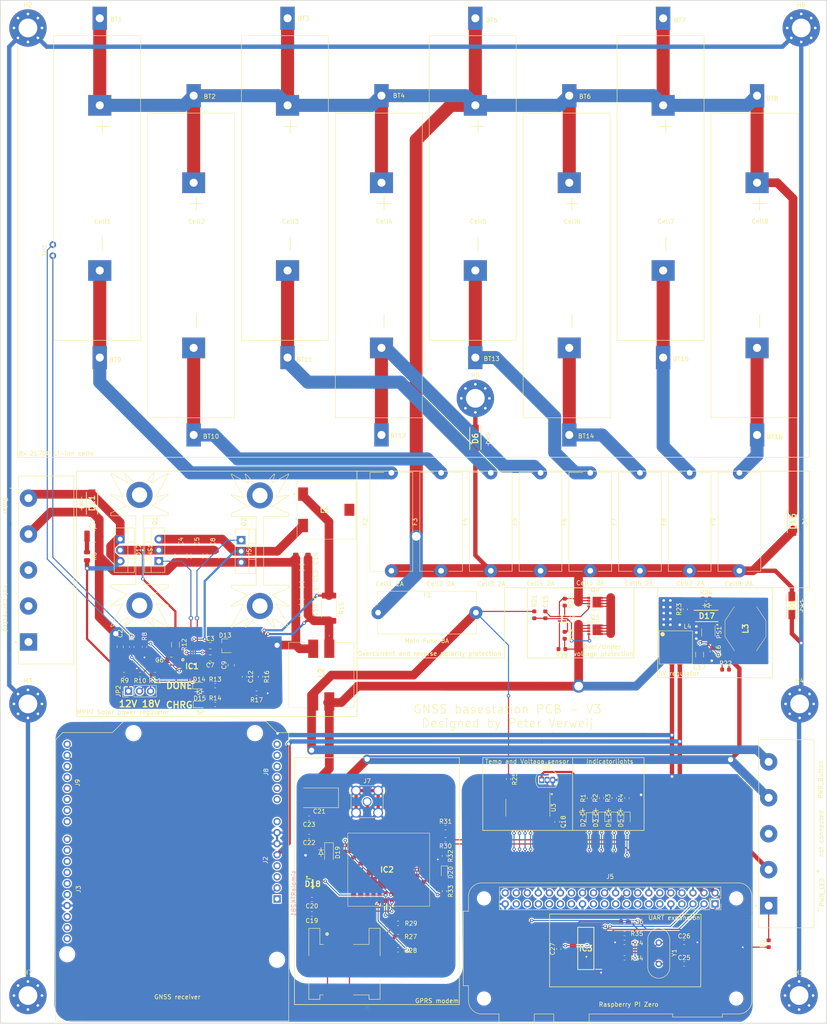
<source format=kicad_pcb>
(kicad_pcb (version 20171130) (host pcbnew "(5.1.5-0-10_14)")
  (layers (0 F.Cu signal) (31 B.Cu signal) (34 B.Paste user) (35 F.Paste user) (36 B.SilkS user) (37 F.SilkS user) (38 B.Mask user) (39 F.Mask user) (44 Edge.Cuts user))
  (net 0 "")
  (net 1 "Net-(BT1-Pad2)")
  (net 2 "Net-(BT2-Pad2)")
  (net 3 "Net-(BT3-Pad2)")
  (net 4 "Net-(BT4-Pad2)")
  (net 5 "Net-(BT5-Pad2)")
  (net 6 "Net-(BT6-Pad2)")
  (net 7 "Net-(BT7-Pad2)")
  (net 8 "Net-(BT8-Pad2)")
  (net 9 /Solarconverter/Solar_IN_0V)
  (net 10 /Solarconverter/Solar_IN_VCC)
  (net 11 /Batt_0V)
  (net 12 /Powerbutton_OUT)
  (net 13 /Solarconverter/DONE)
  (net 14 /Solarconverter/CHRG)
  (net 15 /Converter_5V)
  (net 16 /Converter_0V)
  (net 17 "Net-(Q3-Pad4)")
  (net 18 "Net-(U2-Pad1)")
  (net 19 "Net-(BT1-Pad1)")
  (net 20 "Net-(D1-Pad1)")
  (net 21 "Net-(PS1-Pad4)")
  (net 22 "Net-(PS1-Pad3)")
  (net 23 /ESD_ground)
  (net 24 "Net-(J1-Pad3)")
  (net 25 /Solarconverter/TERM_EN)
  (net 26 "Net-(C1-Pad1)")
  (net 27 "Net-(IC1-Pad2)")
  (net 28 "Net-(IC1-Pad15)")
  (net 29 "Net-(IC1-Pad13)")
  (net 30 /Solarconverter/TS)
  (net 31 "Net-(Q3-Pad5)")
  (net 32 "Net-(Q4-Pad4)")
  (net 33 "Net-(C7-Pad2)")
  (net 34 "Net-(C9-Pad2)")
  (net 35 "Net-(C10-Pad2)")
  (net 36 "Net-(C15-Pad1)")
  (net 37 "Net-(C17-Pad1)")
  (net 38 "Net-(D2-Pad1)")
  (net 39 "Net-(JP2-Pad3)")
  (net 40 "Net-(JP2-Pad1)")
  (net 41 "Net-(C3-Pad2)")
  (net 42 "Net-(C3-Pad1)")
  (net 43 "Net-(C4-Pad2)")
  (net 44 "Net-(C6-Pad2)")
  (net 45 "Net-(C12-Pad2)")
  (net 46 "Net-(C19-Pad1)")
  (net 47 /Modem/VSIM)
  (net 48 /Batt_VCC)
  (net 49 /RPI_3.3V)
  (net 50 "Net-(C25-Pad1)")
  (net 51 "Net-(C26-Pad1)")
  (net 52 /LED4)
  (net 53 /LED3)
  (net 54 "Net-(D3-Pad1)")
  (net 55 /LED2)
  (net 56 "Net-(D4-Pad1)")
  (net 57 /LED1)
  (net 58 "Net-(D5-Pad1)")
  (net 59 "Net-(D6-Pad1)")
  (net 60 "Net-(D14-Pad2)")
  (net 61 "Net-(D15-Pad2)")
  (net 62 "Net-(D17-Pad2)")
  (net 63 "Net-(D20-Pad2)")
  (net 64 "Net-(IC2-Pad40)")
  (net 65 "Net-(R18-Pad1)")
  (net 66 "Net-(R25-Pad2)")
  (net 67 "Net-(J6-Pad2)")
  (net 68 /Modem/SIMRST)
  (net 69 /Modem/SIMDATA)
  (net 70 "Net-(J6-Pad3)")
  (net 71 /Modem/SIM_CLK)
  (net 72 /Modem_RX)
  (net 73 "Net-(IC2-Pad31)")
  (net 74 /Modem_TX)
  (net 75 "Net-(IC2-Pad32)")
  (net 76 "Net-(IC2-Pad64)")
  (net 77 "Net-(IC3-Pad5)")
  (net 78 "Net-(IC3-Pad9)")
  (net 79 /P_IRQ)
  (net 80 /GNSS_RX)
  (net 81 /GNSS_TX)
  (net 82 "Net-(simpleRTK2B1-Pad17)")
  (net 83 "Net-(simpleRTK2B1-Pad14)")
  (net 84 "Net-(simpleRTK2B1-Pad13)")
  (net 85 "Net-(simpleRTK2B1-Pad19)")
  (net 86 "Net-(simpleRTK2B1-Pad12)")
  (net 87 "Net-(simpleRTK2B1-Pad20)")
  (net 88 "Net-(simpleRTK2B1-Pad11)")
  (net 89 "Net-(simpleRTK2B1-Pad21)")
  (net 90 "Net-(simpleRTK2B1-Pad10)")
  (net 91 "Net-(simpleRTK2B1-Pad22)")
  (net 92 "Net-(simpleRTK2B1-Pad9)")
  (net 93 "Net-(simpleRTK2B1-Pad23)")
  (net 94 "Net-(simpleRTK2B1-Pad8)")
  (net 95 "Net-(simpleRTK2B1-PadRX2)")
  (net 96 "Net-(simpleRTK2B1-Pad25)")
  (net 97 "Net-(simpleRTK2B1-Pad26)")
  (net 98 "Net-(simpleRTK2B1-Pad27)")
  (net 99 "Net-(simpleRTK2B1-Pad4)")
  (net 100 "Net-(simpleRTK2B1-Pad28)")
  (net 101 "Net-(simpleRTK2B1-Pad3)")
  (net 102 "Net-(simpleRTK2B1-Pad29)")
  (net 103 "Net-(simpleRTK2B1-PadTX2)")
  (net 104 "Net-(simpleRTK2B1-Pad1)")
  (net 105 "Net-(simpleRTK2B1-Pad16)")
  (net 106 "Net-(simpleRTK2B1-Pad15)")
  (net 107 /P_CLK)
  (net 108 /P_Dout)
  (net 109 /P_Din)
  (net 110 /P_CS-SHDN)
  (net 111 "Net-(U3-Pad6)")
  (net 112 "Net-(U3-Pad5)")
  (net 113 "Net-(U3-Pad4)")
  (net 114 "Net-(U3-Pad3)")
  (net 115 "Net-(U3-Pad2)")
  (net 116 "Net-(D18-Pad3)")
  (net 117 "Net-(IC2-Pad75)")
  (net 118 "Net-(IC2-Pad74)")
  (net 119 "Net-(IC2-Pad70)")
  (net 120 "Net-(IC2-Pad69)")
  (net 121 "Net-(IC2-Pad68)")
  (net 122 "Net-(IC2-Pad66)")
  (net 123 "Net-(IC2-Pad65)")
  (net 124 "Net-(IC2-Pad63)")
  (net 125 "Net-(IC2-Pad62)")
  (net 126 "Net-(IC2-Pad61)")
  (net 127 "Net-(IC2-Pad60)")
  (net 128 "Net-(IC2-Pad59)")
  (net 129 "Net-(IC2-Pad57)")
  (net 130 "Net-(IC2-Pad54)")
  (net 131 "Net-(IC2-Pad53)")
  (net 132 "Net-(IC2-Pad52)")
  (net 133 "Net-(IC2-Pad51)")
  (net 134 "Net-(IC2-Pad50)")
  (net 135 "Net-(IC2-Pad49)")
  (net 136 "Net-(IC2-Pad47)")
  (net 137 "Net-(IC2-Pad46)")
  (net 138 "Net-(IC2-Pad36)")
  (net 139 "Net-(IC2-Pad34)")
  (net 140 "Net-(IC2-Pad33)")
  (net 141 "Net-(IC2-Pad30)")
  (net 142 "Net-(IC2-Pad29)")
  (net 143 "Net-(IC2-Pad28)")
  (net 144 "Net-(IC2-Pad27)")
  (net 145 "Net-(IC2-Pad26)")
  (net 146 "Net-(IC2-Pad25)")
  (net 147 "Net-(IC2-Pad24)")
  (net 148 "Net-(IC2-Pad23)")
  (net 149 "Net-(IC2-Pad22)")
  (net 150 "Net-(IC2-Pad21)")
  (net 151 "Net-(IC2-Pad20)")
  (net 152 "Net-(IC2-Pad19)")
  (net 153 "Net-(IC2-Pad18)")
  (net 154 "Net-(IC2-Pad17)")
  (net 155 "Net-(IC2-Pad13)")
  (net 156 "Net-(IC2-Pad12)")
  (net 157 "Net-(IC2-Pad11)")
  (net 158 "Net-(IC2-Pad10)")
  (net 159 "Net-(IC2-Pad9)")
  (net 160 "Net-(IC2-Pad7)")
  (net 161 "Net-(IC2-Pad5)")
  (net 162 "Net-(IC2-Pad4)")
  (net 163 "Net-(IC2-Pad3)")
  (net 164 "Net-(IC3-Pad28)")
  (net 165 "Net-(IC3-Pad27)")
  (net 166 "Net-(IC3-Pad26)")
  (net 167 "Net-(IC3-Pad25)")
  (net 168 "Net-(IC3-Pad24)")
  (net 169 "Net-(IC3-Pad23)")
  (net 170 "Net-(IC3-Pad21)")
  (net 171 "Net-(IC3-Pad20)")
  (net 172 "Net-(IC3-Pad19)")
  (net 173 "Net-(IC3-Pad18)")
  (net 174 "Net-(IC3-Pad17)")
  (net 175 "Net-(IC3-Pad16)")
  (net 176 /P_SDA)
  (net 177 /P_SCL)
  (net 178 "Net-(IC3-Pad12)")
  (net 179 "Net-(IC3-Pad2)")
  (net 180 "Net-(IC3-Pad1)")
  (net 181 "Net-(J5-Pad21)")
  (net 182 "Net-(J5-Pad29)")
  (net 183 "Net-(J5-Pad7)")
  (net 184 "Net-(J5-Pad31)")
  (net 185 "Net-(J5-Pad17)")
  (net 186 "Net-(J5-Pad35)")
  (net 187 "Net-(J5-Pad33)")
  (net 188 "Net-(J5-Pad37)")
  (net 189 "Net-(J5-Pad19)")
  (net 190 "Net-(J5-Pad13)")
  (net 191 "Net-(J5-Pad28)")
  (net 192 "Net-(J5-Pad27)")
  (net 193 "Net-(J5-Pad12)")
  (net 194 "Net-(J5-Pad11)")
  (net 195 "Net-(J5-Pad23)")
  (net 196 "Net-(J5-Pad15)")
  (net 197 "Net-(J6-Pad6)")
  (net 198 "Net-(J1-Pad2)")
  (net 199 "Net-(J1-Pad1)")
  (net 200 "Net-(J4-Pad3)")
  (net 201 "Net-(J4-Pad1)")
  (net 202 "Net-(U3-Pad7)")
  (net 203 /Sensors/Temp_SENS)
  (module "Footprints GNSS project:Keystone_246TR_20700" (layer F.Cu) (at 200.66 82.0645 270)
    (fp_text reference BT7 (at -9.4205 -3.81 180) (layer F.SilkS))
    (fp_text value Battery_Cell)
    (fp_text user - (at 41.885 -0.28 90) (layer F.SilkS) (effects (font (size 4 4))))
    (fp_text user + (at 14.961 -0.28 90) (layer F.SilkS) (effects (font (size 4 4))))
    (pad 2 thru_hole rect (at 68.085 0 270) (size 5.3 3.3) (drill 1.85) (layers *.Cu *.Mask) (net 7 "Net-(BT7-Pad2)"))
    (pad 2 thru_hole rect (at 48.085 0 90) (size 4.75 5.3) (drill 1.85) (layers *.Cu *.Mask) (net 7 "Net-(BT7-Pad2)"))
    (pad 1 thru_hole rect (at 10.135 0 90) (size 4.75 5.3) (drill 1.85) (layers *.Cu *.Mask) (net 19 "Net-(BT1-Pad1)"))
    (pad 1 thru_hole rect (at -9.865 0 270) (size 5.3 3.3) (drill 1.85) (layers *.Cu *.Mask) (net 19 "Net-(BT1-Pad1)"))
  )
  (module "Footprints GNSS project:Keystone_246TR_20700" (layer F.Cu) (at 157.48 82.0645 270)
    (fp_text reference BT5 (at -9.4205 -3.7465 180) (layer F.SilkS))
    (fp_text value Battery_Cell)
    (fp_text user - (at 41.885 -0.28 90) (layer F.SilkS) (effects (font (size 4 4))))
    (fp_text user + (at 14.961 -0.28 90) (layer F.SilkS) (effects (font (size 4 4))))
    (pad 2 thru_hole rect (at 68.085 0 270) (size 5.3 3.3) (drill 1.85) (layers *.Cu *.Mask) (net 5 "Net-(BT5-Pad2)"))
    (pad 2 thru_hole rect (at 48.085 0 90) (size 4.75 5.3) (drill 1.85) (layers *.Cu *.Mask) (net 5 "Net-(BT5-Pad2)"))
    (pad 1 thru_hole rect (at 10.135 0 90) (size 4.75 5.3) (drill 1.85) (layers *.Cu *.Mask) (net 19 "Net-(BT1-Pad1)"))
    (pad 1 thru_hole rect (at -9.865 0 270) (size 5.3 3.3) (drill 1.85) (layers *.Cu *.Mask) (net 19 "Net-(BT1-Pad1)"))
  )
  (module "Footprints GNSS project:Keystone_246TR_20700" (layer F.Cu) (at 114.3 82.0645 270)
    (fp_text reference BT3 (at -9.865 -3.683 180) (layer F.SilkS))
    (fp_text value Battery_Cell)
    (fp_text user - (at 41.885 -0.28 90) (layer F.SilkS) (effects (font (size 4 4))))
    (fp_text user + (at 14.961 -0.28 90) (layer F.SilkS) (effects (font (size 4 4))))
    (pad 2 thru_hole rect (at 68.085 0 270) (size 5.3 3.3) (drill 1.85) (layers *.Cu *.Mask) (net 3 "Net-(BT3-Pad2)"))
    (pad 2 thru_hole rect (at 48.085 0 90) (size 4.75 5.3) (drill 1.85) (layers *.Cu *.Mask) (net 3 "Net-(BT3-Pad2)"))
    (pad 1 thru_hole rect (at 10.135 0 90) (size 4.75 5.3) (drill 1.85) (layers *.Cu *.Mask) (net 19 "Net-(BT1-Pad1)"))
    (pad 1 thru_hole rect (at -9.865 0 270) (size 5.3 3.3) (drill 1.85) (layers *.Cu *.Mask) (net 19 "Net-(BT1-Pad1)"))
  )
  (module "Footprints GNSS project:Keystone_246TR_20700" (layer F.Cu) (at 71.12 82.0645 270)
    (fp_text reference BT1 (at -9.611 -3.81 180) (layer F.SilkS))
    (fp_text value Battery_Cell)
    (fp_text user - (at 41.885 -0.28 90) (layer F.SilkS) (effects (font (size 4 4))))
    (fp_text user + (at 14.961 -0.28 90) (layer F.SilkS) (effects (font (size 4 4))))
    (pad 2 thru_hole rect (at 68.085 0 270) (size 5.3 3.3) (drill 1.85) (layers *.Cu *.Mask) (net 1 "Net-(BT1-Pad2)"))
    (pad 2 thru_hole rect (at 48.085 0 90) (size 4.75 5.3) (drill 1.85) (layers *.Cu *.Mask) (net 1 "Net-(BT1-Pad2)"))
    (pad 1 thru_hole rect (at 10.135 0 90) (size 4.75 5.3) (drill 1.85) (layers *.Cu *.Mask) (net 19 "Net-(BT1-Pad1)"))
    (pad 1 thru_hole rect (at -9.865 0 270) (size 5.3 3.3) (drill 1.85) (layers *.Cu *.Mask) (net 19 "Net-(BT1-Pad1)"))
  )
  (module "Footprints GNSS project:Keystone_246TR_20700" (layer F.Cu) (at 179.07 99.8445 270)
    (fp_text reference BT6 (at -9.6745 -3.6195 180) (layer F.SilkS))
    (fp_text value Battery_Cell)
    (fp_text user - (at 41.885 -0.28 90) (layer F.SilkS) (effects (font (size 4 4))))
    (fp_text user + (at 14.961 -0.28 90) (layer F.SilkS) (effects (font (size 4 4))))
    (pad 2 thru_hole rect (at 68.085 0 270) (size 5.3 3.3) (drill 1.85) (layers *.Cu *.Mask) (net 6 "Net-(BT6-Pad2)"))
    (pad 2 thru_hole rect (at 48.085 0 90) (size 4.75 5.3) (drill 1.85) (layers *.Cu *.Mask) (net 6 "Net-(BT6-Pad2)"))
    (pad 1 thru_hole rect (at 10.135 0 90) (size 4.75 5.3) (drill 1.85) (layers *.Cu *.Mask) (net 19 "Net-(BT1-Pad1)"))
    (pad 1 thru_hole rect (at -9.865 0 270) (size 5.3 3.3) (drill 1.85) (layers *.Cu *.Mask) (net 19 "Net-(BT1-Pad1)"))
  )
  (module "Footprints GNSS project:Keystone_246TR_20700" (layer F.Cu) (at 222.25 99.8445 270)
    (fp_text reference BT8 (at -9.23 -3.4925 180) (layer F.SilkS))
    (fp_text value Battery_Cell)
    (fp_text user - (at 41.885 -0.28 90) (layer F.SilkS) (effects (font (size 4 4))))
    (fp_text user + (at 14.961 -0.28 90) (layer F.SilkS) (effects (font (size 4 4))))
    (pad 2 thru_hole rect (at 68.085 0 270) (size 5.3 3.3) (drill 1.85) (layers *.Cu *.Mask) (net 8 "Net-(BT8-Pad2)"))
    (pad 2 thru_hole rect (at 48.085 0 90) (size 4.75 5.3) (drill 1.85) (layers *.Cu *.Mask) (net 8 "Net-(BT8-Pad2)"))
    (pad 1 thru_hole rect (at 10.135 0 90) (size 4.75 5.3) (drill 1.85) (layers *.Cu *.Mask) (net 19 "Net-(BT1-Pad1)"))
    (pad 1 thru_hole rect (at -9.865 0 270) (size 5.3 3.3) (drill 1.85) (layers *.Cu *.Mask) (net 19 "Net-(BT1-Pad1)"))
  )
  (module "Footprints GNSS project:Keystone_246TR_20700" (layer F.Cu) (at 135.89 99.8445 270)
    (fp_text reference BT4 (at -9.865 -4.0005 180) (layer F.SilkS))
    (fp_text value Battery_Cell)
    (fp_text user - (at 41.885 -0.28 90) (layer F.SilkS) (effects (font (size 4 4))))
    (fp_text user + (at 14.961 -0.28 90) (layer F.SilkS) (effects (font (size 4 4))))
    (pad 2 thru_hole rect (at 68.085 0 270) (size 5.3 3.3) (drill 1.85) (layers *.Cu *.Mask) (net 4 "Net-(BT4-Pad2)"))
    (pad 2 thru_hole rect (at 48.085 0 90) (size 4.75 5.3) (drill 1.85) (layers *.Cu *.Mask) (net 4 "Net-(BT4-Pad2)"))
    (pad 1 thru_hole rect (at 10.135 0 90) (size 4.75 5.3) (drill 1.85) (layers *.Cu *.Mask) (net 19 "Net-(BT1-Pad1)"))
    (pad 1 thru_hole rect (at -9.865 0 270) (size 5.3 3.3) (drill 1.85) (layers *.Cu *.Mask) (net 19 "Net-(BT1-Pad1)"))
  )
  (module "Footprints GNSS project:Keystone_246TR_20700" (layer F.Cu) (at 92.71 99.8445 270)
    (fp_text reference BT2 (at -9.6745 -3.683 180) (layer F.SilkS))
    (fp_text value Battery_Cell)
    (fp_text user - (at 41.885 -0.28 90) (layer F.SilkS) (effects (font (size 4 4))))
    (fp_text user + (at 14.961 -0.28 90) (layer F.SilkS) (effects (font (size 4 4))))
    (pad 2 thru_hole rect (at 68.085 0 270) (size 5.3 3.3) (drill 1.85) (layers *.Cu *.Mask) (net 2 "Net-(BT2-Pad2)"))
    (pad 2 thru_hole rect (at 48.085 0 90) (size 4.75 5.3) (drill 1.85) (layers *.Cu *.Mask) (net 2 "Net-(BT2-Pad2)"))
    (pad 1 thru_hole rect (at 10.135 0 90) (size 4.75 5.3) (drill 1.85) (layers *.Cu *.Mask) (net 19 "Net-(BT1-Pad1)"))
    (pad 1 thru_hole rect (at -9.865 0 270) (size 5.3 3.3) (drill 1.85) (layers *.Cu *.Mask) (net 19 "Net-(BT1-Pad1)"))
  )
  (module "Footprints GNSS project:simpleRTK2Bheaders_faceup" (layer F.Cu) (at 60.833 302.729 90)
    (fp_text reference simpleRTK2B1 (at 29.464 54.864 -90) (layer B.SilkS) (effects (justify mirror)))
    (fp_text value simpleRTK2B_header)
    (pad "" thru_hole circle (at 66.294 45.974) (size 3.2 3.2) (drill 3.2) (layers *.Cu *.Mask))
    (pad "" thru_hole circle (at 66.294 18.034) (size 3.2 3.2) (drill 3.2) (layers *.Cu *.Mask))
    (pad "" thru_hole circle (at 15.494 2.794) (size 3.2 3.2) (drill 3.2) (layers *.Cu *.Mask))
    (pad "" thru_hole circle (at 14.224 51.054) (size 3.2 3.2) (drill 3.2) (layers *.Cu *.Mask))
    (pad RX1 thru_hole oval (at 61.214 2.794) (size 1.7 1.7) (drill 1) (layers *.Cu *.Mask) (net 80 /GNSS_RX))
    (pad TX1 thru_hole oval (at 63.754 2.794) (size 1.7 1.7) (drill 1) (layers *.Cu *.Mask) (net 81 /GNSS_TX))
    (pad 17 thru_hole oval (at 24.134 2.794) (size 1.7 1.7) (drill 1) (layers *.Cu *.Mask) (net 82 "Net-(simpleRTK2B1-Pad17)"))
    (pad 14 thru_hole oval (at 63.754 51.054) (size 1.7 1.7) (drill 1) (layers *.Cu *.Mask) (net 83 "Net-(simpleRTK2B1-Pad14)"))
    (pad GND3 thru_hole oval (at 26.674 2.794) (size 1.7 1.7) (drill 1) (layers *.Cu *.Mask) (net 16 /Converter_0V))
    (pad 13 thru_hole oval (at 61.214 51.054) (size 1.7 1.7) (drill 1) (layers *.Cu *.Mask) (net 84 "Net-(simpleRTK2B1-Pad13)"))
    (pad 19 thru_hole oval (at 29.214 2.794) (size 1.7 1.7) (drill 1) (layers *.Cu *.Mask) (net 85 "Net-(simpleRTK2B1-Pad19)"))
    (pad 12 thru_hole oval (at 58.674 51.054) (size 1.7 1.7) (drill 1) (layers *.Cu *.Mask) (net 86 "Net-(simpleRTK2B1-Pad12)"))
    (pad 20 thru_hole oval (at 31.754 2.794) (size 1.7 1.7) (drill 1) (layers *.Cu *.Mask) (net 87 "Net-(simpleRTK2B1-Pad20)"))
    (pad 11 thru_hole oval (at 56.134 51.054) (size 1.7 1.7) (drill 1) (layers *.Cu *.Mask) (net 88 "Net-(simpleRTK2B1-Pad11)"))
    (pad 21 thru_hole oval (at 34.294 2.794) (size 1.7 1.7) (drill 1) (layers *.Cu *.Mask) (net 89 "Net-(simpleRTK2B1-Pad21)"))
    (pad 10 thru_hole oval (at 53.594 51.054) (size 1.7 1.7) (drill 1) (layers *.Cu *.Mask) (net 90 "Net-(simpleRTK2B1-Pad10)"))
    (pad 22 thru_hole oval (at 36.834 2.794) (size 1.7 1.7) (drill 1) (layers *.Cu *.Mask) (net 91 "Net-(simpleRTK2B1-Pad22)"))
    (pad 9 thru_hole oval (at 51.054 51.054) (size 1.7 1.7) (drill 1) (layers *.Cu *.Mask) (net 92 "Net-(simpleRTK2B1-Pad9)"))
    (pad 23 thru_hole oval (at 39.374 2.794) (size 1.7 1.7) (drill 1) (layers *.Cu *.Mask) (net 93 "Net-(simpleRTK2B1-Pad23)"))
    (pad 8 thru_hole oval (at 45.974 51.054) (size 1.7 1.7) (drill 1) (layers *.Cu *.Mask) (net 94 "Net-(simpleRTK2B1-Pad8)"))
    (pad RX2 thru_hole oval (at 41.914 2.794) (size 1.7 1.7) (drill 1) (layers *.Cu *.Mask) (net 95 "Net-(simpleRTK2B1-PadRX2)"))
    (pad GND2 thru_hole oval (at 43.434 51.054) (size 1.7 1.7) (drill 1) (layers *.Cu *.Mask) (net 16 /Converter_0V))
    (pad 25 thru_hole oval (at 45.974 2.794) (size 1.7 1.7) (drill 1) (layers *.Cu *.Mask) (net 96 "Net-(simpleRTK2B1-Pad25)"))
    (pad GND1 thru_hole oval (at 40.894 51.054) (size 1.7 1.7) (drill 1) (layers *.Cu *.Mask) (net 16 /Converter_0V))
    (pad 26 thru_hole oval (at 48.514 2.794) (size 1.7 1.7) (drill 1) (layers *.Cu *.Mask) (net 97 "Net-(simpleRTK2B1-Pad26)"))
    (pad 5V thru_hole oval (at 38.354 51.054) (size 1.7 1.7) (drill 1) (layers *.Cu *.Mask) (net 15 /Converter_5V))
    (pad 27 thru_hole oval (at 51.054 2.794) (size 1.7 1.7) (drill 1) (layers *.Cu *.Mask) (net 98 "Net-(simpleRTK2B1-Pad27)"))
    (pad 4 thru_hole oval (at 35.814 51.054) (size 1.7 1.7) (drill 1) (layers *.Cu *.Mask) (net 99 "Net-(simpleRTK2B1-Pad4)"))
    (pad 28 thru_hole oval (at 53.594 2.794) (size 1.7 1.7) (drill 1) (layers *.Cu *.Mask) (net 100 "Net-(simpleRTK2B1-Pad28)"))
    (pad 3 thru_hole oval (at 33.274 51.054) (size 1.7 1.7) (drill 1) (layers *.Cu *.Mask) (net 101 "Net-(simpleRTK2B1-Pad3)"))
    (pad 29 thru_hole oval (at 56.134 2.794) (size 1.7 1.7) (drill 1) (layers *.Cu *.Mask) (net 102 "Net-(simpleRTK2B1-Pad29)"))
    (pad IOREF thru_hole oval (at 30.734 51.054) (size 1.7 1.7) (drill 1) (layers *.Cu *.Mask) (net 49 /RPI_3.3V))
    (pad TX2 thru_hole oval (at 58.674 2.794) (size 1.7 1.7) (drill 1) (layers *.Cu *.Mask) (net 103 "Net-(simpleRTK2B1-PadTX2)"))
    (pad 1 thru_hole rect (at 28.194 51.054) (size 1.7 1.7) (drill 1) (layers *.Cu *.Mask) (net 104 "Net-(simpleRTK2B1-Pad1)"))
    (pad 16 thru_hole oval (at 21.594 2.794) (size 1.7 1.7) (drill 1) (layers *.Cu *.Mask) (net 105 "Net-(simpleRTK2B1-Pad16)"))
    (pad 15 thru_hole oval (at 19.054 2.794) (size 1.7 1.7) (drill 1) (layers *.Cu *.Mask) (net 106 "Net-(simpleRTK2B1-Pad15)"))
  )
  (module "Footprints GNSS project:TO-92L_Inline" (layer F.Cu) (at 172.72 247.2055)
    (fp_text reference U1 (at 1.19 -3.56) (layer F.SilkS))
    (fp_text value LM35-LP)
    (pad 1 thru_hole rect (at 0 0) (size 1.12 1.5) (drill 0.75) (layers *.Cu *.Mask) (net 15 /Converter_5V))
    (pad 3 thru_hole roundrect (at 2.54 0) (size 1.12 1.5) (drill 0.75) (layers *.Cu *.Mask) (net 16 /Converter_0V))
    (pad 2 thru_hole roundrect (at 1.27 0) (size 1.12 1.5) (drill 0.75) (layers *.Cu *.Mask) (net 203 /Sensors/Temp_SENS))
  )
  (module "Footprints GNSS project:LocationMarker" (layer F.Cu) (at 63.5635 247.8405 90)
    (fp_text reference J9 (at 0 2.4765 90) (layer F.SilkS))
    (fp_text value "Female Header 1x8 pin")
  )
  (module "Footprints GNSS project:LocationMarker" (layer F.Cu) (at 111.8235 245.364 270)
    (fp_text reference J8 (at 0 2.4765 90) (layer F.SilkS))
    (fp_text value "Female Header 1x6 pin")
  )
  (module "Footprints GNSS project:LocationMarker" (layer F.Cu) (at 63.627 272.288 90)
    (fp_text reference J3 (at 0 2.6035 90) (layer F.SilkS))
    (fp_text value "Female Header 1x10 pin")
  )
  (module "Footprints GNSS project:LocationMarker" (layer F.Cu) (at 111.887 265.6205 270)
    (fp_text reference J2 (at 0 2.667 90) (layer F.SilkS))
    (fp_text value "Female Header 1x8 pin")
  )
  (module "Footprints GNSS project:TE_1-1437667-1" (layer F.Cu) (at 224.917 259.549 90)
    (fp_text reference J4 (at -19.425 -3.925 90) (layer F.SilkS) (effects (font (thickness 0.015))))
    (fp_text value Conn_01x05_Female)
    (pad 5 thru_hole circle (at 16.52 0 90) (size 4 4) (drill 1.83) (layers *.Cu *.Mask) (net 48 /Batt_VCC))
    (pad 4 thru_hole circle (at 8.26 0 90) (size 4 4) (drill 1.83) (layers *.Cu *.Mask) (net 12 /Powerbutton_OUT))
    (pad 3 thru_hole circle (at 0 0 90) (size 4 4) (drill 1.83) (layers *.Cu *.Mask) (net 200 "Net-(J4-Pad3)"))
    (pad 2 thru_hole circle (at -8.26 0 90) (size 4 4) (drill 1.83) (layers *.Cu *.Mask) (net 15 /Converter_5V))
    (pad 1 thru_hole rect (at -16.52 0 90) (size 4 4) (drill 1.83) (layers *.Cu *.Mask) (net 201 "Net-(J4-Pad1)"))
  )
  (module "Footprints GNSS project:TE_1-1437667-1" (layer F.Cu) (at 54.737 198.97 90)
    (fp_text reference J1 (at -19.425 -3.925 90) (layer F.SilkS) (effects (font (thickness 0.015))))
    (fp_text value Conn_01x05_Female)
    (pad 5 thru_hole circle (at 16.52 0 90) (size 4 4) (drill 1.83) (layers *.Cu *.Mask) (net 10 /Solarconverter/Solar_IN_VCC))
    (pad 4 thru_hole circle (at 8.26 0 90) (size 4 4) (drill 1.83) (layers *.Cu *.Mask) (net 9 /Solarconverter/Solar_IN_0V))
    (pad 3 thru_hole circle (at 0 0 90) (size 4 4) (drill 1.83) (layers *.Cu *.Mask) (net 24 "Net-(J1-Pad3)"))
    (pad 2 thru_hole circle (at -8.26 0 90) (size 4 4) (drill 1.83) (layers *.Cu *.Mask) (net 198 "Net-(J1-Pad2)"))
    (pad 1 thru_hole rect (at -16.52 0 90) (size 4 4) (drill 1.83) (layers *.Cu *.Mask) (net 199 "Net-(J1-Pad1)"))
  )
  (module "Footprints GNSS project:LocationMarker" (layer F.Cu) (at 222.25 158.0642 90)
    (fp_text reference BT16 (at -10.326 4.064 180) (layer F.SilkS))
    (fp_text value Battery_Cell)
  )
  (module "Footprints GNSS project:LocationMarker" (layer F.Cu) (at 200.66 140.2842 90)
    (fp_text reference BT15 (at -10.199 4.064 180) (layer F.SilkS))
    (fp_text value Battery_Cell)
  )
  (module "Footprints GNSS project:LocationMarker" (layer F.Cu) (at 179.07 158.0642 90)
    (fp_text reference BT14 (at -10.1355 3.8735 180) (layer F.SilkS))
    (fp_text value Battery_Cell)
  )
  (module "Footprints GNSS project:LocationMarker" (layer F.Cu) (at 157.48 140.2842 90)
    (fp_text reference BT13 (at -10.1355 3.7465 180) (layer F.SilkS))
    (fp_text value Battery_Cell)
  )
  (module "Footprints GNSS project:LocationMarker" (layer F.Cu) (at 135.89 158.0642 90)
    (fp_text reference BT12 (at -10.072 3.8735 180) (layer F.SilkS))
    (fp_text value Battery_Cell)
  )
  (module "Footprints GNSS project:LocationMarker" (layer F.Cu) (at 114.3 140.2842 90)
    (fp_text reference BT11 (at -10.326 3.8735 180) (layer F.SilkS))
    (fp_text value Battery_Cell)
  )
  (module "Footprints GNSS project:LocationMarker" (layer F.Cu) (at 92.71 158.0642 90)
    (fp_text reference BT10 (at -10.199 4.0005 180) (layer F.SilkS))
    (fp_text value Battery_Cell)
  )
  (module "Footprints GNSS project:LocationMarker" (layer F.Cu) (at 71.12 140.2842 90)
    (fp_text reference BT9 (at -10.3895 3.556 180) (layer F.SilkS))
    (fp_text value Battery_Cell)
  )
  (module "Footprints GNSS project:WURTH_693010020611" (layer F.Cu) (at 127.381 290.791 180)
    (fp_text reference J6 (at -5.117 -8.73) (layer F.SilkS) (effects (font (thickness 0.015))))
    (fp_text value SIM_Card)
    (pad S4 smd rect (at 7.45 1.95 180) (size 1.5 1.6) (layers F.Cu F.Paste F.Mask))
    (pad S3 smd rect (at 7.45 -0.75 180) (size 1.5 1.6) (layers F.Cu F.Paste F.Mask))
    (pad S1 smd rect (at -7.45 -0.75 180) (size 1.5 1.6) (layers F.Cu F.Paste F.Mask))
    (pad S2 smd rect (at -7.45 1.95 180) (size 1.5 1.6) (layers F.Cu F.Paste F.Mask))
    (pad 7 smd rect (at -1.18 -6.3 180) (size 1 1.5) (layers F.Cu F.Paste F.Mask) (net 46 "Net-(C19-Pad1)"))
    (pad 6 smd rect (at 1.36 -6.3 180) (size 1 1.5) (layers F.Cu F.Paste F.Mask) (net 197 "Net-(J6-Pad6)"))
    (pad 5 smd rect (at 3.9 -6.3 180) (size 1 1.5) (layers F.Cu F.Paste F.Mask) (net 11 /Batt_0V))
    (pad 3 smd rect (at -1.18 6.3 180) (size 1 1.5) (layers F.Cu F.Paste F.Mask) (net 70 "Net-(J6-Pad3)"))
    (pad 2 smd rect (at 1.36 6.3 180) (size 1 1.5) (layers F.Cu F.Paste F.Mask) (net 67 "Net-(J6-Pad2)"))
    (pad 1 smd rect (at 3.9 6.3 180) (size 1 1.5) (layers F.Cu F.Paste F.Mask) (net 47 /Modem/VSIM))
  )
  (module "Footprints GNSS project:Raspberry_Pi_Zero_Socketed_THT_FaceDown_MountingHoles" (layer F.Cu) (at 212.598 275.678 270)
    (fp_text reference J5 (at -6.27 24.13) (layer F.SilkS))
    (fp_text value RPi_header)
    (pad "" np_thru_hole circle (at -1.27 53.13) (size 2.75 2.75) (drill 2.75) (layers *.Cu *.Mask))
    (pad "" np_thru_hole circle (at 21.73 -4.87) (size 2.75 2.75) (drill 2.75) (layers *.Cu *.Mask))
    (pad "" np_thru_hole circle (at 21.73 53.13) (size 2.75 2.75) (drill 2.75) (layers *.Cu *.Mask))
    (pad "" np_thru_hole circle (at -1.27 -4.87) (size 2.75 2.75) (drill 2.75) (layers *.Cu *.Mask))
    (pad 40 thru_hole oval (at -2.54 48.26 270) (size 1.7 1.7) (drill 1) (layers *.Cu *.Mask) (net 110 /P_CS-SHDN))
    (pad 39 thru_hole oval (at 0 48.26 270) (size 1.7 1.7) (drill 1) (layers *.Cu *.Mask) (net 16 /Converter_0V))
    (pad 26 thru_hole oval (at -2.54 30.48 270) (size 1.7 1.7) (drill 1) (layers *.Cu *.Mask) (net 52 /LED4))
    (pad 25 thru_hole oval (at 0 30.48 270) (size 1.7 1.7) (drill 1) (layers *.Cu *.Mask) (net 16 /Converter_0V))
    (pad 22 thru_hole oval (at -2.54 25.4 270) (size 1.7 1.7) (drill 1) (layers *.Cu *.Mask) (net 55 /LED2))
    (pad 21 thru_hole oval (at 0 25.4 270) (size 1.7 1.7) (drill 1) (layers *.Cu *.Mask) (net 181 "Net-(J5-Pad21)"))
    (pad 30 thru_hole oval (at -2.54 35.56 270) (size 1.7 1.7) (drill 1) (layers *.Cu *.Mask) (net 16 /Converter_0V))
    (pad 29 thru_hole oval (at 0 35.56 270) (size 1.7 1.7) (drill 1) (layers *.Cu *.Mask) (net 182 "Net-(J5-Pad29)"))
    (pad 8 thru_hole oval (at -2.54 7.62 270) (size 1.7 1.7) (drill 1) (layers *.Cu *.Mask) (net 72 /Modem_RX))
    (pad 7 thru_hole oval (at 0 7.62 270) (size 1.7 1.7) (drill 1) (layers *.Cu *.Mask) (net 183 "Net-(J5-Pad7)"))
    (pad 32 thru_hole oval (at -2.54 38.1 270) (size 1.7 1.7) (drill 1) (layers *.Cu *.Mask) (net 107 /P_CLK))
    (pad 31 thru_hole oval (at 0 38.1 270) (size 1.7 1.7) (drill 1) (layers *.Cu *.Mask) (net 184 "Net-(J5-Pad31)"))
    (pad 18 thru_hole oval (at -2.54 20.32 270) (size 1.7 1.7) (drill 1) (layers *.Cu *.Mask) (net 79 /P_IRQ))
    (pad 17 thru_hole oval (at 0 20.32 270) (size 1.7 1.7) (drill 1) (layers *.Cu *.Mask) (net 185 "Net-(J5-Pad17)"))
    (pad 36 thru_hole oval (at -2.54 43.18 270) (size 1.7 1.7) (drill 1) (layers *.Cu *.Mask) (net 108 /P_Dout))
    (pad 35 thru_hole oval (at 0 43.18 270) (size 1.7 1.7) (drill 1) (layers *.Cu *.Mask) (net 186 "Net-(J5-Pad35)"))
    (pad 34 thru_hole oval (at -2.54 40.64 270) (size 1.7 1.7) (drill 1) (layers *.Cu *.Mask) (net 16 /Converter_0V))
    (pad 33 thru_hole oval (at 0 40.64 270) (size 1.7 1.7) (drill 1) (layers *.Cu *.Mask) (net 187 "Net-(J5-Pad33)"))
    (pad 38 thru_hole oval (at -2.54 45.72 270) (size 1.7 1.7) (drill 1) (layers *.Cu *.Mask) (net 109 /P_Din))
    (pad 37 thru_hole oval (at 0 45.72 270) (size 1.7 1.7) (drill 1) (layers *.Cu *.Mask) (net 188 "Net-(J5-Pad37)"))
    (pad 20 thru_hole oval (at -2.54 22.86 270) (size 1.7 1.7) (drill 1) (layers *.Cu *.Mask) (net 16 /Converter_0V))
    (pad 19 thru_hole oval (at 0 22.86 270) (size 1.7 1.7) (drill 1) (layers *.Cu *.Mask) (net 189 "Net-(J5-Pad19)"))
    (pad 10 thru_hole oval (at -2.54 10.16 270) (size 1.7 1.7) (drill 1) (layers *.Cu *.Mask) (net 74 /Modem_TX))
    (pad 9 thru_hole oval (at 0 10.16 270) (size 1.7 1.7) (drill 1) (layers *.Cu *.Mask) (net 16 /Converter_0V))
    (pad 14 thru_hole oval (at -2.54 15.24 270) (size 1.7 1.7) (drill 1) (layers *.Cu *.Mask) (net 16 /Converter_0V))
    (pad 13 thru_hole oval (at 0 15.24 270) (size 1.7 1.7) (drill 1) (layers *.Cu *.Mask) (net 190 "Net-(J5-Pad13)"))
    (pad 28 thru_hole oval (at -2.54 33.02 270) (size 1.7 1.7) (drill 1) (layers *.Cu *.Mask) (net 191 "Net-(J5-Pad28)"))
    (pad 27 thru_hole oval (at 0 33.02 270) (size 1.7 1.7) (drill 1) (layers *.Cu *.Mask) (net 192 "Net-(J5-Pad27)"))
    (pad 12 thru_hole oval (at -2.54 12.7 270) (size 1.7 1.7) (drill 1) (layers *.Cu *.Mask) (net 193 "Net-(J5-Pad12)"))
    (pad 11 thru_hole oval (at 0 12.7 270) (size 1.7 1.7) (drill 1) (layers *.Cu *.Mask) (net 194 "Net-(J5-Pad11)"))
    (pad 24 thru_hole oval (at -2.54 27.94 270) (size 1.7 1.7) (drill 1) (layers *.Cu *.Mask) (net 53 /LED3))
    (pad 23 thru_hole oval (at 0 27.94 270) (size 1.7 1.7) (drill 1) (layers *.Cu *.Mask) (net 195 "Net-(J5-Pad23)"))
    (pad 1 thru_hole rect (at 0 0 270) (size 1.7 1.7) (drill 1) (layers *.Cu *.Mask) (net 49 /RPI_3.3V))
    (pad 2 thru_hole oval (at -2.54 0 270) (size 1.7 1.7) (drill 1) (layers *.Cu *.Mask) (net 15 /Converter_5V))
    (pad 5 thru_hole oval (at 0 5.08 270) (size 1.7 1.7) (drill 1) (layers *.Cu *.Mask) (net 177 /P_SCL))
    (pad 4 thru_hole oval (at -2.54 2.54 270) (size 1.7 1.7) (drill 1) (layers *.Cu *.Mask) (net 15 /Converter_5V))
    (pad 16 thru_hole oval (at -2.54 17.78 270) (size 1.7 1.7) (drill 1) (layers *.Cu *.Mask) (net 57 /LED1))
    (pad 15 thru_hole oval (at 0 17.78 270) (size 1.7 1.7) (drill 1) (layers *.Cu *.Mask) (net 196 "Net-(J5-Pad15)"))
    (pad 3 thru_hole oval (at 0 2.54 270) (size 1.7 1.7) (drill 1) (layers *.Cu *.Mask) (net 176 /P_SDA))
    (pad 6 thru_hole oval (at -2.54 5.08 270) (size 1.7 1.7) (drill 1) (layers *.Cu *.Mask) (net 16 /Converter_0V))
  )
  (module "Footprints GNSS project:SOP65P640X110-28N" (layer F.Cu) (at 182.88 285.9015 180)
    (fp_text reference IC3 (at 0 0) (layer F.SilkS) (effects (font (size 1.27 1.27) (thickness 0.254))))
    (fp_text value SC16IS752IPW,128 hide)
    (pad 28 smd rect (at 2.938 -4.225 270) (size 0.45 1.475) (layers F.Cu F.Paste F.Mask) (net 164 "Net-(IC3-Pad28)"))
    (pad 27 smd rect (at 2.938 -3.575 270) (size 0.45 1.475) (layers F.Cu F.Paste F.Mask) (net 165 "Net-(IC3-Pad27)"))
    (pad 26 smd rect (at 2.938 -2.925 270) (size 0.45 1.475) (layers F.Cu F.Paste F.Mask) (net 166 "Net-(IC3-Pad26)"))
    (pad 25 smd rect (at 2.938 -2.275 270) (size 0.45 1.475) (layers F.Cu F.Paste F.Mask) (net 167 "Net-(IC3-Pad25)"))
    (pad 24 smd rect (at 2.938 -1.625 270) (size 0.45 1.475) (layers F.Cu F.Paste F.Mask) (net 168 "Net-(IC3-Pad24)"))
    (pad 23 smd rect (at 2.938 -0.975 270) (size 0.45 1.475) (layers F.Cu F.Paste F.Mask) (net 169 "Net-(IC3-Pad23)"))
    (pad 22 smd rect (at 2.938 -0.325 270) (size 0.45 1.475) (layers F.Cu F.Paste F.Mask) (net 16 /Converter_0V))
    (pad 21 smd rect (at 2.938 0.325 270) (size 0.45 1.475) (layers F.Cu F.Paste F.Mask) (net 170 "Net-(IC3-Pad21)"))
    (pad 20 smd rect (at 2.938 0.975 270) (size 0.45 1.475) (layers F.Cu F.Paste F.Mask) (net 171 "Net-(IC3-Pad20)"))
    (pad 19 smd rect (at 2.938 1.625 270) (size 0.45 1.475) (layers F.Cu F.Paste F.Mask) (net 172 "Net-(IC3-Pad19)"))
    (pad 18 smd rect (at 2.938 2.275 270) (size 0.45 1.475) (layers F.Cu F.Paste F.Mask) (net 173 "Net-(IC3-Pad18)"))
    (pad 17 smd rect (at 2.938 2.925 270) (size 0.45 1.475) (layers F.Cu F.Paste F.Mask) (net 174 "Net-(IC3-Pad17)"))
    (pad 16 smd rect (at 2.938 3.575 270) (size 0.45 1.475) (layers F.Cu F.Paste F.Mask) (net 175 "Net-(IC3-Pad16)"))
    (pad 15 smd rect (at 2.938 4.225 270) (size 0.45 1.475) (layers F.Cu F.Paste F.Mask) (net 79 /P_IRQ))
    (pad 14 smd rect (at -2.938 4.225 270) (size 0.45 1.475) (layers F.Cu F.Paste F.Mask) (net 176 /P_SDA))
    (pad 13 smd rect (at -2.938 3.575 270) (size 0.45 1.475) (layers F.Cu F.Paste F.Mask) (net 177 /P_SCL))
    (pad 12 smd rect (at -2.938 2.925 270) (size 0.45 1.475) (layers F.Cu F.Paste F.Mask) (net 178 "Net-(IC3-Pad12)"))
    (pad 11 smd rect (at -2.938 2.275 270) (size 0.45 1.475) (layers F.Cu F.Paste F.Mask) (net 49 /RPI_3.3V))
    (pad 10 smd rect (at -2.938 1.625 270) (size 0.45 1.475) (layers F.Cu F.Paste F.Mask) (net 49 /RPI_3.3V))
    (pad 9 smd rect (at -2.938 0.975 270) (size 0.45 1.475) (layers F.Cu F.Paste F.Mask) (net 78 "Net-(IC3-Pad9)"))
    (pad 8 smd rect (at -2.938 0.325 270) (size 0.45 1.475) (layers F.Cu F.Paste F.Mask) (net 15 /Converter_5V))
    (pad 7 smd rect (at -2.938 -0.325 270) (size 0.45 1.475) (layers F.Cu F.Paste F.Mask) (net 51 "Net-(C26-Pad1)"))
    (pad 6 smd rect (at -2.938 -0.975 270) (size 0.45 1.475) (layers F.Cu F.Paste F.Mask) (net 50 "Net-(C25-Pad1)"))
    (pad 5 smd rect (at -2.938 -1.625 270) (size 0.45 1.475) (layers F.Cu F.Paste F.Mask) (net 77 "Net-(IC3-Pad5)"))
    (pad 4 smd rect (at -2.938 -2.275 270) (size 0.45 1.475) (layers F.Cu F.Paste F.Mask) (net 81 /GNSS_TX))
    (pad 3 smd rect (at -2.938 -2.925 270) (size 0.45 1.475) (layers F.Cu F.Paste F.Mask) (net 80 /GNSS_RX))
    (pad 2 smd rect (at -2.938 -3.575 270) (size 0.45 1.475) (layers F.Cu F.Paste F.Mask) (net 179 "Net-(IC3-Pad2)"))
    (pad 1 smd rect (at -2.938 -4.225 270) (size 0.45 1.475) (layers F.Cu F.Paste F.Mask) (net 180 "Net-(IC3-Pad1)"))
  )
  (module "Footprints GNSS project:SIM800L" (layer F.Cu) (at 137.16 267.804)
    (fp_text reference IC2 (at 0 0) (layer F.SilkS) (effects (font (size 1.27 1.27) (thickness 0.254))))
    (fp_text value SIM800L hide)
    (pad 88 smd rect (at 1.7 0) (size 2.3 2.7) (layers F.Cu F.Paste F.Mask) (net 11 /Batt_0V))
    (pad 87 smd rect (at -0.9 0) (size 2.3 2.7) (layers F.Cu F.Paste F.Mask) (net 11 /Batt_0V))
    (pad 86 smd rect (at -0.9 -3) (size 2.3 2.7) (layers F.Cu F.Paste F.Mask) (net 11 /Batt_0V))
    (pad 85 smd rect (at 1.7 -3) (size 2.3 2.7) (layers F.Cu F.Paste F.Mask) (net 11 /Batt_0V))
    (pad 84 smd rect (at 4.3 -3) (size 2.3 2.7) (layers F.Cu F.Paste F.Mask) (net 11 /Batt_0V))
    (pad 83 smd rect (at 4.3 0) (size 2.3 2.7) (layers F.Cu F.Paste F.Mask) (net 11 /Batt_0V))
    (pad 82 smd rect (at 4.3 3) (size 2.3 2.7) (layers F.Cu F.Paste F.Mask) (net 11 /Batt_0V))
    (pad 81 smd rect (at 1.7 3) (size 2.3 2.7) (layers F.Cu F.Paste F.Mask) (net 11 /Batt_0V))
    (pad 80 smd rect (at -0.9 3) (size 2.3 2.7) (layers F.Cu F.Paste F.Mask) (net 11 /Batt_0V))
    (pad 79 smd rect (at -3.5 3) (size 2.3 2.7) (layers F.Cu F.Paste F.Mask) (net 11 /Batt_0V))
    (pad 78 smd rect (at -3.5 0) (size 2.3 2.7) (layers F.Cu F.Paste F.Mask) (net 11 /Batt_0V))
    (pad 77 smd rect (at -3.5 -3) (size 2.3 2.7) (layers F.Cu F.Paste F.Mask) (net 11 /Batt_0V))
    (pad 76 smd rect (at -4.55 -5.5) (size 0.9 1.1) (layers F.Cu F.Paste F.Mask) (net 11 /Batt_0V))
    (pad 75 smd rect (at -3.1 -5.5) (size 0.9 1.1) (layers F.Cu F.Paste F.Mask) (net 117 "Net-(IC2-Pad75)"))
    (pad 74 smd rect (at -1.7 -5.5) (size 0.9 1.1) (layers F.Cu F.Paste F.Mask) (net 118 "Net-(IC2-Pad74)"))
    (pad 73 smd rect (at -0.3 -5.5) (size 0.9 1.1) (layers F.Cu F.Paste F.Mask) (net 11 /Batt_0V))
    (pad 72 smd rect (at 1.1 -5.5) (size 0.9 1.1) (layers F.Cu F.Paste F.Mask) (net 11 /Batt_0V))
    (pad 71 smd rect (at 2.5 -5.5) (size 0.9 1.1) (layers F.Cu F.Paste F.Mask) (net 11 /Batt_0V))
    (pad 70 smd rect (at 3.9 -5.5) (size 0.9 1.1) (layers F.Cu F.Paste F.Mask) (net 119 "Net-(IC2-Pad70)"))
    (pad 69 smd rect (at 5.3 -5.5) (size 0.9 1.1) (layers F.Cu F.Paste F.Mask) (net 120 "Net-(IC2-Pad69)"))
    (pad 68 smd rect (at 6.85 -5.6 90) (size 0.9 1.1) (layers F.Cu F.Paste F.Mask) (net 121 "Net-(IC2-Pad68)"))
    (pad 67 smd rect (at 6.85 -4.2 90) (size 0.9 1.1) (layers F.Cu F.Paste F.Mask) (net 11 /Batt_0V))
    (pad 66 smd rect (at 6.85 -2.8 90) (size 0.9 1.1) (layers F.Cu F.Paste F.Mask) (net 122 "Net-(IC2-Pad66)"))
    (pad 65 smd rect (at 6.85 -1.4 90) (size 0.9 1.1) (layers F.Cu F.Paste F.Mask) (net 123 "Net-(IC2-Pad65)"))
    (pad 64 smd rect (at 6.85 0 90) (size 0.9 1.1) (layers F.Cu F.Paste F.Mask) (net 76 "Net-(IC2-Pad64)"))
    (pad 63 smd rect (at 6.85 1.4 90) (size 0.9 1.1) (layers F.Cu F.Paste F.Mask) (net 124 "Net-(IC2-Pad63)"))
    (pad 62 smd rect (at 6.85 2.8 90) (size 0.9 1.1) (layers F.Cu F.Paste F.Mask) (net 125 "Net-(IC2-Pad62)"))
    (pad 61 smd rect (at 6.85 4.2 90) (size 0.9 1.1) (layers F.Cu F.Paste F.Mask) (net 126 "Net-(IC2-Pad61)"))
    (pad 60 smd rect (at 6.85 5.6 90) (size 0.9 1.1) (layers F.Cu F.Paste F.Mask) (net 127 "Net-(IC2-Pad60)"))
    (pad 59 smd rect (at 5.3 5.5) (size 0.9 1.1) (layers F.Cu F.Paste F.Mask) (net 128 "Net-(IC2-Pad59)"))
    (pad 58 smd rect (at 3.9 5.5) (size 0.9 1.1) (layers F.Cu F.Paste F.Mask) (net 11 /Batt_0V))
    (pad 57 smd rect (at 2.5 5.5) (size 0.9 1.1) (layers F.Cu F.Paste F.Mask) (net 129 "Net-(IC2-Pad57)"))
    (pad 56 smd rect (at 1.1 5.5) (size 0.9 1.1) (layers F.Cu F.Paste F.Mask) (net 12 /Powerbutton_OUT))
    (pad 55 smd rect (at -0.3 5.5) (size 0.9 1.1) (layers F.Cu F.Paste F.Mask) (net 71 /Modem/SIM_CLK))
    (pad 54 smd rect (at -1.7 5.5) (size 0.9 1.1) (layers F.Cu F.Paste F.Mask) (net 130 "Net-(IC2-Pad54)"))
    (pad 53 smd rect (at -3.1 5.5) (size 0.9 1.1) (layers F.Cu F.Paste F.Mask) (net 131 "Net-(IC2-Pad53)"))
    (pad 52 smd rect (at -4.5 5.5) (size 0.9 1.1) (layers F.Cu F.Paste F.Mask) (net 132 "Net-(IC2-Pad52)"))
    (pad 51 smd rect (at -6.05 5.6 90) (size 0.9 1.1) (layers F.Cu F.Paste F.Mask) (net 133 "Net-(IC2-Pad51)"))
    (pad 50 smd rect (at -6.05 4.2 90) (size 0.9 1.1) (layers F.Cu F.Paste F.Mask) (net 134 "Net-(IC2-Pad50)"))
    (pad 49 smd rect (at -6.05 2.8 90) (size 0.9 1.1) (layers F.Cu F.Paste F.Mask) (net 135 "Net-(IC2-Pad49)"))
    (pad 48 smd rect (at -6.05 1.4 90) (size 0.9 1.1) (layers F.Cu F.Paste F.Mask) (net 11 /Batt_0V))
    (pad 47 smd rect (at -6.05 0 90) (size 0.9 1.1) (layers F.Cu F.Paste F.Mask) (net 136 "Net-(IC2-Pad47)"))
    (pad 46 smd rect (at -6.05 -1.4 90) (size 0.9 1.1) (layers F.Cu F.Paste F.Mask) (net 137 "Net-(IC2-Pad46)"))
    (pad 45 smd rect (at -6.05 -2.8 90) (size 0.9 1.1) (layers F.Cu F.Paste F.Mask) (net 11 /Batt_0V))
    (pad 44 smd rect (at -6.05 -4.2 90) (size 0.9 1.1) (layers F.Cu F.Paste F.Mask) (net 11 /Batt_0V))
    (pad 43 smd rect (at -6.05 -5.6 90) (size 0.9 1.1) (layers F.Cu F.Paste F.Mask) (net 11 /Batt_0V))
    (pad 42 smd rect (at -7.3 -7.1) (size 0.9 1.1) (layers F.Cu F.Paste F.Mask) (net 12 /Powerbutton_OUT))
    (pad 41 smd rect (at -5.9 -7.1) (size 0.9 1.1) (layers F.Cu F.Paste F.Mask) (net 11 /Batt_0V))
    (pad 40 smd rect (at -4.5 -7.1) (size 0.9 1.1) (layers F.Cu F.Paste F.Mask) (net 64 "Net-(IC2-Pad40)"))
    (pad 39 smd rect (at -3.1 -7.1) (size 0.9 1.1) (layers F.Cu F.Paste F.Mask) (net 11 /Batt_0V))
    (pad 38 smd rect (at -1.7 -7.1) (size 0.9 1.1) (layers F.Cu F.Paste F.Mask) (net 11 /Batt_0V))
    (pad 37 smd rect (at -0.3 -7.1) (size 0.9 1.1) (layers F.Cu F.Paste F.Mask) (net 11 /Batt_0V))
    (pad 36 smd rect (at 1.1 -7.1) (size 0.9 1.1) (layers F.Cu F.Paste F.Mask) (net 138 "Net-(IC2-Pad36)"))
    (pad 35 smd rect (at 2.5 -7.1) (size 0.9 1.1) (layers F.Cu F.Paste F.Mask) (net 11 /Batt_0V))
    (pad 34 smd rect (at 3.9 -7.1) (size 0.9 1.1) (layers F.Cu F.Paste F.Mask) (net 139 "Net-(IC2-Pad34)"))
    (pad 33 smd rect (at 5.3 -7.1) (size 0.9 1.1) (layers F.Cu F.Paste F.Mask) (net 140 "Net-(IC2-Pad33)"))
    (pad 32 smd rect (at 6.7 -7.1) (size 0.9 1.1) (layers F.Cu F.Paste F.Mask) (net 75 "Net-(IC2-Pad32)"))
    (pad 31 smd rect (at 8.1 -7.1) (size 0.9 1.1) (layers F.Cu F.Paste F.Mask) (net 73 "Net-(IC2-Pad31)"))
    (pad 30 smd rect (at 8.5 -5.6 90) (size 0.9 1.1) (layers F.Cu F.Paste F.Mask) (net 141 "Net-(IC2-Pad30)"))
    (pad 29 smd rect (at 8.5 -4.2 90) (size 0.9 1.1) (layers F.Cu F.Paste F.Mask) (net 142 "Net-(IC2-Pad29)"))
    (pad 28 smd rect (at 8.5 -2.8 90) (size 0.9 1.1) (layers F.Cu F.Paste F.Mask) (net 143 "Net-(IC2-Pad28)"))
    (pad 27 smd rect (at 8.5 -1.4 90) (size 0.9 1.1) (layers F.Cu F.Paste F.Mask) (net 144 "Net-(IC2-Pad27)"))
    (pad 26 smd rect (at 8.5 0 90) (size 0.9 1.1) (layers F.Cu F.Paste F.Mask) (net 145 "Net-(IC2-Pad26)"))
    (pad 25 smd rect (at 8.5 1.4 90) (size 0.9 1.1) (layers F.Cu F.Paste F.Mask) (net 146 "Net-(IC2-Pad25)"))
    (pad 24 smd rect (at 8.5 2.8 90) (size 0.9 1.1) (layers F.Cu F.Paste F.Mask) (net 147 "Net-(IC2-Pad24)"))
    (pad 23 smd rect (at 8.5 4.2 90) (size 0.9 1.1) (layers F.Cu F.Paste F.Mask) (net 148 "Net-(IC2-Pad23)"))
    (pad 22 smd rect (at 8.5 5.6 90) (size 0.9 1.1) (layers F.Cu F.Paste F.Mask) (net 149 "Net-(IC2-Pad22)"))
    (pad 21 smd rect (at 8.1 7.1) (size 0.9 1.1) (layers F.Cu F.Paste F.Mask) (net 150 "Net-(IC2-Pad21)"))
    (pad 20 smd rect (at 6.7 7.1) (size 0.9 1.1) (layers F.Cu F.Paste F.Mask) (net 151 "Net-(IC2-Pad20)"))
    (pad 19 smd rect (at 5.3 7.1) (size 0.9 1.1) (layers F.Cu F.Paste F.Mask) (net 152 "Net-(IC2-Pad19)"))
    (pad 18 smd rect (at 3.9 7.1) (size 0.9 1.1) (layers F.Cu F.Paste F.Mask) (net 153 "Net-(IC2-Pad18)"))
    (pad 17 smd rect (at 2.5 7.1) (size 0.9 1.1) (layers F.Cu F.Paste F.Mask) (net 154 "Net-(IC2-Pad17)"))
    (pad 16 smd rect (at 1.1 7.1) (size 0.9 1.1) (layers F.Cu F.Paste F.Mask) (net 47 /Modem/VSIM))
    (pad 15 smd rect (at -0.3 7.1) (size 0.9 1.1) (layers F.Cu F.Paste F.Mask) (net 68 /Modem/SIMRST))
    (pad 14 smd rect (at -1.7 7.1) (size 0.9 1.1) (layers F.Cu F.Paste F.Mask) (net 69 /Modem/SIMDATA))
    (pad 13 smd rect (at -3.1 7.1) (size 0.9 1.1) (layers F.Cu F.Paste F.Mask) (net 155 "Net-(IC2-Pad13)"))
    (pad 12 smd rect (at -4.5 7.1) (size 0.9 1.1) (layers F.Cu F.Paste F.Mask) (net 156 "Net-(IC2-Pad12)"))
    (pad 11 smd rect (at -5.9 7.1) (size 0.9 1.1) (layers F.Cu F.Paste F.Mask) (net 157 "Net-(IC2-Pad11)"))
    (pad 10 smd rect (at -7.3 7.1) (size 0.9 1.1) (layers F.Cu F.Paste F.Mask) (net 158 "Net-(IC2-Pad10)"))
    (pad 9 smd rect (at -7.7 5.6 90) (size 0.9 1.1) (layers F.Cu F.Paste F.Mask) (net 159 "Net-(IC2-Pad9)"))
    (pad 8 smd rect (at -7.7 4.2 90) (size 0.9 1.1) (layers F.Cu F.Paste F.Mask) (net 11 /Batt_0V))
    (pad 7 smd rect (at -7.7 2.8 90) (size 0.9 1.1) (layers F.Cu F.Paste F.Mask) (net 160 "Net-(IC2-Pad7)"))
    (pad 6 smd rect (at -7.7 1.4 90) (size 0.9 1.1) (layers F.Cu F.Paste F.Mask) (net 11 /Batt_0V))
    (pad 5 smd rect (at -7.7 0 90) (size 0.9 1.1) (layers F.Cu F.Paste F.Mask) (net 161 "Net-(IC2-Pad5)"))
    (pad 4 smd rect (at -7.7 -1.4 90) (size 0.9 1.1) (layers F.Cu F.Paste F.Mask) (net 162 "Net-(IC2-Pad4)"))
    (pad 3 smd rect (at -7.7 -2.8 90) (size 0.9 1.1) (layers F.Cu F.Paste F.Mask) (net 163 "Net-(IC2-Pad3)"))
    (pad 2 smd rect (at -7.7 -4.2 90) (size 0.9 1.1) (layers F.Cu F.Paste F.Mask) (net 11 /Batt_0V))
    (pad 1 smd rect (at -7.7 -5.6 90) (size 0.9 1.1) (layers F.Cu F.Paste F.Mask) (net 12 /Powerbutton_OUT))
  )
  (module "Footprints GNSS project:SMF05C" (layer F.Cu) (at 120.0785 271.106)
    (fp_text reference D18 (at 0 0) (layer F.SilkS) (effects (font (size 1.27 1.27) (thickness 0.254))))
    (fp_text value SMF05C hide)
    (pad 6 smd rect (at 0.95 -0.65 90) (size 0.4 1) (layers F.Cu F.Paste F.Mask) (net 71 /Modem/SIM_CLK))
    (pad 5 smd rect (at 0.95 0 90) (size 0.4 1) (layers F.Cu F.Paste F.Mask) (net 69 /Modem/SIMDATA))
    (pad 4 smd rect (at 0.95 0.65 90) (size 0.4 1) (layers F.Cu F.Paste F.Mask) (net 68 /Modem/SIMRST))
    (pad 3 smd rect (at -0.95 0.65 90) (size 0.4 1) (layers F.Cu F.Paste F.Mask) (net 116 "Net-(D18-Pad3)"))
    (pad 2 smd rect (at -0.95 0 90) (size 0.4 1) (layers F.Cu F.Paste F.Mask) (net 11 /Batt_0V))
    (pad 1 smd rect (at -0.95 -0.65 90) (size 0.4 1) (layers F.Cu F.Paste F.Mask) (net 47 /Modem/VSIM))
  )
  (module Crystal:Crystal_HC49-4H_Vertical (layer F.Cu) (at 199.644 289.4575 90)
    (fp_text reference Y1 (at 2.5645 3.556 90) (layer F.SilkS))
    (fp_text value 14.7456M)
    (pad 2 thru_hole circle (at 4.88 0 90) (size 1.5 1.5) (drill 0.8) (layers *.Cu *.Mask) (net 51 "Net-(C26-Pad1)"))
    (pad 1 thru_hole circle (at 0 0 90) (size 1.5 1.5) (drill 0.8) (layers *.Cu *.Mask) (net 50 "Net-(C25-Pad1)"))
  )
  (module Package_SO:SOIC-16_3.9x9.9mm_P1.27mm (layer F.Cu) (at 169.545 253.58 270)
    (fp_text reference U3 (at 0 -5.9 90) (layer F.SilkS))
    (fp_text value MCP3008)
    (pad 16 smd roundrect (at 2.475 -4.445 270) (size 1.95 0.6) (layers F.Cu F.Paste F.Mask) (net 15 /Converter_5V))
    (pad 15 smd roundrect (at 2.475 -3.175 270) (size 1.95 0.6) (layers F.Cu F.Paste F.Mask) (net 15 /Converter_5V))
    (pad 14 smd roundrect (at 2.475 -1.905 270) (size 1.95 0.6) (layers F.Cu F.Paste F.Mask) (net 16 /Converter_0V))
    (pad 13 smd roundrect (at 2.475 -0.635 270) (size 1.95 0.6) (layers F.Cu F.Paste F.Mask) (net 107 /P_CLK))
    (pad 12 smd roundrect (at 2.475 0.635 270) (size 1.95 0.6) (layers F.Cu F.Paste F.Mask) (net 108 /P_Dout))
    (pad 11 smd roundrect (at 2.475 1.905 270) (size 1.95 0.6) (layers F.Cu F.Paste F.Mask) (net 109 /P_Din))
    (pad 10 smd roundrect (at 2.475 3.175 270) (size 1.95 0.6) (layers F.Cu F.Paste F.Mask) (net 110 /P_CS-SHDN))
    (pad 9 smd roundrect (at 2.475 4.445 270) (size 1.95 0.6) (layers F.Cu F.Paste F.Mask) (net 16 /Converter_0V))
    (pad 8 smd roundrect (at -2.475 4.445 270) (size 1.95 0.6) (layers F.Cu F.Paste F.Mask) (net 66 "Net-(R25-Pad2)"))
    (pad 7 smd roundrect (at -2.475 3.175 270) (size 1.95 0.6) (layers F.Cu F.Paste F.Mask) (net 202 "Net-(U3-Pad7)"))
    (pad 6 smd roundrect (at -2.475 1.905 270) (size 1.95 0.6) (layers F.Cu F.Paste F.Mask) (net 111 "Net-(U3-Pad6)"))
    (pad 5 smd roundrect (at -2.475 0.635 270) (size 1.95 0.6) (layers F.Cu F.Paste F.Mask) (net 112 "Net-(U3-Pad5)"))
    (pad 4 smd roundrect (at -2.475 -0.635 270) (size 1.95 0.6) (layers F.Cu F.Paste F.Mask) (net 113 "Net-(U3-Pad4)"))
    (pad 3 smd roundrect (at -2.475 -1.905 270) (size 1.95 0.6) (layers F.Cu F.Paste F.Mask) (net 114 "Net-(U3-Pad3)"))
    (pad 2 smd roundrect (at -2.475 -3.175 270) (size 1.95 0.6) (layers F.Cu F.Paste F.Mask) (net 115 "Net-(U3-Pad2)"))
    (pad 1 smd roundrect (at -2.475 -4.445 270) (size 1.95 0.6) (layers F.Cu F.Paste F.Mask) (net 203 /Sensors/Temp_SENS))
  )
  (module Resistor_SMD:R_0603_1608Metric (layer F.Cu) (at 191.77 279.6785 180)
    (fp_text reference R36 (at -2.921 -0.039) (layer F.SilkS))
    (fp_text value 1K)
    (pad 2 smd roundrect (at 0.7875 0 180) (size 0.875 0.95) (layers F.Cu F.Paste F.Mask) (net 79 /P_IRQ))
    (pad 1 smd roundrect (at -0.7875 0 180) (size 0.875 0.95) (layers F.Cu F.Paste F.Mask) (net 49 /RPI_3.3V))
  )
  (module Resistor_SMD:R_0603_1608Metric (layer F.Cu) (at 191.77 282.4725)
    (fp_text reference R35 (at 2.8575 0.039) (layer F.SilkS))
    (fp_text value 1K)
    (pad 2 smd roundrect (at 0.7875 0) (size 0.875 0.95) (layers F.Cu F.Paste F.Mask) (net 49 /RPI_3.3V))
    (pad 1 smd roundrect (at -0.7875 0) (size 0.875 0.95) (layers F.Cu F.Paste F.Mask) (net 78 "Net-(IC3-Pad9)"))
  )
  (module Resistor_SMD:R_0603_1608Metric (layer F.Cu) (at 191.77 288.0605)
    (fp_text reference R34 (at 2.8575 0.1025) (layer F.SilkS))
    (fp_text value 10K)
    (pad 2 smd roundrect (at 0.7875 0) (size 0.875 0.95) (layers F.Cu F.Paste F.Mask) (net 49 /RPI_3.3V))
    (pad 1 smd roundrect (at -0.7875 0) (size 0.875 0.95) (layers F.Cu F.Paste F.Mask) (net 77 "Net-(IC3-Pad5)"))
  )
  (module Resistor_SMD:R_0603_1608Metric (layer F.Cu) (at 150.368 272.757 270)
    (fp_text reference R33 (at 0 -1.43 90) (layer F.SilkS))
    (fp_text value 1K)
    (pad 2 smd roundrect (at 0.7875 0 270) (size 0.875 0.95) (layers F.Cu F.Paste F.Mask) (net 76 "Net-(IC2-Pad64)"))
    (pad 1 smd roundrect (at -0.7875 0 270) (size 0.875 0.95) (layers F.Cu F.Paste F.Mask) (net 63 "Net-(D20-Pad2)"))
  )
  (module Resistor_SMD:R_0603_1608Metric (layer F.Cu) (at 150.368 264.629 90)
    (fp_text reference R32 (at -0.039 1.397 90) (layer F.SilkS))
    (fp_text value 5.6K)
    (pad 2 smd roundrect (at 0.7875 0 90) (size 0.875 0.95) (layers F.Cu F.Paste F.Mask) (net 73 "Net-(IC2-Pad31)"))
    (pad 1 smd roundrect (at -0.7875 0 90) (size 0.875 0.95) (layers F.Cu F.Paste F.Mask) (net 11 /Batt_0V))
  )
  (module Resistor_SMD:R_0603_1608Metric (layer F.Cu) (at 150.622 258.152)
    (fp_text reference R31 (at 0 -1.4215) (layer F.SilkS))
    (fp_text value 1K)
    (pad 2 smd roundrect (at 0.7875 0) (size 0.875 0.95) (layers F.Cu F.Paste F.Mask) (net 74 /Modem_TX))
    (pad 1 smd roundrect (at -0.7875 0) (size 0.875 0.95) (layers F.Cu F.Paste F.Mask) (net 75 "Net-(IC2-Pad32)"))
  )
  (module Resistor_SMD:R_0603_1608Metric (layer F.Cu) (at 150.622 260.946)
    (fp_text reference R30 (at 0 1.436) (layer F.SilkS))
    (fp_text value 1K)
    (pad 2 smd roundrect (at 0.7875 0) (size 0.875 0.95) (layers F.Cu F.Paste F.Mask) (net 72 /Modem_RX))
    (pad 1 smd roundrect (at -0.7875 0) (size 0.875 0.95) (layers F.Cu F.Paste F.Mask) (net 73 "Net-(IC2-Pad31)"))
  )
  (module Resistor_SMD:R_0603_1608Metric (layer F.Cu) (at 139.7 280.123 180)
    (fp_text reference R29 (at -2.9845 -0.039) (layer F.SilkS))
    (fp_text value 22)
    (pad 2 smd roundrect (at 0.7875 0 180) (size 0.875 0.95) (layers F.Cu F.Paste F.Mask) (net 70 "Net-(J6-Pad3)"))
    (pad 1 smd roundrect (at -0.7875 0 180) (size 0.875 0.95) (layers F.Cu F.Paste F.Mask) (net 71 /Modem/SIM_CLK))
  )
  (module Resistor_SMD:R_0603_1608Metric (layer F.Cu) (at 139.7 286.219 180)
    (fp_text reference R28 (at -2.921 -0.166) (layer F.SilkS))
    (fp_text value 22)
    (pad 2 smd roundrect (at 0.7875 0 180) (size 0.875 0.95) (layers F.Cu F.Paste F.Mask) (net 46 "Net-(C19-Pad1)"))
    (pad 1 smd roundrect (at -0.7875 0 180) (size 0.875 0.95) (layers F.Cu F.Paste F.Mask) (net 69 /Modem/SIMDATA))
  )
  (module Resistor_SMD:R_0603_1608Metric (layer F.Cu) (at 139.7 283.171 180)
    (fp_text reference R27 (at -2.921 -0.039) (layer F.SilkS))
    (fp_text value 22)
    (pad 2 smd roundrect (at 0.7875 0 180) (size 0.875 0.95) (layers F.Cu F.Paste F.Mask) (net 67 "Net-(J6-Pad2)"))
    (pad 1 smd roundrect (at -0.7875 0 180) (size 0.875 0.95) (layers F.Cu F.Paste F.Mask) (net 68 /Modem/SIMRST))
  )
  (module Resistor_SMD:R_0603_1608Metric (layer F.Cu) (at 165.1 246.976 270)
    (fp_text reference R25 (at 0 -1.43 90) (layer F.SilkS))
    (fp_text value 100)
    (pad 2 smd roundrect (at 0.7875 0 270) (size 0.875 0.95) (layers F.Cu F.Paste F.Mask) (net 66 "Net-(R25-Pad2)"))
    (pad 1 smd roundrect (at -0.7875 0 270) (size 0.875 0.95) (layers F.Cu F.Paste F.Mask) (net 48 /Batt_VCC))
  )
  (module Resistor_SMD:R_0603_1608Metric (layer F.Cu) (at 224.917 284.822 90)
    (fp_text reference R5 (at 0 -1.43 90) (layer F.SilkS))
    (fp_text value 1K)
    (pad 2 smd roundrect (at 0.7875 0 90) (size 0.875 0.95) (layers F.Cu F.Paste F.Mask) (net 201 "Net-(J4-Pad1)"))
    (pad 1 smd roundrect (at -0.7875 0 90) (size 0.875 0.95) (layers F.Cu F.Paste F.Mask) (net 16 /Converter_0V))
  )
  (module Resistor_SMD:R_0603_1608Metric (layer F.Cu) (at 192.3415 251.3575 90)
    (fp_text reference R4 (at 0 -1.43 90) (layer F.SilkS))
    (fp_text value 1.5K)
    (pad 2 smd roundrect (at 0.7875 0 90) (size 0.875 0.95) (layers F.Cu F.Paste F.Mask) (net 16 /Converter_0V))
    (pad 1 smd roundrect (at -0.7875 0 90) (size 0.875 0.95) (layers F.Cu F.Paste F.Mask) (net 58 "Net-(D5-Pad1)"))
  )
  (module Resistor_SMD:R_0603_1608Metric (layer F.Cu) (at 189.4205 251.3575 90)
    (fp_text reference R3 (at 0 -1.43 90) (layer F.SilkS))
    (fp_text value 1.5K)
    (pad 2 smd roundrect (at 0.7875 0 90) (size 0.875 0.95) (layers F.Cu F.Paste F.Mask) (net 16 /Converter_0V))
    (pad 1 smd roundrect (at -0.7875 0 90) (size 0.875 0.95) (layers F.Cu F.Paste F.Mask) (net 56 "Net-(D4-Pad1)"))
  )
  (module Resistor_SMD:R_0603_1608Metric (layer F.Cu) (at 186.4995 251.3575 90)
    (fp_text reference R2 (at 0 -1.43 90) (layer F.SilkS))
    (fp_text value 1.5K)
    (pad 2 smd roundrect (at 0.7875 0 90) (size 0.875 0.95) (layers F.Cu F.Paste F.Mask) (net 16 /Converter_0V))
    (pad 1 smd roundrect (at -0.7875 0 90) (size 0.875 0.95) (layers F.Cu F.Paste F.Mask) (net 54 "Net-(D3-Pad1)"))
  )
  (module Resistor_SMD:R_0603_1608Metric (layer F.Cu) (at 183.7055 251.3575 90)
    (fp_text reference R1 (at 0 -1.43 90) (layer F.SilkS))
    (fp_text value 1.5K)
    (pad 2 smd roundrect (at 0.7875 0 90) (size 0.875 0.95) (layers F.Cu F.Paste F.Mask) (net 16 /Converter_0V))
    (pad 1 smd roundrect (at -0.7875 0 90) (size 0.875 0.95) (layers F.Cu F.Paste F.Mask) (net 38 "Net-(D2-Pad1)"))
  )
  (module Connector_Coaxial:SMA_Amphenol_132134_Vertical (layer F.Cu) (at 132.588 252.183)
    (fp_text reference J7 (at 0 -4.75) (layer F.SilkS))
    (fp_text value Conn_Coaxial)
    (pad 2 thru_hole circle (at -2.54 2.54) (size 2.25 2.25) (drill 1.7) (layers *.Cu *.Mask) (net 11 /Batt_0V))
    (pad 2 thru_hole circle (at -2.54 -2.54) (size 2.25 2.25) (drill 1.7) (layers *.Cu *.Mask) (net 11 /Batt_0V))
    (pad 2 thru_hole circle (at 2.54 -2.54) (size 2.25 2.25) (drill 1.7) (layers *.Cu *.Mask) (net 11 /Batt_0V))
    (pad 2 thru_hole circle (at 2.54 2.54) (size 2.25 2.25) (drill 1.7) (layers *.Cu *.Mask) (net 11 /Batt_0V))
    (pad 1 thru_hole circle (at 0 0) (size 2.05 2.05) (drill 1.5) (layers *.Cu *.Mask) (net 64 "Net-(IC2-Pad40)"))
  )
  (module MountingHole:MountingHole_4.3mm_M4_Pad_Via (layer F.Cu) (at 54.61 296.722)
    (fp_text reference H7 (at 0 -5.3) (layer F.SilkS))
    (fp_text value Mounthole)
    (pad 1 thru_hole circle (at 2.280419 -2.280419) (size 0.9 0.9) (drill 0.6) (layers *.Cu *.Mask) (net 20 "Net-(D1-Pad1)"))
    (pad 1 thru_hole circle (at 0 -3.225) (size 0.9 0.9) (drill 0.6) (layers *.Cu *.Mask) (net 20 "Net-(D1-Pad1)"))
    (pad 1 thru_hole circle (at -2.280419 -2.280419) (size 0.9 0.9) (drill 0.6) (layers *.Cu *.Mask) (net 20 "Net-(D1-Pad1)"))
    (pad 1 thru_hole circle (at -3.225 0) (size 0.9 0.9) (drill 0.6) (layers *.Cu *.Mask) (net 20 "Net-(D1-Pad1)"))
    (pad 1 thru_hole circle (at -2.280419 2.280419) (size 0.9 0.9) (drill 0.6) (layers *.Cu *.Mask) (net 20 "Net-(D1-Pad1)"))
    (pad 1 thru_hole circle (at 0 3.225) (size 0.9 0.9) (drill 0.6) (layers *.Cu *.Mask) (net 20 "Net-(D1-Pad1)"))
    (pad 1 thru_hole circle (at 2.280419 2.280419) (size 0.9 0.9) (drill 0.6) (layers *.Cu *.Mask) (net 20 "Net-(D1-Pad1)"))
    (pad 1 thru_hole circle (at 3.225 0) (size 0.9 0.9) (drill 0.6) (layers *.Cu *.Mask) (net 20 "Net-(D1-Pad1)"))
    (pad 1 thru_hole circle (at 0 0) (size 8.6 8.6) (drill 4.3) (layers *.Cu *.Mask) (net 20 "Net-(D1-Pad1)"))
  )
  (module MountingHole:MountingHole_4.3mm_M4_Pad_Via (layer F.Cu) (at 231.91 296.722)
    (fp_text reference H1 (at 0 -5.3) (layer F.SilkS))
    (fp_text value Mounthole)
    (pad 1 thru_hole circle (at 2.280419 -2.280419) (size 0.9 0.9) (drill 0.6) (layers *.Cu *.Mask) (net 20 "Net-(D1-Pad1)"))
    (pad 1 thru_hole circle (at 0 -3.225) (size 0.9 0.9) (drill 0.6) (layers *.Cu *.Mask) (net 20 "Net-(D1-Pad1)"))
    (pad 1 thru_hole circle (at -2.280419 -2.280419) (size 0.9 0.9) (drill 0.6) (layers *.Cu *.Mask) (net 20 "Net-(D1-Pad1)"))
    (pad 1 thru_hole circle (at -3.225 0) (size 0.9 0.9) (drill 0.6) (layers *.Cu *.Mask) (net 20 "Net-(D1-Pad1)"))
    (pad 1 thru_hole circle (at -2.280419 2.280419) (size 0.9 0.9) (drill 0.6) (layers *.Cu *.Mask) (net 20 "Net-(D1-Pad1)"))
    (pad 1 thru_hole circle (at 0 3.225) (size 0.9 0.9) (drill 0.6) (layers *.Cu *.Mask) (net 20 "Net-(D1-Pad1)"))
    (pad 1 thru_hole circle (at 2.280419 2.280419) (size 0.9 0.9) (drill 0.6) (layers *.Cu *.Mask) (net 20 "Net-(D1-Pad1)"))
    (pad 1 thru_hole circle (at 3.225 0) (size 0.9 0.9) (drill 0.6) (layers *.Cu *.Mask) (net 20 "Net-(D1-Pad1)"))
    (pad 1 thru_hole circle (at 0 0) (size 8.6 8.6) (drill 4.3) (layers *.Cu *.Mask) (net 20 "Net-(D1-Pad1)"))
  )
  (module LED_SMD:LED_0603_1608Metric (layer F.Cu) (at 150.368 268.439 270)
    (fp_text reference D20 (at 0 -1.43 90) (layer F.SilkS))
    (fp_text value LED)
    (pad 2 smd roundrect (at 0.7875 0 270) (size 0.875 0.95) (layers F.Cu F.Paste F.Mask) (net 63 "Net-(D20-Pad2)"))
    (pad 1 smd roundrect (at -0.7875 0 270) (size 0.875 0.95) (layers F.Cu F.Paste F.Mask) (net 11 /Batt_0V))
  )
  (module Diode_SMD:D_SOD-123 (layer F.Cu) (at 123.825 263.867 270)
    (fp_text reference D19 (at 0 -2 90) (layer F.SilkS))
    (fp_text value MMSZ5231BT1G)
    (pad 2 smd rect (at 1.65 0 270) (size 0.9 1.2) (layers F.Cu F.Paste F.Mask) (net 11 /Batt_0V))
    (pad 1 smd rect (at -1.65 0 270) (size 0.9 1.2) (layers F.Cu F.Paste F.Mask) (net 12 /Powerbutton_OUT))
  )
  (module LED_SMD:LED_0603_1608Metric (layer F.Cu) (at 192.3415 256.0565 270)
    (fp_text reference D5 (at 1.055 1.397 90) (layer F.SilkS))
    (fp_text value LED)
    (pad 2 smd roundrect (at 0.7875 0 270) (size 0.875 0.95) (layers F.Cu F.Paste F.Mask) (net 57 /LED1))
    (pad 1 smd roundrect (at -0.7875 0 270) (size 0.875 0.95) (layers F.Cu F.Paste F.Mask) (net 58 "Net-(D5-Pad1)"))
  )
  (module LED_SMD:LED_0603_1608Metric (layer F.Cu) (at 189.4205 256.0565 270)
    (fp_text reference D4 (at 1.055 1.3335 90) (layer F.SilkS))
    (fp_text value LED)
    (pad 2 smd roundrect (at 0.7875 0 270) (size 0.875 0.95) (layers F.Cu F.Paste F.Mask) (net 55 /LED2))
    (pad 1 smd roundrect (at -0.7875 0 270) (size 0.875 0.95) (layers F.Cu F.Paste F.Mask) (net 56 "Net-(D4-Pad1)"))
  )
  (module LED_SMD:LED_0603_1608Metric (layer F.Cu) (at 186.4995 256.0565 270)
    (fp_text reference D3 (at 1.055 1.3335 90) (layer F.SilkS))
    (fp_text value LED)
    (pad 2 smd roundrect (at 0.7875 0 270) (size 0.875 0.95) (layers F.Cu F.Paste F.Mask) (net 53 /LED3))
    (pad 1 smd roundrect (at -0.7875 0 270) (size 0.875 0.95) (layers F.Cu F.Paste F.Mask) (net 54 "Net-(D3-Pad1)"))
  )
  (module LED_SMD:LED_0603_1608Metric (layer F.Cu) (at 183.7055 256.1835 270)
    (fp_text reference D2 (at 0.8645 1.4605 90) (layer F.SilkS))
    (fp_text value LED)
    (pad 2 smd roundrect (at 0.7875 0 270) (size 0.875 0.95) (layers F.Cu F.Paste F.Mask) (net 52 /LED4))
    (pad 1 smd roundrect (at -0.7875 0 270) (size 0.875 0.95) (layers F.Cu F.Paste F.Mask) (net 38 "Net-(D2-Pad1)"))
  )
  (module Capacitor_SMD:C_0603_1608Metric (layer F.Cu) (at 176.657 286.0285 90)
    (fp_text reference C27 (at 0 -1.43 90) (layer F.SilkS))
    (fp_text value 0.1µF)
    (pad 2 smd roundrect (at 0.7875 0 90) (size 0.875 0.95) (layers F.Cu F.Paste F.Mask) (net 15 /Converter_5V))
    (pad 1 smd roundrect (at -0.7875 0 90) (size 0.875 0.95) (layers F.Cu F.Paste F.Mask) (net 16 /Converter_0V))
  )
  (module Capacitor_SMD:C_0603_1608Metric (layer F.Cu) (at 205.486 284.5045)
    (fp_text reference C26 (at 0 -1.43) (layer F.SilkS))
    (fp_text value 33pF)
    (pad 2 smd roundrect (at 0.7875 0) (size 0.875 0.95) (layers F.Cu F.Paste F.Mask) (net 16 /Converter_0V))
    (pad 1 smd roundrect (at -0.7875 0) (size 0.875 0.95) (layers F.Cu F.Paste F.Mask) (net 51 "Net-(C26-Pad1)"))
  )
  (module Capacitor_SMD:C_0603_1608Metric (layer F.Cu) (at 205.486 289.4575)
    (fp_text reference C25 (at 0 -1.43) (layer F.SilkS))
    (fp_text value 22pF)
    (pad 2 smd roundrect (at 0.7875 0) (size 0.875 0.95) (layers F.Cu F.Paste F.Mask) (net 16 /Converter_0V))
    (pad 1 smd roundrect (at -0.7875 0) (size 0.875 0.95) (layers F.Cu F.Paste F.Mask) (net 50 "Net-(C25-Pad1)"))
  )
  (module Capacitor_SMD:C_0603_1608Metric (layer F.Cu) (at 191.77 284.5045 180)
    (fp_text reference C24 (at -2.8575 -0.166) (layer F.SilkS))
    (fp_text value 0.1µF)
    (pad 2 smd roundrect (at 0.7875 0 180) (size 0.875 0.95) (layers F.Cu F.Paste F.Mask) (net 16 /Converter_0V))
    (pad 1 smd roundrect (at -0.7875 0 180) (size 0.875 0.95) (layers F.Cu F.Paste F.Mask) (net 49 /RPI_3.3V))
  )
  (module Capacitor_SMD:C_0603_1608Metric (layer F.Cu) (at 119.253 255.993 180)
    (fp_text reference C23 (at 0 -1.43) (layer F.SilkS))
    (fp_text value 33pF)
    (pad 2 smd roundrect (at 0.7875 0 180) (size 0.875 0.95) (layers F.Cu F.Paste F.Mask) (net 11 /Batt_0V))
    (pad 1 smd roundrect (at -0.7875 0 180) (size 0.875 0.95) (layers F.Cu F.Paste F.Mask) (net 12 /Powerbutton_OUT))
  )
  (module Capacitor_SMD:C_0603_1608Metric (layer F.Cu) (at 119.253 260.184 180)
    (fp_text reference C22 (at 0 -1.43) (layer F.SilkS))
    (fp_text value 10pF)
    (pad 2 smd roundrect (at 0.7875 0 180) (size 0.875 0.95) (layers F.Cu F.Paste F.Mask) (net 11 /Batt_0V))
    (pad 1 smd roundrect (at -0.7875 0 180) (size 0.875 0.95) (layers F.Cu F.Paste F.Mask) (net 12 /Powerbutton_OUT))
  )
  (module Capacitor_Tantalum_SMD:CP_EIA-7343-30_AVX-N (layer F.Cu) (at 121.6015 251.294 180)
    (fp_text reference C21 (at 0 -3.1) (layer F.SilkS))
    (fp_text value 100µF)
    (pad 2 smd roundrect (at 3.1125 0 180) (size 2.075 2.55) (layers F.Cu F.Paste F.Mask) (roundrect_rratio 0.120482) (net 11 /Batt_0V))
    (pad 1 smd roundrect (at -3.1125 0 180) (size 2.075 2.55) (layers F.Cu F.Paste F.Mask) (roundrect_rratio 0.120482) (net 12 /Powerbutton_OUT))
  )
  (module Capacitor_SMD:C_0603_1608Metric (layer F.Cu) (at 119.888 274.662 180)
    (fp_text reference C20 (at 0 -1.4995) (layer F.SilkS))
    (fp_text value 1µF)
    (pad 2 smd roundrect (at 0.7875 0 180) (size 0.875 0.95) (layers F.Cu F.Paste F.Mask) (net 11 /Batt_0V))
    (pad 1 smd roundrect (at -0.7875 0 180) (size 0.875 0.95) (layers F.Cu F.Paste F.Mask) (net 47 /Modem/VSIM))
  )
  (module Capacitor_SMD:C_0603_1608Metric (layer F.Cu) (at 119.888 277.964 180)
    (fp_text reference C19 (at 0 -1.563) (layer F.SilkS))
    (fp_text value 22pF)
    (pad 2 smd roundrect (at 0.7875 0 180) (size 0.875 0.95) (layers F.Cu F.Paste F.Mask) (net 11 /Batt_0V))
    (pad 1 smd roundrect (at -0.7875 0 180) (size 0.875 0.95) (layers F.Cu F.Paste F.Mask) (net 46 "Net-(C19-Pad1)"))
  )
  (module Capacitor_SMD:C_0603_1608Metric (layer F.Cu) (at 176.276 256.8185 270)
    (fp_text reference C18 (at 0 -1.43 90) (layer F.SilkS))
    (fp_text value 0.1µF)
    (pad 2 smd roundrect (at 0.7875 0 270) (size 0.875 0.95) (layers F.Cu F.Paste F.Mask) (net 16 /Converter_0V))
    (pad 1 smd roundrect (at -0.7875 0 270) (size 0.875 0.95) (layers F.Cu F.Paste F.Mask) (net 15 /Converter_5V))
  )
  (module Package_TO_SOT_THT:TO-220-3_Vertical (layer F.Cu) (at 75.819 191.858 270)
    (fp_text reference D12 (at 2.54 -4.27 90) (layer F.SilkS))
    (fp_text value SBR10U40CT)
    (pad 3 thru_hole oval (at 5.08 0 270) (size 1.905 2) (drill 1.1) (layers *.Cu *.Mask) (net 10 /Solarconverter/Solar_IN_VCC))
    (pad 2 thru_hole oval (at 2.54 0 270) (size 1.905 2) (drill 1.1) (layers *.Cu *.Mask) (net 43 "Net-(C4-Pad2)"))
    (pad 1 thru_hole rect (at 0 0 270) (size 1.905 2) (drill 1.1) (layers *.Cu *.Mask) (net 10 /Solarconverter/Solar_IN_VCC))
  )
  (module Package_TO_SOT_SMD:SOT-23 (layer F.Cu) (at 99.949 216.369 180)
    (fp_text reference D13 (at 0 2.413) (layer F.SilkS))
    (fp_text value BAT54C)
    (pad 3 smd rect (at 1 0 180) (size 0.9 0.8) (layers F.Cu F.Paste F.Mask) (net 41 "Net-(C3-Pad2)"))
    (pad 2 smd rect (at -1 0.95 180) (size 0.9 0.8) (layers F.Cu F.Paste F.Mask) (net 33 "Net-(C7-Pad2)"))
    (pad 1 smd rect (at -1 -0.95 180) (size 0.9 0.8) (layers F.Cu F.Paste F.Mask) (net 33 "Net-(C7-Pad2)"))
  )
  (module Resistor_SMD:R_0805_2012Metric (layer F.Cu) (at 68.199 195.795 90)
    (fp_text reference R6 (at 0 1.651 90) (layer F.SilkS))
    (fp_text value 2)
    (pad 2 smd roundrect (at 0.9375 0 90) (size 0.975 1.4) (layers F.Cu F.Paste F.Mask) (net 26 "Net-(C1-Pad1)"))
    (pad 1 smd roundrect (at -0.9375 0 90) (size 0.975 1.4) (layers F.Cu F.Paste F.Mask) (net 10 /Solarconverter/Solar_IN_VCC))
  )
  (module "Footprints GNSS project:QFN50P350X350X100-17N-D" (layer F.Cu) (at 92.329 221.068)
    (fp_text reference IC1 (at 0 0) (layer F.SilkS) (effects (font (size 1.27 1.27) (thickness 0.254))))
    (fp_text value BQ24650RVAT hide)
    (pad 17 smd rect (at 0 0) (size 2.24 2.24) (layers F.Cu F.Paste F.Mask) (net 9 /Solarconverter/Solar_IN_0V))
    (pad 16 smd rect (at -0.75 -1.7) (size 0.3 0.8) (layers F.Cu F.Paste F.Mask) (net 41 "Net-(C3-Pad2)"))
    (pad 15 smd rect (at -0.25 -1.7) (size 0.3 0.8) (layers F.Cu F.Paste F.Mask) (net 28 "Net-(IC1-Pad15)"))
    (pad 14 smd rect (at 0.25 -1.7) (size 0.3 0.8) (layers F.Cu F.Paste F.Mask) (net 42 "Net-(C3-Pad1)"))
    (pad 13 smd rect (at 0.75 -1.7) (size 0.3 0.8) (layers F.Cu F.Paste F.Mask) (net 29 "Net-(IC1-Pad13)"))
    (pad 12 smd rect (at 1.7 -0.75 90) (size 0.3 0.8) (layers F.Cu F.Paste F.Mask) (net 33 "Net-(C7-Pad2)"))
    (pad 11 smd rect (at 1.7 -0.25 90) (size 0.3 0.8) (layers F.Cu F.Paste F.Mask) (net 9 /Solarconverter/Solar_IN_0V))
    (pad 10 smd rect (at 1.7 0.25 90) (size 0.3 0.8) (layers F.Cu F.Paste F.Mask) (net 34 "Net-(C9-Pad2)"))
    (pad 9 smd rect (at 1.7 0.75 90) (size 0.3 0.8) (layers F.Cu F.Paste F.Mask) (net 35 "Net-(C10-Pad2)"))
    (pad 8 smd rect (at 0.75 1.7) (size 0.3 0.8) (layers F.Cu F.Paste F.Mask) (net 45 "Net-(C12-Pad2)"))
    (pad 7 smd rect (at 0.25 1.7) (size 0.3 0.8) (layers F.Cu F.Paste F.Mask) (net 25 /Solarconverter/TERM_EN))
    (pad 6 smd rect (at -0.25 1.7) (size 0.3 0.8) (layers F.Cu F.Paste F.Mask) (net 25 /Solarconverter/TERM_EN))
    (pad 5 smd rect (at -0.75 1.7) (size 0.3 0.8) (layers F.Cu F.Paste F.Mask) (net 13 /Solarconverter/DONE))
    (pad 4 smd rect (at -1.7 0.75 90) (size 0.3 0.8) (layers F.Cu F.Paste F.Mask) (net 30 /Solarconverter/TS))
    (pad 3 smd rect (at -1.7 0.25 90) (size 0.3 0.8) (layers F.Cu F.Paste F.Mask) (net 14 /Solarconverter/CHRG))
    (pad 2 smd rect (at -1.7 -0.25 90) (size 0.3 0.8) (layers F.Cu F.Paste F.Mask) (net 27 "Net-(IC1-Pad2)"))
    (pad 1 smd rect (at -1.7 -0.75 90) (size 0.3 0.8) (layers F.Cu F.Paste F.Mask) (net 44 "Net-(C6-Pad2)"))
  )
  (module "Footprints GNSS project:NTCLE100E3103HT1" (layer F.Cu) (at 60.325 124.206 270)
    (fp_text reference TH1 (at 1.27 1.905 90) (layer F.SilkS))
    (fp_text value 10K)
    (pad 2 thru_hole circle (at 2.54 0 270) (size 1.524 1.524) (drill 0.762) (layers *.Cu *.Mask) (net 30 /Solarconverter/TS))
    (pad 1 thru_hole circle (at 0 0 270) (size 1.524 1.524) (drill 0.762) (layers *.Cu *.Mask) (net 9 /Solarconverter/Solar_IN_0V))
  )
  (module Resistor_SMD:R_0603_1608Metric (layer F.Cu) (at 107.188 227.291)
    (fp_text reference R17 (at 0 1.524) (layer F.SilkS))
    (fp_text value 357K)
    (pad 2 smd roundrect (at 0.7875 0) (size 0.875 0.95) (layers F.Cu F.Paste F.Mask) (net 9 /Solarconverter/Solar_IN_0V))
    (pad 1 smd roundrect (at -0.7875 0) (size 0.875 0.95) (layers F.Cu F.Paste F.Mask) (net 45 "Net-(C12-Pad2)"))
  )
  (module Resistor_SMD:R_0603_1608Metric (layer F.Cu) (at 108.077 223.481 270)
    (fp_text reference R16 (at 0 -1.43 90) (layer F.SilkS))
    (fp_text value 340K)
    (pad 2 smd roundrect (at 0.7875 0 270) (size 0.875 0.95) (layers F.Cu F.Paste F.Mask) (net 45 "Net-(C12-Pad2)"))
    (pad 1 smd roundrect (at -0.7875 0 270) (size 0.875 0.95) (layers F.Cu F.Paste F.Mask) (net 35 "Net-(C10-Pad2)"))
  )
  (module Resistor_SMD:R_2512_6332Metric (layer F.Cu) (at 123.825 207.733 90)
    (fp_text reference R15 (at 0 2.921 90) (layer F.SilkS))
    (fp_text value 0.008)
    (pad 2 smd roundrect (at 2.9 0 90) (size 1.35 3.35) (layers F.Cu F.Paste F.Mask) (roundrect_rratio 0.185185) (net 34 "Net-(C9-Pad2)"))
    (pad 1 smd roundrect (at -2.9 0 90) (size 1.35 3.35) (layers F.Cu F.Paste F.Mask) (roundrect_rratio 0.185185) (net 35 "Net-(C10-Pad2)"))
  )
  (module Resistor_SMD:R_0603_1608Metric (layer F.Cu) (at 97.663 229.831)
    (fp_text reference R14 (at 0 -1.43) (layer F.SilkS))
    (fp_text value 820)
    (pad 2 smd roundrect (at 0.7875 0) (size 0.875 0.95) (layers F.Cu F.Paste F.Mask) (net 25 /Solarconverter/TERM_EN))
    (pad 1 smd roundrect (at -0.7875 0) (size 0.875 0.95) (layers F.Cu F.Paste F.Mask) (net 61 "Net-(D15-Pad2)"))
  )
  (module Resistor_SMD:R_0603_1608Metric (layer F.Cu) (at 97.663 225.513)
    (fp_text reference R13 (at 0 -1.43) (layer F.SilkS))
    (fp_text value 820)
    (pad 2 smd roundrect (at 0.7875 0) (size 0.875 0.95) (layers F.Cu F.Paste F.Mask) (net 25 /Solarconverter/TERM_EN))
    (pad 1 smd roundrect (at -0.7875 0) (size 0.875 0.95) (layers F.Cu F.Paste F.Mask) (net 60 "Net-(D14-Pad2)"))
  )
  (module Resistor_SMD:R_1206_3216Metric (layer F.Cu) (at 88.519 216.115 270)
    (fp_text reference R12 (at 0 -2.032 90) (layer F.SilkS))
    (fp_text value 10)
    (pad 2 smd roundrect (at 1.4 0 270) (size 1.25 1.75) (layers F.Cu F.Paste F.Mask) (roundrect_rratio 0.2) (net 44 "Net-(C6-Pad2)"))
    (pad 1 smd roundrect (at -1.4 0 270) (size 1.25 1.75) (layers F.Cu F.Paste F.Mask) (roundrect_rratio 0.2) (net 43 "Net-(C4-Pad2)"))
  )
  (module Resistor_SMD:R_0603_1608Metric (layer F.Cu) (at 83.82 222.973 180)
    (fp_text reference R11 (at 0 -1.43) (layer F.SilkS))
    (fp_text value 499K)
    (pad 2 smd roundrect (at 0.7875 0 180) (size 0.875 0.95) (layers F.Cu F.Paste F.Mask) (net 39 "Net-(JP2-Pad3)"))
    (pad 1 smd roundrect (at -0.7875 0 180) (size 0.875 0.95) (layers F.Cu F.Paste F.Mask) (net 10 /Solarconverter/Solar_IN_VCC))
  )
  (module Resistor_SMD:R_0603_1608Metric (layer F.Cu) (at 80.391 222.973 180)
    (fp_text reference R10 (at 0 -1.43) (layer F.SilkS))
    (fp_text value 36K)
    (pad 2 smd roundrect (at 0.7875 0 180) (size 0.875 0.95) (layers F.Cu F.Paste F.Mask) (net 9 /Solarconverter/Solar_IN_0V))
    (pad 1 smd roundrect (at -0.7875 0 180) (size 0.875 0.95) (layers F.Cu F.Paste F.Mask) (net 27 "Net-(IC1-Pad2)"))
  )
  (module Resistor_SMD:R_0603_1608Metric (layer F.Cu) (at 76.708 222.973)
    (fp_text reference R9 (at 0.127 1.397) (layer F.SilkS))
    (fp_text value 324K)
    (pad 2 smd roundrect (at 0.7875 0) (size 0.875 0.95) (layers F.Cu F.Paste F.Mask) (net 40 "Net-(JP2-Pad1)"))
    (pad 1 smd roundrect (at -0.7875 0) (size 0.875 0.95) (layers F.Cu F.Paste F.Mask) (net 10 /Solarconverter/Solar_IN_VCC))
  )
  (module Resistor_SMD:R_0603_1608Metric (layer F.Cu) (at 81.407 216.623 270)
    (fp_text reference R8 (at -2.413 0 90) (layer F.SilkS))
    (fp_text value 14.7K)
    (pad 2 smd roundrect (at 0.7875 0 270) (size 0.875 0.95) (layers F.Cu F.Paste F.Mask) (net 9 /Solarconverter/Solar_IN_0V))
    (pad 1 smd roundrect (at -0.7875 0 270) (size 0.875 0.95) (layers F.Cu F.Paste F.Mask) (net 30 /Solarconverter/TS))
  )
  (module Resistor_SMD:R_0603_1608Metric (layer F.Cu) (at 78.486 216.623 90)
    (fp_text reference R7 (at 2.413 0 90) (layer F.SilkS))
    (fp_text value 3.48K)
    (pad 2 smd roundrect (at 0.7875 0 90) (size 0.875 0.95) (layers F.Cu F.Paste F.Mask) (net 30 /Solarconverter/TS))
    (pad 1 smd roundrect (at -0.7875 0 90) (size 0.875 0.95) (layers F.Cu F.Paste F.Mask) (net 25 /Solarconverter/TERM_EN))
  )
  (module Package_TO_SOT_THT:TO-220-3_Vertical (layer F.Cu) (at 103.632 192.112 270)
    (fp_text reference Q2 (at -4.191 -0.635 90) (layer F.SilkS))
    (fp_text value CSD18537NKCS)
    (pad 3 thru_hole oval (at 5.08 0 270) (size 1.905 2) (drill 1.1) (layers *.Cu *.Mask) (net 9 /Solarconverter/Solar_IN_0V))
    (pad 2 thru_hole oval (at 2.54 0 270) (size 1.905 2) (drill 1.1) (layers *.Cu *.Mask) (net 42 "Net-(C3-Pad1)"))
    (pad 1 thru_hole rect (at 0 0 270) (size 1.905 2) (drill 1.1) (layers *.Cu *.Mask) (net 29 "Net-(IC1-Pad13)"))
  )
  (module Package_TO_SOT_THT:TO-220-3_Vertical (layer F.Cu) (at 84.709 196.938 90)
    (fp_text reference Q1 (at 9.271 -0.889 90) (layer F.SilkS))
    (fp_text value CSD18537NKCS)
    (pad 3 thru_hole oval (at 5.08 0 90) (size 1.905 2) (drill 1.1) (layers *.Cu *.Mask) (net 42 "Net-(C3-Pad1)"))
    (pad 2 thru_hole oval (at 2.54 0 90) (size 1.905 2) (drill 1.1) (layers *.Cu *.Mask) (net 43 "Net-(C4-Pad2)"))
    (pad 1 thru_hole rect (at 0 0 90) (size 1.905 2) (drill 1.1) (layers *.Cu *.Mask) (net 28 "Net-(IC1-Pad15)"))
  )
  (module "Footprints GNSS project:MSD1514" (layer F.Cu) (at 122.047 223.1 90)
    (fp_text reference L2 (at 0.475 0 90) (layer F.SilkS) (effects (font (size 1.27 1.27) (thickness 0.254))))
    (fp_text value MSD1514-252MED hide)
    (pad 4 smd rect (at -6.05 1.85 180) (size 2.3 4.2) (layers F.Cu F.Paste F.Mask) (net 11 /Batt_0V))
    (pad 3 smd rect (at -6.05 -1.85 180) (size 2.3 4.2) (layers F.Cu F.Paste F.Mask) (net 48 /Batt_VCC))
    (pad 2 smd rect (at 6.05 -1.85 180) (size 2.3 4.2) (layers F.Cu F.Paste F.Mask) (net 9 /Solarconverter/Solar_IN_0V))
    (pad 1 smd rect (at 6.05 1.85 180) (size 2.3 4.2) (layers F.Cu F.Paste F.Mask) (net 35 "Net-(C10-Pad2)"))
  )
  (module "Footprints GNSS project:SER1390-223MLB" (layer F.Cu) (at 123.19 185.127)
    (fp_text reference L1 (at -0.35 0) (layer F.SilkS) (effects (font (size 1.27 1.27) (thickness 0.254))))
    (fp_text value 15µH hide)
    (pad 3 smd rect (at 5.32 0) (size 2.26 2.77) (layers F.Cu F.Paste F.Mask))
    (pad 2 smd rect (at -5.32 3.605) (size 2.26 3.07) (layers F.Cu F.Paste F.Mask) (net 42 "Net-(C3-Pad1)"))
    (pad 1 smd rect (at -5.32 -3.605) (size 2.26 3.07) (layers F.Cu F.Paste F.Mask) (net 34 "Net-(C9-Pad2)"))
  )
  (module Connector_PinHeader_2.54mm:PinHeader_1x03_P2.54mm_Vertical (layer F.Cu) (at 77.724 226.783 90)
    (fp_text reference JP2 (at 0 -2.33 90) (layer F.SilkS))
    (fp_text value Jumper_NC_Dual)
    (pad 3 thru_hole oval (at 0 5.08 90) (size 1.7 1.7) (drill 1) (layers *.Cu *.Mask) (net 39 "Net-(JP2-Pad3)"))
    (pad 2 thru_hole oval (at 0 2.54 90) (size 1.7 1.7) (drill 1) (layers *.Cu *.Mask) (net 27 "Net-(IC1-Pad2)"))
    (pad 1 thru_hole rect (at 0 0 90) (size 1.7 1.7) (drill 1) (layers *.Cu *.Mask) (net 40 "Net-(JP2-Pad1)"))
  )
  (module LED_SMD:LED_0603_1608Metric (layer F.Cu) (at 94.107 229.831)
    (fp_text reference D15 (at 0 -1.397) (layer F.SilkS))
    (fp_text value LED)
    (pad 2 smd roundrect (at 0.7875 0) (size 0.875 0.95) (layers F.Cu F.Paste F.Mask) (net 61 "Net-(D15-Pad2)"))
    (pad 1 smd roundrect (at -0.7875 0) (size 0.875 0.95) (layers F.Cu F.Paste F.Mask) (net 14 /Solarconverter/CHRG))
  )
  (module LED_SMD:LED_0603_1608Metric (layer F.Cu) (at 93.98 225.513)
    (fp_text reference D14 (at 0 -1.43) (layer F.SilkS))
    (fp_text value LED)
    (pad 2 smd roundrect (at 0.7875 0) (size 0.875 0.95) (layers F.Cu F.Paste F.Mask) (net 60 "Net-(D14-Pad2)"))
    (pad 1 smd roundrect (at -0.7875 0) (size 0.875 0.95) (layers F.Cu F.Paste F.Mask) (net 13 /Solarconverter/DONE))
  )
  (module "Footprints GNSS project:DIOM5126X265N" (layer F.Cu) (at 69.342 183.603 270)
    (fp_text reference D11 (at 0 0 90) (layer F.SilkS) (effects (font (size 1.27 1.27) (thickness 0.254))))
    (fp_text value SMA6T30CAY hide)
    (pad 2 smd rect (at 2.05 0) (size 1.55 2.2) (layers F.Cu F.Paste F.Mask) (net 9 /Solarconverter/Solar_IN_0V))
    (pad 1 smd rect (at -2.05 0) (size 1.55 2.2) (layers F.Cu F.Paste F.Mask) (net 10 /Solarconverter/Solar_IN_VCC))
  )
  (module Capacitor_SMD:C_1210_3225Metric (layer F.Cu) (at 117.602 196.303)
    (fp_text reference C14 (at 3.175 0 90) (layer F.SilkS))
    (fp_text value 10µ)
    (pad 2 smd roundrect (at 1.4 0) (size 1.25 2.65) (layers F.Cu F.Paste F.Mask) (roundrect_rratio 0.2) (net 35 "Net-(C10-Pad2)"))
    (pad 1 smd roundrect (at -1.4 0) (size 1.25 2.65) (layers F.Cu F.Paste F.Mask) (roundrect_rratio 0.2) (net 9 /Solarconverter/Solar_IN_0V))
  )
  (module Capacitor_SMD:C_1210_3225Metric (layer F.Cu) (at 117.602 200.367)
    (fp_text reference C13 (at 3.175 0 90) (layer F.SilkS))
    (fp_text value 10µ)
    (pad 2 smd roundrect (at 1.4 0) (size 1.25 2.65) (layers F.Cu F.Paste F.Mask) (roundrect_rratio 0.2) (net 35 "Net-(C10-Pad2)"))
    (pad 1 smd roundrect (at -1.4 0) (size 1.25 2.65) (layers F.Cu F.Paste F.Mask) (roundrect_rratio 0.2) (net 9 /Solarconverter/Solar_IN_0V))
  )
  (module Capacitor_SMD:C_0603_1608Metric (layer F.Cu) (at 104.394 223.481 270)
    (fp_text reference C12 (at 0 -1.43 90) (layer F.SilkS))
    (fp_text value 22p)
    (pad 2 smd roundrect (at 0.7875 0 270) (size 0.875 0.95) (layers F.Cu F.Paste F.Mask) (net 45 "Net-(C12-Pad2)"))
    (pad 1 smd roundrect (at -0.7875 0 270) (size 0.875 0.95) (layers F.Cu F.Paste F.Mask) (net 35 "Net-(C10-Pad2)"))
  )
  (module Capacitor_SMD:C_1210_3225Metric (layer F.Cu) (at 117.602 204.304)
    (fp_text reference C11 (at 3.175 0 90) (layer F.SilkS))
    (fp_text value 10µ)
    (pad 2 smd roundrect (at 1.4 0) (size 1.25 2.65) (layers F.Cu F.Paste F.Mask) (roundrect_rratio 0.2) (net 35 "Net-(C10-Pad2)"))
    (pad 1 smd roundrect (at -1.4 0) (size 1.25 2.65) (layers F.Cu F.Paste F.Mask) (roundrect_rratio 0.2) (net 9 /Solarconverter/Solar_IN_0V))
  )
  (module Capacitor_SMD:C_1210_3225Metric (layer F.Cu) (at 117.475 208.241)
    (fp_text reference C10 (at 3.175 0 90) (layer F.SilkS))
    (fp_text value 10µ)
    (pad 2 smd roundrect (at 1.4 0) (size 1.25 2.65) (layers F.Cu F.Paste F.Mask) (roundrect_rratio 0.2) (net 35 "Net-(C10-Pad2)"))
    (pad 1 smd roundrect (at -1.4 0) (size 1.25 2.65) (layers F.Cu F.Paste F.Mask) (roundrect_rratio 0.2) (net 9 /Solarconverter/Solar_IN_0V))
  )
  (module Capacitor_SMD:C_0805_2012Metric (layer F.Cu) (at 101.346 220.814 90)
    (fp_text reference C9 (at 0 -1.65 90) (layer F.SilkS))
    (fp_text value 0.1µ)
    (pad 2 smd roundrect (at 0.9375 0 90) (size 0.975 1.4) (layers F.Cu F.Paste F.Mask) (net 34 "Net-(C9-Pad2)"))
    (pad 1 smd roundrect (at -0.9375 0 90) (size 0.975 1.4) (layers F.Cu F.Paste F.Mask) (net 35 "Net-(C10-Pad2)"))
  )
  (module Capacitor_SMD:C_1210_3225Metric (layer F.Cu) (at 97.155 195.795 90)
    (fp_text reference C8 (at 3.302 0 90) (layer F.SilkS))
    (fp_text value 10µ)
    (pad 2 smd roundrect (at 1.4 0 90) (size 1.25 2.65) (layers F.Cu F.Paste F.Mask) (roundrect_rratio 0.2) (net 43 "Net-(C4-Pad2)"))
    (pad 1 smd roundrect (at -1.4 0 90) (size 1.25 2.65) (layers F.Cu F.Paste F.Mask) (roundrect_rratio 0.2) (net 9 /Solarconverter/Solar_IN_0V))
  )
  (module Capacitor_SMD:C_1210_3225Metric (layer F.Cu) (at 93.472 195.795 90)
    (fp_text reference C5 (at 3.429 0 90) (layer F.SilkS))
    (fp_text value 10µ)
    (pad 2 smd roundrect (at 1.4 0 90) (size 1.25 2.65) (layers F.Cu F.Paste F.Mask) (roundrect_rratio 0.2) (net 43 "Net-(C4-Pad2)"))
    (pad 1 smd roundrect (at -1.4 0 90) (size 1.25 2.65) (layers F.Cu F.Paste F.Mask) (roundrect_rratio 0.2) (net 9 /Solarconverter/Solar_IN_0V))
  )
  (module Capacitor_SMD:C_0805_2012Metric (layer F.Cu) (at 96.52 219.163 180)
    (fp_text reference C7 (at 0 -1.651) (layer F.SilkS))
    (fp_text value 1µ)
    (pad 2 smd roundrect (at 0.9375 0 180) (size 0.975 1.4) (layers F.Cu F.Paste F.Mask) (net 33 "Net-(C7-Pad2)"))
    (pad 1 smd roundrect (at -0.9375 0 180) (size 0.975 1.4) (layers F.Cu F.Paste F.Mask) (net 9 /Solarconverter/Solar_IN_0V))
  )
  (module Capacitor_SMD:C_0805_2012Metric (layer F.Cu) (at 87.5815 219.671)
    (fp_text reference C6 (at -2.7455 0) (layer F.SilkS))
    (fp_text value 1µ)
    (pad 2 smd roundrect (at 0.9375 0) (size 0.975 1.4) (layers F.Cu F.Paste F.Mask) (net 44 "Net-(C6-Pad2)"))
    (pad 1 smd roundrect (at -0.9375 0) (size 0.975 1.4) (layers F.Cu F.Paste F.Mask) (net 9 /Solarconverter/Solar_IN_0V))
  )
  (module Capacitor_SMD:C_1210_3225Metric (layer F.Cu) (at 89.789 195.795 90)
    (fp_text reference C4 (at 3.429 0 90) (layer F.SilkS))
    (fp_text value 10µ)
    (pad 2 smd roundrect (at 1.4 0 90) (size 1.25 2.65) (layers F.Cu F.Paste F.Mask) (roundrect_rratio 0.2) (net 43 "Net-(C4-Pad2)"))
    (pad 1 smd roundrect (at -1.4 0 90) (size 1.25 2.65) (layers F.Cu F.Paste F.Mask) (roundrect_rratio 0.2) (net 9 /Solarconverter/Solar_IN_0V))
  )
  (module Capacitor_SMD:C_0805_2012Metric (layer F.Cu) (at 96.52 216.369)
    (fp_text reference C3 (at 0 -1.65) (layer F.SilkS))
    (fp_text value 0.1µ)
    (pad 2 smd roundrect (at 0.9375 0) (size 0.975 1.4) (layers F.Cu F.Paste F.Mask) (net 41 "Net-(C3-Pad2)"))
    (pad 1 smd roundrect (at -0.9375 0) (size 0.975 1.4) (layers F.Cu F.Paste F.Mask) (net 42 "Net-(C3-Pad1)"))
  )
  (module Capacitor_SMD:C_1210_3225Metric (layer F.Cu) (at 69.596 191.223)
    (fp_text reference C1 (at 0 -2.28) (layer F.SilkS))
    (fp_text value 2.2µ)
    (pad 2 smd roundrect (at 1.4 0) (size 1.25 2.65) (layers F.Cu F.Paste F.Mask) (roundrect_rratio 0.2) (net 9 /Solarconverter/Solar_IN_0V))
    (pad 1 smd roundrect (at -1.4 0) (size 1.25 2.65) (layers F.Cu F.Paste F.Mask) (roundrect_rratio 0.2) (net 26 "Net-(C1-Pad1)"))
  )
  (module Capacitor_SMD:C_0805_2012Metric (layer F.Cu) (at 75.819 216.623 270)
    (fp_text reference C2 (at -3.048 0 90) (layer F.SilkS))
    (fp_text value 1µ)
    (pad 2 smd roundrect (at 0.9375 0 270) (size 0.975 1.4) (layers F.Cu F.Paste F.Mask) (net 25 /Solarconverter/TERM_EN))
    (pad 1 smd roundrect (at -0.9375 0 270) (size 0.975 1.4) (layers F.Cu F.Paste F.Mask) (net 9 /Solarconverter/Solar_IN_0V))
  )
  (module "Footprints GNSS project:VSON-8_3.3x3.3mm_P0.65mm_NexFET" (layer F.Cu) (at 185 206.336)
    (fp_text reference Q4 (at 0 -2.8) (layer F.SilkS))
    (fp_text value CSD16406Q3)
    (pad 5 smd rect (at -0.09 -0.61) (size 0.95 1.23) (layers F.Cu F.Paste F.Mask) (net 31 "Net-(Q3-Pad5)"))
    (pad 5 smd rect (at -0.09 0.61) (size 0.95 1.23) (layers F.Cu F.Paste F.Mask) (net 31 "Net-(Q3-Pad5)"))
    (pad 5 smd rect (at 0.86 -0.61) (size 0.95 1.23) (layers F.Cu F.Paste F.Mask) (net 31 "Net-(Q3-Pad5)"))
    (pad 5 smd rect (at 0.86 0.61) (size 0.95 1.23) (layers F.Cu F.Paste F.Mask) (net 31 "Net-(Q3-Pad5)"))
    (pad 5 smd rect (at 1.44 -0.97) (size 0.63 0.5) (layers F.Cu F.Paste F.Mask) (net 31 "Net-(Q3-Pad5)"))
    (pad 5 smd rect (at 1.44 -0.33) (size 0.63 0.5) (layers F.Cu F.Paste F.Mask) (net 31 "Net-(Q3-Pad5)"))
    (pad 5 smd rect (at 1.44 0.33) (size 0.63 0.5) (layers F.Cu F.Paste F.Mask) (net 31 "Net-(Q3-Pad5)"))
    (pad 5 smd rect (at 1.44 0.97) (size 0.63 0.5) (layers F.Cu F.Paste F.Mask) (net 31 "Net-(Q3-Pad5)"))
    (pad 4 smd rect (at -1.44 0.99) (size 0.63 0.46) (layers F.Cu F.Paste F.Mask) (net 32 "Net-(Q4-Pad4)"))
    (pad 3 smd rect (at -1.44 0.33) (size 0.63 0.5) (layers F.Cu F.Paste F.Mask) (net 23 /ESD_ground))
    (pad 2 smd rect (at -1.44 -0.33) (size 0.63 0.5) (layers F.Cu F.Paste F.Mask) (net 23 /ESD_ground))
    (pad 1 smd rect (at -1.44 -0.97) (size 0.63 0.5) (layers F.Cu F.Paste F.Mask) (net 23 /ESD_ground))
  )
  (module "Footprints GNSS project:VSON-8_3.3x3.3mm_P0.65mm_NexFET" (layer F.Cu) (at 185 212.686)
    (fp_text reference Q3 (at 0 -2.8) (layer F.SilkS))
    (fp_text value CSD16406Q3)
    (pad 5 smd rect (at -0.09 -0.61) (size 0.95 1.23) (layers F.Cu F.Paste F.Mask) (net 31 "Net-(Q3-Pad5)"))
    (pad 5 smd rect (at -0.09 0.61) (size 0.95 1.23) (layers F.Cu F.Paste F.Mask) (net 31 "Net-(Q3-Pad5)"))
    (pad 5 smd rect (at 0.86 -0.61) (size 0.95 1.23) (layers F.Cu F.Paste F.Mask) (net 31 "Net-(Q3-Pad5)"))
    (pad 5 smd rect (at 0.86 0.61) (size 0.95 1.23) (layers F.Cu F.Paste F.Mask) (net 31 "Net-(Q3-Pad5)"))
    (pad 5 smd rect (at 1.44 -0.97) (size 0.63 0.5) (layers F.Cu F.Paste F.Mask) (net 31 "Net-(Q3-Pad5)"))
    (pad 5 smd rect (at 1.44 -0.33) (size 0.63 0.5) (layers F.Cu F.Paste F.Mask) (net 31 "Net-(Q3-Pad5)"))
    (pad 5 smd rect (at 1.44 0.33) (size 0.63 0.5) (layers F.Cu F.Paste F.Mask) (net 31 "Net-(Q3-Pad5)"))
    (pad 5 smd rect (at 1.44 0.97) (size 0.63 0.5) (layers F.Cu F.Paste F.Mask) (net 31 "Net-(Q3-Pad5)"))
    (pad 4 smd rect (at -1.44 0.99) (size 0.63 0.46) (layers F.Cu F.Paste F.Mask) (net 17 "Net-(Q3-Pad4)"))
    (pad 3 smd rect (at -1.44 0.33) (size 0.63 0.5) (layers F.Cu F.Paste F.Mask) (net 11 /Batt_0V))
    (pad 2 smd rect (at -1.44 -0.33) (size 0.63 0.5) (layers F.Cu F.Paste F.Mask) (net 11 /Batt_0V))
    (pad 1 smd rect (at -1.44 -0.97) (size 0.63 0.5) (layers F.Cu F.Paste F.Mask) (net 11 /Batt_0V))
  )
  (module Capacitor_SMD:C_1206_3216Metric (layer F.Cu) (at 209.042 218.401 270)
    (fp_text reference C17 (at 2.921 0 180) (layer F.SilkS))
    (fp_text value 22µF)
    (pad 2 smd roundrect (at 1.4 0 270) (size 1.25 1.75) (layers F.Cu F.Paste F.Mask) (roundrect_rratio 0.2) (net 11 /Batt_0V))
    (pad 1 smd roundrect (at -1.4 0 270) (size 1.25 1.75) (layers F.Cu F.Paste F.Mask) (roundrect_rratio 0.2) (net 37 "Net-(C17-Pad1)"))
  )
  (module "Footprints GNSS project:MBRA210LT3G" (layer F.Cu) (at 230.505 187.794 270)
    (fp_text reference D16 (at 0 0 90) (layer F.SilkS) (effects (font (size 1.27 1.27) (thickness 0.254))))
    (fp_text value MBRA210LT3G hide)
    (pad 2 smd rect (at 2.15 0) (size 1.55 2.3) (layers F.Cu F.Paste F.Mask) (net 23 /ESD_ground))
    (pad 1 smd rect (at -2.15 0) (size 1.55 2.3) (layers F.Cu F.Paste F.Mask) (net 19 "Net-(BT1-Pad1)"))
  )
  (module Resistor_SMD:R_0603_1608Metric (layer F.Cu) (at 210.566 205.574)
    (fp_text reference R24 (at 0 -1.43) (layer F.SilkS))
    (fp_text value 30.9K)
    (pad 2 smd roundrect (at 0.7875 0) (size 0.875 0.95) (layers F.Cu F.Paste F.Mask) (net 11 /Batt_0V))
    (pad 1 smd roundrect (at -0.7875 0) (size 0.875 0.95) (layers F.Cu F.Paste F.Mask) (net 22 "Net-(PS1-Pad3)"))
  )
  (module Resistor_SMD:R_0603_1608Metric (layer F.Cu) (at 205.74 207.987 90)
    (fp_text reference R23 (at 0 -1.43 90) (layer F.SilkS))
    (fp_text value 95.3K)
    (pad 2 smd roundrect (at 0.7875 0 90) (size 0.875 0.95) (layers F.Cu F.Paste F.Mask) (net 22 "Net-(PS1-Pad3)"))
    (pad 1 smd roundrect (at -0.7875 0 90) (size 0.875 0.95) (layers F.Cu F.Paste F.Mask) (net 37 "Net-(C17-Pad1)"))
  )
  (module Resistor_SMD:R_0603_1608Metric (layer F.Cu) (at 215.011 221.83)
    (fp_text reference R22 (at 0 -1.43) (layer F.SilkS))
    (fp_text value 1M)
    (pad 2 smd roundrect (at 0.7875 0) (size 0.875 0.95) (layers F.Cu F.Paste F.Mask) (net 12 /Powerbutton_OUT))
    (pad 1 smd roundrect (at -0.7875 0) (size 0.875 0.95) (layers F.Cu F.Paste F.Mask) (net 21 "Net-(PS1-Pad4)"))
  )
  (module Package_TO_SOT_SMD:TSOT-23-6 (layer F.Cu) (at 211.074 213.321 270)
    (fp_text reference PS1 (at 0 -2.45 90) (layer F.SilkS))
    (fp_text value LTC3426)
    (pad 6 smd rect (at 1.31 -0.95 270) (size 1.22 0.65) (layers F.Cu F.Paste F.Mask) (net 12 /Powerbutton_OUT))
    (pad 5 smd rect (at 1.31 0 270) (size 1.22 0.65) (layers F.Cu F.Paste F.Mask) (net 37 "Net-(C17-Pad1)"))
    (pad 4 smd rect (at 1.31 0.95 270) (size 1.22 0.65) (layers F.Cu F.Paste F.Mask) (net 21 "Net-(PS1-Pad4)"))
    (pad 3 smd rect (at -1.31 0.95 270) (size 1.22 0.65) (layers F.Cu F.Paste F.Mask) (net 22 "Net-(PS1-Pad3)"))
    (pad 2 smd rect (at -1.31 0 270) (size 1.22 0.65) (layers F.Cu F.Paste F.Mask) (net 11 /Batt_0V))
    (pad 1 smd rect (at -1.31 -0.95 270) (size 1.22 0.65) (layers F.Cu F.Paste F.Mask) (net 62 "Net-(D17-Pad2)"))
  )
  (module "Footprints GNSS project:DO3316P102MLB" (layer F.Cu) (at 219.583 212.432 90)
    (fp_text reference L3 (at 0 0 90) (layer F.SilkS) (effects (font (size 1.27 1.27) (thickness 0.254))))
    (fp_text value 2.2µH hide)
    (pad 2 smd rect (at 5.145 0 180) (size 2.79 2.92) (layers F.Cu F.Paste F.Mask) (net 62 "Net-(D17-Pad2)"))
    (pad 1 smd rect (at -5.145 0 180) (size 2.79 2.92) (layers F.Cu F.Paste F.Mask) (net 12 /Powerbutton_OUT))
  )
  (module "Footprints GNSS project:Heatsink_Fischer_SK104-STCB_35x13mm__2xDrill3.5mm_ScrewM3" (layer F.Cu) (at 107.95 194.525 90)
    (fp_text reference HS2 (at -0.025 -2.5 90) (layer F.SilkS))
    (fp_text value Heatsink)
    (pad 1 thru_hole circle (at -12.7 0 270) (size 6 6) (drill 3.5) (layers *.Cu *.Mask))
    (pad 1 thru_hole circle (at 12.7 0 90) (size 6 6) (drill 3.5) (layers *.Cu *.Mask))
  )
  (module "Footprints GNSS project:Heatsink_Fischer_SK104-STCB_35x13mm__2xDrill3.5mm_ScrewM3" (layer F.Cu) (at 80.264 194.398 270)
    (fp_text reference HS1 (at -0.025 -2.5 90) (layer F.SilkS))
    (fp_text value Heatsink)
    (pad 1 thru_hole circle (at -12.7 0 90) (size 6 6) (drill 3.5) (layers *.Cu *.Mask))
    (pad 1 thru_hole circle (at 12.7 0 270) (size 6 6) (drill 3.5) (layers *.Cu *.Mask))
  )
  (module "Footprints GNSS project:MBRA210LT3G" (layer F.Cu) (at 210.693 209.511)
    (fp_text reference D17 (at 0 0) (layer F.SilkS) (effects (font (size 1.27 1.27) (thickness 0.254))))
    (fp_text value MBRA210LT3G hide)
    (pad 2 smd rect (at 2.15 0 90) (size 1.55 2.3) (layers F.Cu F.Paste F.Mask) (net 62 "Net-(D17-Pad2)"))
    (pad 1 smd rect (at -2.15 0 90) (size 1.55 2.3) (layers F.Cu F.Paste F.Mask) (net 37 "Net-(C17-Pad1)"))
  )
  (module Capacitor_SMD:C_0603_1608Metric (layer F.Cu) (at 211.963 217.639 270)
    (fp_text reference C16 (at 0 -1.43 90) (layer F.SilkS))
    (fp_text value 10µF)
    (pad 2 smd roundrect (at 0.7875 0 270) (size 0.875 0.95) (layers F.Cu F.Paste F.Mask) (net 11 /Batt_0V))
    (pad 1 smd roundrect (at -0.7875 0 270) (size 0.875 0.95) (layers F.Cu F.Paste F.Mask) (net 12 /Powerbutton_OUT))
  )
  (module MountingHole:MountingHole_4.3mm_M4_Pad_Via (layer F.Cu) (at 232.037 229.722)
    (fp_text reference H4 (at 0 -5.3) (layer F.SilkS))
    (fp_text value Mounthole)
    (pad 1 thru_hole circle (at 2.280419 -2.280419) (size 0.9 0.9) (drill 0.6) (layers *.Cu *.Mask) (net 20 "Net-(D1-Pad1)"))
    (pad 1 thru_hole circle (at 0 -3.225) (size 0.9 0.9) (drill 0.6) (layers *.Cu *.Mask) (net 20 "Net-(D1-Pad1)"))
    (pad 1 thru_hole circle (at -2.280419 -2.280419) (size 0.9 0.9) (drill 0.6) (layers *.Cu *.Mask) (net 20 "Net-(D1-Pad1)"))
    (pad 1 thru_hole circle (at -3.225 0) (size 0.9 0.9) (drill 0.6) (layers *.Cu *.Mask) (net 20 "Net-(D1-Pad1)"))
    (pad 1 thru_hole circle (at -2.280419 2.280419) (size 0.9 0.9) (drill 0.6) (layers *.Cu *.Mask) (net 20 "Net-(D1-Pad1)"))
    (pad 1 thru_hole circle (at 0 3.225) (size 0.9 0.9) (drill 0.6) (layers *.Cu *.Mask) (net 20 "Net-(D1-Pad1)"))
    (pad 1 thru_hole circle (at 2.280419 2.280419) (size 0.9 0.9) (drill 0.6) (layers *.Cu *.Mask) (net 20 "Net-(D1-Pad1)"))
    (pad 1 thru_hole circle (at 3.225 0) (size 0.9 0.9) (drill 0.6) (layers *.Cu *.Mask) (net 20 "Net-(D1-Pad1)"))
    (pad 1 thru_hole circle (at 0 0) (size 8.6 8.6) (drill 4.3) (layers *.Cu *.Mask) (net 20 "Net-(D1-Pad1)"))
  )
  (module Fuse:Fuseholder_Cylinder-5x20mm_Schurter_0031_8201_Horizontal_Open (layer F.Cu) (at 157.607 208.749 180)
    (fp_text reference F1 (at 11.176 4.064) (layer F.SilkS))
    (fp_text value 8A)
    (pad "" np_thru_hole circle (at 11.25 0 180) (size 2.7 2.7) (drill 2.7) (layers *.Cu *.Mask))
    (pad 2 thru_hole circle (at 22.5 0 180) (size 3 3) (drill 1.3) (layers *.Cu *.Mask) (net 19 "Net-(BT1-Pad1)"))
    (pad 1 thru_hole circle (at 0 0 180) (size 3 3) (drill 1.3) (layers *.Cu *.Mask) (net 48 /Batt_VCC))
  )
  (module Resistor_SMD:R_0603_1608Metric (layer F.Cu) (at 177.38 217.131)
    (fp_text reference R18 (at 0 1.27) (layer F.SilkS))
    (fp_text value 2.2K)
    (pad 2 smd roundrect (at 0.7875 0) (size 0.875 0.95) (layers F.Cu F.Paste F.Mask) (net 11 /Batt_0V))
    (pad 1 smd roundrect (at -0.7875 0) (size 0.875 0.95) (layers F.Cu F.Paste F.Mask) (net 65 "Net-(R18-Pad1)"))
  )
  (module Resistor_SMD:R_0603_1608Metric (layer F.Cu) (at 178.015 206.336 270)
    (fp_text reference R20 (at 0 -1.43 90) (layer F.SilkS))
    (fp_text value 5.1M)
    (pad 2 smd roundrect (at 0.7875 0 270) (size 0.875 0.95) (layers F.Cu F.Paste F.Mask) (net 32 "Net-(Q4-Pad4)"))
    (pad 1 smd roundrect (at -0.7875 0 270) (size 0.875 0.95) (layers F.Cu F.Paste F.Mask) (net 23 /ESD_ground))
  )
  (module Resistor_SMD:R_0603_1608Metric (layer F.Cu) (at 178.015 213.956 270)
    (fp_text reference R19 (at 0 -1.43 90) (layer F.SilkS))
    (fp_text value 5.1M)
    (pad 2 smd roundrect (at 0.7875 0 270) (size 0.875 0.95) (layers F.Cu F.Paste F.Mask) (net 11 /Batt_0V))
    (pad 1 smd roundrect (at -0.7875 0 270) (size 0.875 0.95) (layers F.Cu F.Paste F.Mask) (net 17 "Net-(Q3-Pad4)"))
  )
  (module "Footprints GNSS project:SRF0703-2R2M" (layer F.Cu) (at 203.581 216.75)
    (fp_text reference L4 (at 2.667 -4.826) (layer F.SilkS))
    (fp_text value 2.2µH)
    (pad 2 smd rect (at 0.9 -2.45) (size 1.4 3) (layers F.Cu F.Paste F.Mask) (net 11 /Batt_0V))
    (pad 1 smd rect (at -0.9 -2.45) (size 1.4 3) (layers F.Cu F.Paste F.Mask) (net 37 "Net-(C17-Pad1)"))
    (pad 4 smd rect (at -0.9 2.45) (size 1.4 3) (layers F.Cu F.Paste F.Mask) (net 16 /Converter_0V))
    (pad 3 smd rect (at 0.9 2.45) (size 1.4 3) (layers F.Cu F.Paste F.Mask) (net 15 /Converter_5V))
  )
  (module MountingHole:MountingHole_4.3mm_M4_Pad_Via (layer F.Cu) (at 157.48 159.512)
    (fp_text reference H5 (at 0 -5.3) (layer F.SilkS))
    (fp_text value Mounthole)
    (pad 1 thru_hole circle (at 2.280419 -2.280419) (size 0.9 0.9) (drill 0.6) (layers *.Cu *.Mask) (net 59 "Net-(D6-Pad1)"))
    (pad 1 thru_hole circle (at 0 -3.225) (size 0.9 0.9) (drill 0.6) (layers *.Cu *.Mask) (net 59 "Net-(D6-Pad1)"))
    (pad 1 thru_hole circle (at -2.280419 -2.280419) (size 0.9 0.9) (drill 0.6) (layers *.Cu *.Mask) (net 59 "Net-(D6-Pad1)"))
    (pad 1 thru_hole circle (at -3.225 0) (size 0.9 0.9) (drill 0.6) (layers *.Cu *.Mask) (net 59 "Net-(D6-Pad1)"))
    (pad 1 thru_hole circle (at -2.280419 2.280419) (size 0.9 0.9) (drill 0.6) (layers *.Cu *.Mask) (net 59 "Net-(D6-Pad1)"))
    (pad 1 thru_hole circle (at 0 3.225) (size 0.9 0.9) (drill 0.6) (layers *.Cu *.Mask) (net 59 "Net-(D6-Pad1)"))
    (pad 1 thru_hole circle (at 2.280419 2.280419) (size 0.9 0.9) (drill 0.6) (layers *.Cu *.Mask) (net 59 "Net-(D6-Pad1)"))
    (pad 1 thru_hole circle (at 3.225 0) (size 0.9 0.9) (drill 0.6) (layers *.Cu *.Mask) (net 59 "Net-(D6-Pad1)"))
    (pad 1 thru_hole circle (at 0 0) (size 8.6 8.6) (drill 4.3) (layers *.Cu *.Mask) (net 59 "Net-(D6-Pad1)"))
  )
  (module "Footprints GNSS project:DIOM5126X265N" (layer F.Cu) (at 157.48 168.744 270)
    (fp_text reference D6 (at 0 0 90) (layer F.SilkS) (effects (font (size 1.27 1.27) (thickness 0.254))))
    (fp_text value SMA6T28CAY hide)
    (pad 2 smd rect (at 2.05 0) (size 1.55 2.2) (layers F.Cu F.Paste F.Mask) (net 23 /ESD_ground))
    (pad 1 smd rect (at -2.05 0) (size 1.55 2.2) (layers F.Cu F.Paste F.Mask) (net 59 "Net-(D6-Pad1)"))
  )
  (module Fuse:Fuseholder_Cylinder-5x20mm_Schurter_0031_8201_Horizontal_Open (layer F.Cu) (at 183.896 199.136 90)
    (fp_text reference F6 (at 11.25 -6 90) (layer F.SilkS))
    (fp_text value 2A)
    (pad "" np_thru_hole circle (at 11.25 0 90) (size 2.7 2.7) (drill 2.7) (layers *.Cu *.Mask))
    (pad 2 thru_hole circle (at 22.5 0 90) (size 3 3) (drill 1.3) (layers *.Cu *.Mask) (net 5 "Net-(BT5-Pad2)"))
    (pad 1 thru_hole circle (at 0 0 90) (size 3 3) (drill 1.3) (layers *.Cu *.Mask) (net 23 /ESD_ground))
  )
  (module Package_SON:WSON-6_1.5x1.5mm_P0.5mm (layer F.Cu) (at 177.38 210.146 180)
    (fp_text reference U2 (at -2.452 0 90) (layer F.SilkS))
    (fp_text value BQ29700)
    (pad 6 smd rect (at 0.575 -0.5 90) (size 0.28 0.75) (layers F.Cu F.Paste F.Mask) (net 65 "Net-(R18-Pad1)"))
    (pad 5 smd rect (at 0.575 0 90) (size 0.28 0.75) (layers F.Cu F.Paste F.Mask) (net 36 "Net-(C15-Pad1)"))
    (pad 4 smd rect (at 0.575 0.5 90) (size 0.28 0.75) (layers F.Cu F.Paste F.Mask) (net 23 /ESD_ground))
    (pad 3 smd rect (at -0.575 0.5 90) (size 0.28 0.75) (layers F.Cu F.Paste F.Mask) (net 32 "Net-(Q4-Pad4)"))
    (pad 2 smd rect (at -0.575 0 90) (size 0.28 0.75) (layers F.Cu F.Paste F.Mask) (net 17 "Net-(Q3-Pad4)"))
    (pad 1 smd rect (at -0.525 -0.5 90) (size 0.28 0.85) (layers F.Cu F.Paste F.Mask) (net 18 "Net-(U2-Pad1)"))
  )
  (module Resistor_SMD:R_0603_1608Metric (layer F.Cu) (at 171.03 209.257 270)
    (fp_text reference R21 (at -3.175 -0.039 90) (layer F.SilkS))
    (fp_text value 330)
    (pad 2 smd roundrect (at 0.7875 0 270) (size 0.875 0.95) (layers F.Cu F.Paste F.Mask) (net 36 "Net-(C15-Pad1)"))
    (pad 1 smd roundrect (at -0.7875 0 270) (size 0.875 0.95) (layers F.Cu F.Paste F.Mask) (net 48 /Batt_VCC))
  )
  (module MountingHole:MountingHole_4.3mm_M4_Pad_Via (layer F.Cu) (at 54.61 229.722)
    (fp_text reference H3 (at 0 -5.3) (layer F.SilkS))
    (fp_text value Mounthole)
    (pad 1 thru_hole circle (at 2.280419 -2.280419) (size 0.9 0.9) (drill 0.6) (layers *.Cu *.Mask) (net 20 "Net-(D1-Pad1)"))
    (pad 1 thru_hole circle (at 0 -3.225) (size 0.9 0.9) (drill 0.6) (layers *.Cu *.Mask) (net 20 "Net-(D1-Pad1)"))
    (pad 1 thru_hole circle (at -2.280419 -2.280419) (size 0.9 0.9) (drill 0.6) (layers *.Cu *.Mask) (net 20 "Net-(D1-Pad1)"))
    (pad 1 thru_hole circle (at -3.225 0) (size 0.9 0.9) (drill 0.6) (layers *.Cu *.Mask) (net 20 "Net-(D1-Pad1)"))
    (pad 1 thru_hole circle (at -2.280419 2.280419) (size 0.9 0.9) (drill 0.6) (layers *.Cu *.Mask) (net 20 "Net-(D1-Pad1)"))
    (pad 1 thru_hole circle (at 0 3.225) (size 0.9 0.9) (drill 0.6) (layers *.Cu *.Mask) (net 20 "Net-(D1-Pad1)"))
    (pad 1 thru_hole circle (at 2.280419 2.280419) (size 0.9 0.9) (drill 0.6) (layers *.Cu *.Mask) (net 20 "Net-(D1-Pad1)"))
    (pad 1 thru_hole circle (at 3.225 0) (size 0.9 0.9) (drill 0.6) (layers *.Cu *.Mask) (net 20 "Net-(D1-Pad1)"))
    (pad 1 thru_hole circle (at 0 0) (size 8.6 8.6) (drill 4.3) (layers *.Cu *.Mask) (net 20 "Net-(D1-Pad1)"))
  )
  (module MountingHole:MountingHole_4.3mm_M4_Pad_Via (layer F.Cu) (at 54.61 74.422)
    (fp_text reference H2 (at 0 -5.3) (layer F.SilkS))
    (fp_text value Mounthole)
    (pad 1 thru_hole circle (at 2.280419 -2.280419) (size 0.9 0.9) (drill 0.6) (layers *.Cu *.Mask) (net 20 "Net-(D1-Pad1)"))
    (pad 1 thru_hole circle (at 0 -3.225) (size 0.9 0.9) (drill 0.6) (layers *.Cu *.Mask) (net 20 "Net-(D1-Pad1)"))
    (pad 1 thru_hole circle (at -2.280419 -2.280419) (size 0.9 0.9) (drill 0.6) (layers *.Cu *.Mask) (net 20 "Net-(D1-Pad1)"))
    (pad 1 thru_hole circle (at -3.225 0) (size 0.9 0.9) (drill 0.6) (layers *.Cu *.Mask) (net 20 "Net-(D1-Pad1)"))
    (pad 1 thru_hole circle (at -2.280419 2.280419) (size 0.9 0.9) (drill 0.6) (layers *.Cu *.Mask) (net 20 "Net-(D1-Pad1)"))
    (pad 1 thru_hole circle (at 0 3.225) (size 0.9 0.9) (drill 0.6) (layers *.Cu *.Mask) (net 20 "Net-(D1-Pad1)"))
    (pad 1 thru_hole circle (at 2.280419 2.280419) (size 0.9 0.9) (drill 0.6) (layers *.Cu *.Mask) (net 20 "Net-(D1-Pad1)"))
    (pad 1 thru_hole circle (at 3.225 0) (size 0.9 0.9) (drill 0.6) (layers *.Cu *.Mask) (net 20 "Net-(D1-Pad1)"))
    (pad 1 thru_hole circle (at 0 0) (size 8.6 8.6) (drill 4.3) (layers *.Cu *.Mask) (net 20 "Net-(D1-Pad1)"))
  )
  (module MountingHole:MountingHole_4.3mm_M4_Pad_Via (layer F.Cu) (at 232.41 74.422)
    (fp_text reference H6 (at 0 -5.3) (layer F.SilkS))
    (fp_text value Mounthole)
    (pad 1 thru_hole circle (at 2.280419 -2.280419) (size 0.9 0.9) (drill 0.6) (layers *.Cu *.Mask) (net 20 "Net-(D1-Pad1)"))
    (pad 1 thru_hole circle (at 0 -3.225) (size 0.9 0.9) (drill 0.6) (layers *.Cu *.Mask) (net 20 "Net-(D1-Pad1)"))
    (pad 1 thru_hole circle (at -2.280419 -2.280419) (size 0.9 0.9) (drill 0.6) (layers *.Cu *.Mask) (net 20 "Net-(D1-Pad1)"))
    (pad 1 thru_hole circle (at -3.225 0) (size 0.9 0.9) (drill 0.6) (layers *.Cu *.Mask) (net 20 "Net-(D1-Pad1)"))
    (pad 1 thru_hole circle (at -2.280419 2.280419) (size 0.9 0.9) (drill 0.6) (layers *.Cu *.Mask) (net 20 "Net-(D1-Pad1)"))
    (pad 1 thru_hole circle (at 0 3.225) (size 0.9 0.9) (drill 0.6) (layers *.Cu *.Mask) (net 20 "Net-(D1-Pad1)"))
    (pad 1 thru_hole circle (at 2.280419 2.280419) (size 0.9 0.9) (drill 0.6) (layers *.Cu *.Mask) (net 20 "Net-(D1-Pad1)"))
    (pad 1 thru_hole circle (at 3.225 0) (size 0.9 0.9) (drill 0.6) (layers *.Cu *.Mask) (net 20 "Net-(D1-Pad1)"))
    (pad 1 thru_hole circle (at 0 0) (size 8.6 8.6) (drill 4.3) (layers *.Cu *.Mask) (net 20 "Net-(D1-Pad1)"))
  )
  (module Fuse:Fuseholder_Cylinder-5x20mm_Schurter_0031_8201_Horizontal_Open (layer F.Cu) (at 218.186 199.136 90)
    (fp_text reference F9 (at 11.25 -6 90) (layer F.SilkS))
    (fp_text value 2A)
    (pad "" np_thru_hole circle (at 11.25 0 90) (size 2.7 2.7) (drill 2.7) (layers *.Cu *.Mask))
    (pad 2 thru_hole circle (at 22.5 0 90) (size 3 3) (drill 1.3) (layers *.Cu *.Mask) (net 8 "Net-(BT8-Pad2)"))
    (pad 1 thru_hole circle (at 0 0 90) (size 3 3) (drill 1.3) (layers *.Cu *.Mask) (net 23 /ESD_ground))
  )
  (module Fuse:Fuseholder_Cylinder-5x20mm_Schurter_0031_8201_Horizontal_Open (layer F.Cu) (at 206.756 199.136 90)
    (fp_text reference F8 (at 11.25 -6 90) (layer F.SilkS))
    (fp_text value 2A)
    (pad "" np_thru_hole circle (at 11.25 0 90) (size 2.7 2.7) (drill 2.7) (layers *.Cu *.Mask))
    (pad 2 thru_hole circle (at 22.5 0 90) (size 3 3) (drill 1.3) (layers *.Cu *.Mask) (net 7 "Net-(BT7-Pad2)"))
    (pad 1 thru_hole circle (at 0 0 90) (size 3 3) (drill 1.3) (layers *.Cu *.Mask) (net 23 /ESD_ground))
  )
  (module Fuse:Fuseholder_Cylinder-5x20mm_Schurter_0031_8201_Horizontal_Open (layer F.Cu) (at 195.326 199.136 90)
    (fp_text reference F7 (at 11.25 -6 90) (layer F.SilkS))
    (fp_text value 2A)
    (pad "" np_thru_hole circle (at 11.25 0 90) (size 2.7 2.7) (drill 2.7) (layers *.Cu *.Mask))
    (pad 2 thru_hole circle (at 22.5 0 90) (size 3 3) (drill 1.3) (layers *.Cu *.Mask) (net 6 "Net-(BT6-Pad2)"))
    (pad 1 thru_hole circle (at 0 0 90) (size 3 3) (drill 1.3) (layers *.Cu *.Mask) (net 23 /ESD_ground))
  )
  (module Fuse:Fuseholder_Cylinder-5x20mm_Schurter_0031_8201_Horizontal_Open (layer F.Cu) (at 172.466 199.136 90)
    (fp_text reference F5 (at 11.25 -6 90) (layer F.SilkS))
    (fp_text value 2A)
    (pad "" np_thru_hole circle (at 11.25 0 90) (size 2.7 2.7) (drill 2.7) (layers *.Cu *.Mask))
    (pad 2 thru_hole circle (at 22.5 0 90) (size 3 3) (drill 1.3) (layers *.Cu *.Mask) (net 4 "Net-(BT4-Pad2)"))
    (pad 1 thru_hole circle (at 0 0 90) (size 3 3) (drill 1.3) (layers *.Cu *.Mask) (net 23 /ESD_ground))
  )
  (module Fuse:Fuseholder_Cylinder-5x20mm_Schurter_0031_8201_Horizontal_Open (layer F.Cu) (at 161.036 199.136 90)
    (fp_text reference F4 (at 11.25 -6 90) (layer F.SilkS))
    (fp_text value 2A)
    (pad "" np_thru_hole circle (at 11.25 0 90) (size 2.7 2.7) (drill 2.7) (layers *.Cu *.Mask))
    (pad 2 thru_hole circle (at 22.5 0 90) (size 3 3) (drill 1.3) (layers *.Cu *.Mask) (net 3 "Net-(BT3-Pad2)"))
    (pad 1 thru_hole circle (at 0 0 90) (size 3 3) (drill 1.3) (layers *.Cu *.Mask) (net 23 /ESD_ground))
  )
  (module Fuse:Fuseholder_Cylinder-5x20mm_Schurter_0031_8201_Horizontal_Open (layer F.Cu) (at 149.606 199.136 90)
    (fp_text reference F3 (at 11.25 -6 90) (layer F.SilkS))
    (fp_text value 2A)
    (pad "" np_thru_hole circle (at 11.25 0 90) (size 2.7 2.7) (drill 2.7) (layers *.Cu *.Mask))
    (pad 2 thru_hole circle (at 22.5 0 90) (size 3 3) (drill 1.3) (layers *.Cu *.Mask) (net 2 "Net-(BT2-Pad2)"))
    (pad 1 thru_hole circle (at 0 0 90) (size 3 3) (drill 1.3) (layers *.Cu *.Mask) (net 23 /ESD_ground))
  )
  (module Fuse:Fuseholder_Cylinder-5x20mm_Schurter_0031_8201_Horizontal_Open (layer F.Cu) (at 138.176 199.136 90)
    (fp_text reference F2 (at 11.25 -6 90) (layer F.SilkS))
    (fp_text value 2A)
    (pad "" np_thru_hole circle (at 11.25 0 90) (size 2.7 2.7) (drill 2.7) (layers *.Cu *.Mask))
    (pad 2 thru_hole circle (at 22.5 0 90) (size 3 3) (drill 1.3) (layers *.Cu *.Mask) (net 1 "Net-(BT1-Pad2)"))
    (pad 1 thru_hole circle (at 0 0 90) (size 3 3) (drill 1.3) (layers *.Cu *.Mask) (net 23 /ESD_ground))
  )
  (module "Footprints GNSS project:DIOM5126X265N" (layer F.Cu) (at 230.251 207.098 90)
    (fp_text reference D1 (at 0 0 90) (layer F.SilkS) (effects (font (size 1.27 1.27) (thickness 0.254))))
    (fp_text value SMA6T28CAY hide)
    (pad 2 smd rect (at 2.05 0 180) (size 1.55 2.2) (layers F.Cu F.Paste F.Mask) (net 23 /ESD_ground))
    (pad 1 smd rect (at -2.05 0 180) (size 1.55 2.2) (layers F.Cu F.Paste F.Mask) (net 20 "Net-(D1-Pad1)"))
  )
  (module Capacitor_SMD:C_0603_1608Metric (layer F.Cu) (at 173.57 209.257 90)
    (fp_text reference C15 (at 3.048 0.039 90) (layer F.SilkS))
    (fp_text value 0.1µF)
    (pad 2 smd roundrect (at 0.7875 0 90) (size 0.875 0.95) (layers F.Cu F.Paste F.Mask) (net 23 /ESD_ground))
    (pad 1 smd roundrect (at -0.7875 0 90) (size 0.875 0.95) (layers F.Cu F.Paste F.Mask) (net 36 "Net-(C15-Pad1)"))
  )
  (gr_line (start 121.4755 263.271) (end 122.4915 263.271) (layer F.SilkS) (width 0.15))
  (gr_line (start 122.4915 264.287) (end 121.4755 264.287) (layer F.SilkS) (width 0.15))
  (gr_line (start 121.4755 264.287) (end 121.9835 263.271) (layer F.SilkS) (width 0.15))
  (gr_line (start 121.9835 263.271) (end 121.9835 262.763) (layer F.SilkS) (width 0.15))
  (gr_line (start 121.9835 263.271) (end 122.4915 264.287) (layer F.SilkS) (width 0.15))
  (gr_line (start 121.9835 264.795) (end 121.9835 264.287) (layer F.SilkS) (width 0.15))
  (gr_circle (center 118.745 269.4305) (end 118.745 269.5575) (layer F.SilkS) (width 0.2))
  (gr_circle (center 186.3725 291.465) (end 186.3725 291.592) (layer F.SilkS) (width 0.2))
  (gr_circle (center 175.0695 250.444) (end 175.0695 250.571) (layer F.SilkS) (width 0.2))
  (gr_text Indicatorlights (at 188.4045 242.951) (layer F.SilkS) (effects (font (size 1 1))))
  (gr_line (start 196.26 242.062) (end 196.26 258.787) (layer F.SilkS) (width 0.15))
  (gr_text "Temp and Voltage sensor" (at 169.3545 242.951) (layer F.SilkS) (effects (font (size 1 1))))
  (gr_line (start 190.881 254.254) (end 190.881 253.746) (layer F.SilkS) (width 0.15))
  (gr_line (start 190.373 255.27) (end 190.881 254.254) (layer F.SilkS) (width 0.15))
  (gr_line (start 191.389 255.27) (end 190.373 255.27) (layer F.SilkS) (width 0.15))
  (gr_line (start 190.373 254.254) (end 191.389 254.254) (layer F.SilkS) (width 0.15))
  (gr_line (start 190.119 254.469) (end 190.373 254.596) (layer F.SilkS) (width 0.15))
  (gr_line (start 190.119 254.723) (end 190.373 254.85) (layer F.SilkS) (width 0.15))
  (gr_line (start 190.881 255.778) (end 190.881 255.27) (layer F.SilkS) (width 0.15))
  (gr_line (start 190.881 254.254) (end 191.389 255.27) (layer F.SilkS) (width 0.15))
  (gr_line (start 188.087 254.254) (end 188.087 253.746) (layer F.SilkS) (width 0.15))
  (gr_line (start 187.579 255.27) (end 188.087 254.254) (layer F.SilkS) (width 0.15))
  (gr_line (start 188.595 255.27) (end 187.579 255.27) (layer F.SilkS) (width 0.15))
  (gr_line (start 187.579 254.254) (end 188.595 254.254) (layer F.SilkS) (width 0.15))
  (gr_line (start 187.325 254.469) (end 187.579 254.596) (layer F.SilkS) (width 0.15))
  (gr_line (start 187.325 254.723) (end 187.579 254.85) (layer F.SilkS) (width 0.15))
  (gr_line (start 188.087 255.778) (end 188.087 255.27) (layer F.SilkS) (width 0.15))
  (gr_line (start 188.087 254.254) (end 188.595 255.27) (layer F.SilkS) (width 0.15))
  (gr_line (start 185.166 254.1905) (end 185.166 253.6825) (layer F.SilkS) (width 0.15))
  (gr_line (start 184.658 255.2065) (end 185.166 254.1905) (layer F.SilkS) (width 0.15))
  (gr_line (start 185.674 255.2065) (end 184.658 255.2065) (layer F.SilkS) (width 0.15))
  (gr_line (start 184.658 254.1905) (end 185.674 254.1905) (layer F.SilkS) (width 0.15))
  (gr_line (start 184.404 254.4055) (end 184.658 254.5325) (layer F.SilkS) (width 0.15))
  (gr_line (start 184.404 254.6595) (end 184.658 254.7865) (layer F.SilkS) (width 0.15))
  (gr_line (start 185.166 255.7145) (end 185.166 255.2065) (layer F.SilkS) (width 0.15))
  (gr_line (start 185.166 254.1905) (end 185.674 255.2065) (layer F.SilkS) (width 0.15))
  (gr_line (start 182.1815 254.1905) (end 182.1815 253.6825) (layer F.SilkS) (width 0.15))
  (gr_line (start 181.6735 255.2065) (end 182.1815 254.1905) (layer F.SilkS) (width 0.15))
  (gr_line (start 182.6895 255.2065) (end 181.6735 255.2065) (layer F.SilkS) (width 0.15))
  (gr_line (start 181.6735 254.1905) (end 182.6895 254.1905) (layer F.SilkS) (width 0.15))
  (gr_line (start 181.4195 254.4055) (end 181.6735 254.5325) (layer F.SilkS) (width 0.15))
  (gr_line (start 181.4195 254.6595) (end 181.6735 254.7865) (layer F.SilkS) (width 0.15))
  (gr_line (start 182.1815 255.7145) (end 182.1815 255.2065) (layer F.SilkS) (width 0.15))
  (gr_line (start 182.1815 254.1905) (end 182.6895 255.2065) (layer F.SilkS) (width 0.15))
  (gr_text "not connected" (at 236.982 259.5245 90) (layer F.SilkS) (effects (font (size 1 1))))
  (gr_text - (at 236.4105 277.0505 270) (layer F.SilkS) (effects (font (size 1 1))))
  (gr_text + (at 236.347 268.1605 270) (layer F.SilkS) (effects (font (size 1 1))))
  (gr_text PWR_LED (at 237.1725 272.9865 90) (layer F.SilkS) (effects (font (size 1 1))))
  (gr_text "Raspberry PI Zero" (at 192.7225 298.7675) (layer F.SilkS) (effects (font (size 1 1))))
  (gr_text "UART expansion" (at 203.2 278.853) (layer F.SilkS) (effects (font (size 1 1))))
  (gr_text "GNSS receiver" (at 88.9635 297.053) (layer F.SilkS) (effects (font (size 1 1))))
  (gr_text "GPRS modem" (at 148.6535 297.942) (layer F.SilkS) (effects (font (size 1 1))))
  (gr_line (start 153.7965 298.792) (end 115.8875 298.792) (layer F.SilkS) (width 0.15))
  (gr_line (start 115.8875 298.792) (end 115.8875 242.072) (layer F.SilkS) (width 0.15))
  (gr_line (start 153.7965 242.072) (end 153.7965 298.792) (layer F.SilkS) (width 0.15))
  (gr_line (start 115.8875 242.072) (end 153.7965 242.072) (layer F.SilkS) (width 0.15))
  (gr_line (start 209.296 294.728) (end 174.5475 294.728) (layer F.SilkS) (width 0.15))
  (gr_line (start 174.5475 294.728) (end 174.5475 278.013) (layer F.SilkS) (width 0.15))
  (gr_line (start 209.359 278.013) (end 209.296 294.728) (layer F.SilkS) (width 0.15))
  (gr_line (start 174.5475 278.013) (end 209.3595 278.0275) (layer F.SilkS) (width 0.15))
  (gr_line (start 196.26 258.787) (end 159.1945 258.787) (layer F.SilkS) (width 0.15))
  (gr_line (start 179.832 242.072) (end 179.832 258.787) (layer F.SilkS) (width 0.15))
  (gr_line (start 159.1945 242.062) (end 196.26 242.062) (layer F.SilkS) (width 0.15))
  (gr_line (start 159.1945 258.787) (end 159.1945 242.072) (layer F.SilkS) (width 0.15))
  (gr_line (start 93.98 227.672) (end 94.107 227.418) (layer F.SilkS) (width 0.15))
  (gr_line (start 93.726 227.672) (end 93.853 227.418) (layer F.SilkS) (width 0.15))
  (gr_line (start 94.107 232.117) (end 94.234 231.863) (layer F.SilkS) (width 0.15))
  (gr_line (start 93.853 232.117) (end 93.98 231.863) (layer F.SilkS) (width 0.15))
  (gr_line (start 93.511 227.418) (end 93.511 226.402) (layer F.SilkS) (width 0.15))
  (gr_line (start 94.527 226.402) (end 94.527 227.418) (layer F.SilkS) (width 0.15))
  (gr_line (start 94.527 227.418) (end 93.511 226.91) (layer F.SilkS) (width 0.15))
  (gr_line (start 93.511 226.91) (end 93.003 226.91) (layer F.SilkS) (width 0.15))
  (gr_line (start 93.511 226.91) (end 94.527 226.402) (layer F.SilkS) (width 0.15))
  (gr_line (start 95.035 226.91) (end 94.527 226.91) (layer F.SilkS) (width 0.15))
  (gr_line (start 93.638 231.863) (end 93.638 230.847) (layer F.SilkS) (width 0.15))
  (gr_line (start 94.654 230.847) (end 94.654 231.863) (layer F.SilkS) (width 0.15))
  (gr_line (start 94.654 231.863) (end 93.638 231.355) (layer F.SilkS) (width 0.15))
  (gr_line (start 93.638 231.355) (end 93.13 231.355) (layer F.SilkS) (width 0.15))
  (gr_line (start 93.638 231.355) (end 94.654 230.847) (layer F.SilkS) (width 0.15))
  (gr_line (start 95.162 231.355) (end 94.654 231.355) (layer F.SilkS) (width 0.15))
  (gr_text DONE (at 89.408 225.513) (layer F.SilkS) (effects (font (size 1.5 1.5) (thickness 0.3))))
  (gr_text CHRG (at 89.408 229.958) (layer F.SilkS) (effects (font (size 1.5 1.5) (thickness 0.3))))
  (gr_text "12V 18V" (at 80.264 229.704) (layer F.SilkS) (effects (font (size 1.5 1.5) (thickness 0.3))))
  (gr_text "Overcurrent and reverse polarity protection" (at 146.939 218.147) (layer F.SilkS) (effects (font (size 1 1))))
  (gr_line (start 164.211 219.163) (end 130.26 219.163) (layer F.SilkS) (width 0.15))
  (gr_line (start 164.211 203.034) (end 164.211 219.163) (layer F.SilkS) (width 0.15))
  (gr_line (start 234.26 203.034) (end 164.211 203.034) (layer F.SilkS) (width 0.15))
  (gr_line (start 234.26 203.034) (end 234.26 176.237) (layer F.SilkS) (width 0.15))
  (gr_line (start 234.26 176.237) (end 130.429 176.237) (layer F.SilkS) (width 0.15))
  (gr_line (start 234.26 78.072) (end 234.26 173.062) (layer F.SilkS) (width 0.15))
  (gr_line (start 52.26 173.062) (end 234.26 173.062) (layer F.SilkS) (width 0.15))
  (gr_line (start 52.26 78.072) (end 52.26 173.062) (layer F.SilkS) (width 0.15))
  (gr_text "8x 21700 Li-ion cells" (at 61.087 172.173) (layer F.SilkS) (effects (font (size 1 1))))
  (gr_text "Cell6 2A" (at 195.072 202.018) (layer F.SilkS) (effects (font (size 1 1))))
  (gr_circle (center 213.106 211.543) (end 213.106 211.67) (layer F.SilkS) (width 0.2))
  (gr_text "MPPT Solar power regulator" (at 76.454 231.609) (layer F.SilkS) (effects (font (size 1 1))))
  (gr_line (start 130.429 176.237) (end 65.786 176.237) (layer F.SilkS) (width 0.15))
  (gr_line (start 130.26 232.625) (end 130.26 176.237) (layer F.SilkS) (width 0.15))
  (gr_line (start 65.786 232.612) (end 130.26 232.625) (layer F.SilkS) (width 0.15))
  (gr_line (start 65.786 176.237) (end 65.786 232.612) (layer F.SilkS) (width 0.15))
  (gr_text "Over/Under \nvoltage protection" (at 186.944 217.385) (layer F.SilkS) (effects (font (size 1 1))))
  (gr_line (start 169.418 203.072) (end 190.26 203.034) (layer F.SilkS) (width 0.15))
  (gr_line (start 169.418 219.163) (end 169.418 203.161) (layer F.SilkS) (width 0.15))
  (gr_line (start 193.929 219.163) (end 169.418 219.163) (layer F.SilkS) (width 0.15))
  (gr_line (start 193.929 203.034) (end 193.929 219.163) (layer F.SilkS) (width 0.15))
  (gr_text "5V regulator" (at 204.216 222.719) (layer F.SilkS) (effects (font (size 1 1))))
  (gr_line (start 199.39 223.668) (end 199.39 203.034) (layer F.SilkS) (width 0.15))
  (gr_line (start 225.76 223.735) (end 199.39 223.668) (layer F.SilkS) (width 0.15))
  (gr_line (start 225.76 203.034) (end 225.76 223.735) (layer F.SilkS) (width 0.15))
  (gr_line (start 199.39 203.034) (end 225.76 203.034) (layer F.SilkS) (width 0.15))
  (gr_line (start 211.748 207.098) (end 211.24 207.098) (layer F.SilkS) (width 0.15))
  (gr_line (start 210.224 207.098) (end 211.24 206.59) (layer F.SilkS) (width 0.15))
  (gr_line (start 210.224 207.098) (end 209.716 207.098) (layer F.SilkS) (width 0.15))
  (gr_line (start 211.24 207.606) (end 210.224 207.098) (layer F.SilkS) (width 0.15))
  (gr_line (start 211.24 206.59) (end 211.24 207.606) (layer F.SilkS) (width 0.15))
  (gr_line (start 210.224 207.606) (end 210.224 206.59) (layer F.SilkS) (width 0.15))
  (gr_circle (center 178.777 210.908) (end 178.777 211.035) (layer F.SilkS) (width 0.2))
  (gr_circle (center 182.587 211.162) (end 182.587 211.289) (layer F.SilkS) (width 0.2))
  (gr_circle (center 182.587 204.812) (end 182.587 204.939) (layer F.SilkS) (width 0.2))
  (gr_text "not connected" (at 49.4665 207.772 270) (layer F.SilkS) (effects (font (size 1 1))))
  (gr_text - (at 51.054 188.429 270) (layer F.SilkS) (effects (font (size 1 1))))
  (gr_text + (at 50.927 180.174 270) (layer F.SilkS) (effects (font (size 1 1))))
  (gr_text Solar (at 49.403 184.238 270) (layer F.SilkS) (effects (font (size 1 1))))
  (gr_text PWR_Button (at 236.855 247.142 90) (layer F.SilkS) (effects (font (size 1 1))))
  (gr_line (start 67.437 182.675) (end 66.929 183.691) (layer F.SilkS) (width 0.15))
  (gr_line (start 66.929 183.691) (end 66.421 182.675) (layer F.SilkS) (width 0.15))
  (gr_line (start 66.421 182.675) (end 67.437 182.675) (layer F.SilkS) (width 0.15))
  (gr_line (start 66.929 182.167) (end 66.929 182.675) (layer F.SilkS) (width 0.15))
  (gr_line (start 66.421 184.707) (end 66.929 183.691) (layer F.SilkS) (width 0.15))
  (gr_line (start 66.929 183.691) (end 67.437 184.707) (layer F.SilkS) (width 0.15))
  (gr_line (start 67.437 184.707) (end 66.421 184.707) (layer F.SilkS) (width 0.15))
  (gr_line (start 66.421 183.691) (end 67.437 183.691) (layer F.SilkS) (width 0.15))
  (gr_line (start 66.929 185.215) (end 66.929 184.707) (layer F.SilkS) (width 0.15))
  (gr_line (start 160.948 167.855) (end 160.44 168.871) (layer F.SilkS) (width 0.15))
  (gr_line (start 160.44 168.871) (end 159.932 167.855) (layer F.SilkS) (width 0.15))
  (gr_line (start 159.932 167.855) (end 160.948 167.855) (layer F.SilkS) (width 0.15))
  (gr_line (start 160.44 167.347) (end 160.44 167.855) (layer F.SilkS) (width 0.15))
  (gr_line (start 159.932 169.887) (end 160.44 168.871) (layer F.SilkS) (width 0.15))
  (gr_line (start 160.44 168.871) (end 160.948 169.887) (layer F.SilkS) (width 0.15))
  (gr_line (start 160.948 169.887) (end 159.932 169.887) (layer F.SilkS) (width 0.15))
  (gr_line (start 159.932 168.871) (end 160.948 168.871) (layer F.SilkS) (width 0.15))
  (gr_line (start 160.44 170.395) (end 160.44 169.887) (layer F.SilkS) (width 0.15))
  (gr_line (start 232.156 208.153) (end 232.664 207.137) (layer F.SilkS) (width 0.15))
  (gr_line (start 232.664 207.137) (end 233.172 208.153) (layer F.SilkS) (width 0.15))
  (gr_line (start 233.172 208.153) (end 232.156 208.153) (layer F.SilkS) (width 0.15))
  (gr_line (start 232.664 208.661) (end 232.664 208.153) (layer F.SilkS) (width 0.15))
  (gr_line (start 233.172 206.121) (end 232.664 207.137) (layer F.SilkS) (width 0.15))
  (gr_line (start 232.664 207.137) (end 232.156 206.121) (layer F.SilkS) (width 0.15))
  (gr_line (start 232.156 206.121) (end 233.172 206.121) (layer F.SilkS) (width 0.15))
  (gr_line (start 233.172 207.137) (end 232.156 207.137) (layer F.SilkS) (width 0.15))
  (gr_line (start 232.664 205.613) (end 232.664 206.121) (layer F.SilkS) (width 0.15))
  (gr_line (start 232.664 187.325) (end 233.68 187.325) (layer F.SilkS) (width 0.15))
  (gr_line (start 233.68 188.341) (end 232.664 188.341) (layer F.SilkS) (width 0.15))
  (gr_line (start 232.664 188.341) (end 233.172 187.325) (layer F.SilkS) (width 0.15))
  (gr_line (start 233.172 187.325) (end 233.172 186.817) (layer F.SilkS) (width 0.15))
  (gr_line (start 233.172 187.325) (end 233.68 188.341) (layer F.SilkS) (width 0.15))
  (gr_line (start 233.172 188.849) (end 233.172 188.341) (layer F.SilkS) (width 0.15))
  (gr_text Cell8 (at 222.885 118.872) (layer F.SilkS) (effects (font (size 1 1))))
  (gr_text Cell7 (at 201.295 118.872) (layer F.SilkS) (effects (font (size 1 1))))
  (gr_text Cell6 (at 179.705 118.872) (layer F.SilkS) (effects (font (size 1 1))))
  (gr_text Cell5 (at 158.115 118.872) (layer F.SilkS) (effects (font (size 1 1))))
  (gr_text Cell4 (at 136.525 118.872) (layer F.SilkS) (effects (font (size 1 1))))
  (gr_text Cell3 (at 114.935 118.872) (layer F.SilkS) (effects (font (size 1 1))))
  (gr_text Cell2 (at 93.345 118.872) (layer F.SilkS) (effects (font (size 1 1))))
  (gr_text Cell1 (at 71.755 118.872) (layer F.SilkS) (effects (font (size 1 1))))
  (gr_text "Cell8 2A" (at 218.059 202.145) (layer F.SilkS) (effects (font (size 1 1))))
  (gr_text "Cell7 2A" (at 206.883 202.018) (layer F.SilkS) (effects (font (size 1 1))))
  (gr_text "Cell5 2A" (at 183.896 201.93) (layer F.SilkS) (effects (font (size 1 1))))
  (gr_text "Cell4 2A" (at 172.466 202.057) (layer F.SilkS) (effects (font (size 1 1))))
  (gr_text "Cell3 2A" (at 161.163 202.145) (layer F.SilkS) (effects (font (size 1 1))))
  (gr_text "Cell2 2A" (at 149.479 202.145) (layer F.SilkS) (effects (font (size 1 1))))
  (gr_text "Cell1 2A" (at 137.795 202.145) (layer F.SilkS) (effects (font (size 1 1))))
  (gr_text "Main Fuse 8A" (at 146.304 215.226) (layer F.SilkS) (effects (font (size 1 1))))
  (gr_text "GNSS basestation PCB - V3\nDesigned by Peter Verweij\n" (at 164.846 232.537) (layer F.SilkS) (effects (font (size 2 2))))
  (gr_line (start 238.26 303.072) (end 48.26 303.072) (layer Edge.Cuts) (width 0.15))
  (gr_line (start 238.26 68.072) (end 238.26 303.072) (layer Edge.Cuts) (width 0.15))
  (gr_line (start 48.26 68.072) (end 48.26 303.072) (layer Edge.Cuts) (width 0.15))
  (gr_line (start 48.26 68.072) (end 238.26 68.072) (layer Edge.Cuts) (width 0.15))
  (segment (start 71.12 130.152) (end 71.12 150.152) (width 3) (layer F.Cu) (net 1))
  (segment (start 71.12 155.802) (end 71.12 150.152) (width 3) (layer B.Cu) (net 1))
  (segment (start 91.954 176.636) (end 71.12 155.802) (width 3) (layer B.Cu) (net 1))
  (segment (start 138.176 176.636) (end 91.954 176.636) (width 3) (layer B.Cu) (net 1))
  (segment (start 92.71 147.932) (end 92.71 167.932) (width 3) (layer F.Cu) (net 2))
  (segment (start 97.36 167.932) (end 92.71 167.932) (width 3) (layer B.Cu) (net 2))
  (segment (start 102.86399 173.43599) (end 97.36 167.932) (width 3) (layer B.Cu) (net 2))
  (segment (start 146.40599 173.43599) (end 102.86399 173.43599) (width 3) (layer B.Cu) (net 2))
  (segment (start 149.606 176.636) (end 146.40599 173.43599) (width 3) (layer B.Cu) (net 2))
  (segment (start 114.3 150.152) (end 114.3 130.152) (width 3) (layer F.Cu) (net 3))
  (segment (start 159.536001 175.136001) (end 161.036 176.636) (width 3) (layer B.Cu) (net 3))
  (segment (start 118.95 155.802) (end 140.202 155.802) (width 3) (layer B.Cu) (net 3))
  (segment (start 140.202 155.802) (end 159.536001 175.136001) (width 3) (layer B.Cu) (net 3))
  (segment (start 114.3 151.152) (end 118.95 155.802) (width 3) (layer B.Cu) (net 3))
  (segment (start 114.3 150.152) (end 114.3 151.152) (width 3) (layer B.Cu) (net 3))
  (segment (start 136.857496 147.932) (end 135.89 147.932) (width 3) (layer B.Cu) (net 4))
  (segment (start 164.061497 175.136001) (end 136.857496 147.932) (width 3) (layer B.Cu) (net 4))
  (segment (start 170.966001 175.136001) (end 164.061497 175.136001) (width 3) (layer B.Cu) (net 4))
  (segment (start 172.466 176.636) (end 170.966001 175.136001) (width 3) (layer B.Cu) (net 4))
  (segment (start 135.89 167.932) (end 135.89 147.932) (width 3) (layer F.Cu) (net 4))
  (segment (start 181.77468 176.636) (end 183.896 176.636) (width 3) (layer B.Cu) (net 5))
  (segment (start 180.413998 176.636) (end 181.77468 176.636) (width 3) (layer B.Cu) (net 5))
  (segment (start 175.719999 171.942001) (end 180.413998 176.636) (width 3) (layer B.Cu) (net 5))
  (segment (start 175.719999 163.741999) (end 175.719999 171.942001) (width 3) (layer B.Cu) (net 5))
  (segment (start 162.13 150.152) (end 175.719999 163.741999) (width 3) (layer B.Cu) (net 5))
  (segment (start 157.48 150.152) (end 162.13 150.152) (width 3) (layer B.Cu) (net 5))
  (segment (start 157.48 150.152) (end 157.48 130.152) (width 3) (layer F.Cu) (net 5))
  (segment (start 186.622 167.932) (end 195.326 176.636) (width 3) (layer B.Cu) (net 6))
  (segment (start 179.07 167.932) (end 186.622 167.932) (width 3) (layer B.Cu) (net 6))
  (segment (start 179.07 147.932) (end 179.07 167.932) (width 3) (layer F.Cu) (net 6))
  (segment (start 200.66 150.152) (end 200.66 130.152) (width 3) (layer F.Cu) (net 7))
  (segment (start 200.66 170.54) (end 206.756 176.636) (width 3) (layer B.Cu) (net 7))
  (segment (start 200.66 150.152) (end 200.66 170.54) (width 3) (layer B.Cu) (net 7))
  (segment (start 222.25 172.572) (end 218.186 176.636) (width 3) (layer B.Cu) (net 8))
  (segment (start 222.25 167.932) (end 222.25 172.572) (width 3) (layer B.Cu) (net 8))
  (segment (start 222.25 167.932) (end 222.25 147.932) (width 3) (layer F.Cu) (net 8))
  (via (at 92.837 220.56) (size 0.8) (drill 0.4) (layers F.Cu B.Cu) (net 9))
  (via (at 91.821 221.576) (size 0.8) (drill 0.4) (layers F.Cu B.Cu) (net 9))
  (segment (start 91.821 221.576) (end 92.329 221.068) (width 0.25) (layer F.Cu) (net 9))
  (via (at 96.393 220.433) (size 0.8) (drill 0.4) (layers F.Cu B.Cu) (net 9))
  (segment (start 96.008 220.818) (end 96.393 220.433) (width 0.25) (layer F.Cu) (net 9))
  (segment (start 94.029 220.818) (end 96.008 220.818) (width 0.25) (layer F.Cu) (net 9))
  (segment (start 117.047 217.05) (end 120.197 217.05) (width 2) (layer F.Cu) (net 9))
  (segment (start 116.202 196.303) (end 116.202 216.205) (width 2) (layer F.Cu) (net 9))
  (segment (start 116.202 216.205) (end 117.047 217.05) (width 2) (layer F.Cu) (net 9))
  (via (at 111.887 216.242) (size 2) (drill 1.2) (layers F.Cu B.Cu) (net 9))
  (segment (start 111.924 216.205) (end 111.887 216.242) (width 2) (layer F.Cu) (net 9))
  (segment (start 116.202 216.205) (end 111.924 216.205) (width 2) (layer F.Cu) (net 9))
  (segment (start 59.794 185.653) (end 54.737 190.71) (width 2) (layer F.Cu) (net 9))
  (segment (start 69.342 185.653) (end 59.794 185.653) (width 2) (layer F.Cu) (net 9))
  (via (at 84.582 219.671) (size 0.8) (drill 0.4) (layers F.Cu B.Cu) (net 9))
  (segment (start 86.644 219.671) (end 84.582 219.671) (width 0.25) (layer F.Cu) (net 9))
  (via (at 79.629 221.576) (size 0.8) (drill 0.4) (layers F.Cu B.Cu) (net 9))
  (segment (start 79.6035 221.6015) (end 79.629 221.576) (width 0.25) (layer F.Cu) (net 9))
  (segment (start 79.6035 222.973) (end 79.6035 221.6015) (width 0.25) (layer F.Cu) (net 9))
  (segment (start 97.4575 219.3685) (end 96.393 220.433) (width 0.25) (layer F.Cu) (net 9))
  (segment (start 97.4575 219.163) (end 97.4575 219.3685) (width 0.25) (layer F.Cu) (net 9))
  (segment (start 103.629 197.195) (end 103.632 197.192) (width 2) (layer F.Cu) (net 9))
  (segment (start 89.281 197.195) (end 103.629 197.195) (width 2) (layer F.Cu) (net 9))
  (segment (start 115.313 197.192) (end 116.202 196.303) (width 2) (layer F.Cu) (net 9))
  (segment (start 103.632 197.192) (end 115.313 197.192) (width 2) (layer F.Cu) (net 9))
  (segment (start 81.08199 216.64799) (end 81.407 216.973) (width 0.25) (layer F.Cu) (net 9))
  (segment (start 81.407 216.973) (end 81.407 217.4105) (width 0.25) (layer F.Cu) (net 9))
  (segment (start 76.78149 216.64799) (end 81.08199 216.64799) (width 0.25) (layer F.Cu) (net 9))
  (segment (start 75.819 215.6855) (end 76.78149 216.64799) (width 0.25) (layer F.Cu) (net 9))
  (via (at 81.407 219.036) (size 0.8) (drill 0.4) (layers F.Cu B.Cu) (net 9))
  (segment (start 81.407 217.4105) (end 81.407 219.036) (width 0.25) (layer F.Cu) (net 9))
  (segment (start 92.837 220.56) (end 92.329 221.068) (width 0.25) (layer F.Cu) (net 9))
  (via (at 109.728 227.291) (size 0.8) (drill 0.4) (layers F.Cu B.Cu) (net 9))
  (segment (start 107.9755 227.291) (end 109.728 227.291) (width 0.25) (layer F.Cu) (net 9))
  (segment (start 70.996 187.307) (end 70.996 191.223) (width 2) (layer F.Cu) (net 9))
  (segment (start 69.342 185.653) (end 70.996 187.307) (width 2) (layer F.Cu) (net 9))
  (segment (start 88.464 197.195) (end 89.789 197.195) (width 2) (layer F.Cu) (net 9))
  (segment (start 86.52099 199.13801) (end 88.464 197.195) (width 2) (layer F.Cu) (net 9))
  (segment (start 74.336444 199.13801) (end 86.52099 199.13801) (width 2) (layer F.Cu) (net 9))
  (segment (start 70.996 195.797565) (end 74.336444 199.13801) (width 2) (layer F.Cu) (net 9))
  (segment (start 70.996 191.223) (end 70.996 195.797565) (width 2) (layer F.Cu) (net 9))
  (via (at 74.803 213.575) (size 2) (drill 1.2) (layers F.Cu B.Cu) (net 9))
  (segment (start 70.996 209.768) (end 74.803 213.575) (width 2) (layer F.Cu) (net 9))
  (segment (start 70.996 195.797565) (end 70.996 209.768) (width 2) (layer F.Cu) (net 9))
  (segment (start 59.055 125.476) (end 60.325 124.206) (width 0.25) (layer B.Cu) (net 9))
  (segment (start 59.055 196.43) (end 59.055 125.476) (width 0.25) (layer B.Cu) (net 9))
  (segment (start 75.438 212.813) (end 59.055 196.43) (width 0.25) (layer B.Cu) (net 9))
  (segment (start 55.634 181.553) (end 54.737 182.45) (width 2) (layer F.Cu) (net 10))
  (segment (start 69.342 181.553) (end 55.634 181.553) (width 2) (layer F.Cu) (net 10))
  (segment (start 75.819 188.03) (end 75.819 191.858) (width 2) (layer F.Cu) (net 10))
  (segment (start 73.279 185.508) (end 75.819 188.03) (width 2) (layer F.Cu) (net 10))
  (segment (start 69.342 181.553) (end 73.279 185.508) (width 2) (layer F.Cu) (net 10))
  (segment (start 76.835 229.45) (end 83.566 229.45) (width 0.25) (layer F.Cu) (net 10))
  (segment (start 83.566 229.45) (end 84.6075 228.4085) (width 0.25) (layer F.Cu) (net 10))
  (segment (start 75.9205 228.5355) (end 76.835 229.45) (width 0.25) (layer F.Cu) (net 10))
  (segment (start 84.6075 228.4085) (end 84.6075 222.973) (width 0.25) (layer F.Cu) (net 10))
  (segment (start 75.9205 222.973) (end 75.9205 228.5355) (width 0.25) (layer F.Cu) (net 10))
  (segment (start 75.247717 196.938) (end 75.819 196.938) (width 2) (layer F.Cu) (net 10))
  (segment (start 73.61899 195.309273) (end 75.247717 196.938) (width 2) (layer F.Cu) (net 10))
  (segment (start 73.61899 193.486727) (end 73.61899 195.309273) (width 2) (layer F.Cu) (net 10))
  (segment (start 75.247717 191.858) (end 73.61899 193.486727) (width 2) (layer F.Cu) (net 10))
  (segment (start 75.819 191.858) (end 75.247717 191.858) (width 2) (layer F.Cu) (net 10))
  (via (at 68.199 198.589) (size 1) (drill 0.6) (layers F.Cu B.Cu) (net 10))
  (segment (start 68.199 196.7325) (end 68.199 198.589) (width 1) (layer F.Cu) (net 10))
  (segment (start 74.168 198.589) (end 75.819 196.938) (width 1) (layer B.Cu) (net 10))
  (segment (start 68.199 198.589) (end 74.168 198.589) (width 1) (layer B.Cu) (net 10))
  (segment (start 68.199 199.296106) (end 68.199 198.589) (width 0.5) (layer F.Cu) (net 10))
  (segment (start 68.199 214.7765) (end 68.199 199.296106) (width 0.5) (layer F.Cu) (net 10))
  (segment (start 75.9205 222.498) (end 68.199 214.7765) (width 0.5) (layer F.Cu) (net 10))
  (segment (start 75.9205 222.973) (end 75.9205 222.498) (width 0.5) (layer F.Cu) (net 10))
  (segment (start 181.49 211.716) (end 181.19 211.416) (width 0.25) (layer F.Cu) (net 11))
  (segment (start 181.19 212.686) (end 181.19 211.416) (width 2) (layer F.Cu) (net 11))
  (segment (start 183.56 211.716) (end 181.49 211.716) (width 0.25) (layer F.Cu) (net 11))
  (segment (start 181.52 212.356) (end 181.19 212.686) (width 0.25) (layer F.Cu) (net 11))
  (segment (start 183.56 212.356) (end 181.52 212.356) (width 0.25) (layer F.Cu) (net 11))
  (segment (start 183.56 213.016) (end 182.13 213.016) (width 0.25) (layer F.Cu) (net 11))
  (segment (start 182.13 213.016) (end 181.19 213.956) (width 0.25) (layer F.Cu) (net 11))
  (segment (start 181.19 213.956) (end 181.19 212.686) (width 2) (layer F.Cu) (net 11))
  (segment (start 178.015 216.9785) (end 178.1675 217.131) (width 0.25) (layer F.Cu) (net 11))
  (segment (start 178.015 214.7435) (end 178.015 216.9785) (width 0.25) (layer F.Cu) (net 11))
  (segment (start 178.1675 217.131) (end 181.19 217.131) (width 0.25) (layer F.Cu) (net 11))
  (segment (start 181.19 217.131) (end 181.19 213.956) (width 2) (layer F.Cu) (net 11))
  (segment (start 126.666 229.404) (end 130.43 225.64) (width 2) (layer F.Cu) (net 11))
  (segment (start 123.516 229.404) (end 126.666 229.404) (width 2) (layer F.Cu) (net 11))
  (segment (start 130.43 225.64) (end 172.642 225.64) (width 2) (layer F.Cu) (net 11))
  (segment (start 181.229 225.64) (end 172.642 225.64) (width 2) (layer F.Cu) (net 11))
  (segment (start 181.229 217.17) (end 181.19 217.131) (width 2) (layer F.Cu) (net 11))
  (segment (start 181.229 225.64) (end 181.229 217.17) (width 2) (layer F.Cu) (net 11))
  (segment (start 149.855 225.64) (end 181.229 225.64) (width 2) (layer F.Cu) (net 11))
  (segment (start 211.074 205.8535) (end 211.3535 205.574) (width 0.25) (layer F.Cu) (net 11))
  (segment (start 211.074 212.011) (end 211.074 205.8535) (width 0.25) (layer F.Cu) (net 11))
  (segment (start 211.963 218.4265) (end 211.963 219.671) (width 0.75) (layer F.Cu) (net 11))
  (segment (start 211.833 219.801) (end 211.833 219.801) (width 0.75) (layer F.Cu) (net 11))
  (via (at 208.28 211.924) (size 1) (drill 0.6) (layers F.Cu B.Cu) (net 11))
  (via (at 208.28 214.718) (size 1) (drill 0.6) (layers F.Cu B.Cu) (net 11))
  (via (at 200.787 205.955) (size 1) (drill 0.6) (layers F.Cu B.Cu) (net 11))
  (via (at 200.787 207.479) (size 1) (drill 0.6) (layers F.Cu B.Cu) (net 11))
  (via (at 200.787 208.876) (size 1) (drill 0.6) (layers F.Cu B.Cu) (net 11))
  (via (at 202.311 205.955) (size 1) (drill 0.6) (layers F.Cu B.Cu) (net 11))
  (via (at 202.311 207.479) (size 1) (drill 0.6) (layers F.Cu B.Cu) (net 11))
  (via (at 202.311 208.876) (size 1) (drill 0.6) (layers F.Cu B.Cu) (net 11))
  (via (at 200.787 210.273) (size 1) (drill 0.6) (layers F.Cu B.Cu) (net 11))
  (via (at 202.311 210.273) (size 1) (drill 0.6) (layers F.Cu B.Cu) (net 11))
  (via (at 200.787 211.543) (size 1) (drill 0.6) (layers F.Cu B.Cu) (net 11))
  (via (at 202.311 211.543) (size 1) (drill 0.6) (layers F.Cu B.Cu) (net 11))
  (via (at 204.47 211.543) (size 1) (drill 0.6) (layers F.Cu B.Cu) (net 11))
  (segment (start 186.309 225.64) (end 194.437 225.64) (width 2) (layer B.Cu) (net 11))
  (segment (start 194.437 225.64) (end 202.438 217.639) (width 2) (layer B.Cu) (net 11))
  (segment (start 210.747 213.448) (end 208.661 213.448) (width 0.5) (layer F.Cu) (net 11))
  (segment (start 211.074 213.121) (end 210.747 213.448) (width 0.5) (layer F.Cu) (net 11))
  (via (at 208.28 213.321) (size 1) (drill 0.6) (layers F.Cu B.Cu) (net 11))
  (segment (start 211.074 212.011) (end 211.074 213.121) (width 0.5) (layer F.Cu) (net 11))
  (via (at 211.836 219.798) (size 1) (drill 0.6) (layers F.Cu B.Cu) (net 11))
  (segment (start 211.833 219.801) (end 211.836 219.798) (width 0.5) (layer F.Cu) (net 11))
  (segment (start 209.042 219.801) (end 211.833 219.801) (width 0.5) (layer F.Cu) (net 11))
  (segment (start 211.963 219.671) (end 211.836 219.798) (width 0.75) (layer F.Cu) (net 11))
  (segment (start 204.47 214.289) (end 204.481 214.3) (width 1) (layer F.Cu) (net 11))
  (segment (start 204.47 211.543) (end 204.47 214.289) (width 1) (layer F.Cu) (net 11))
  (segment (start 181.229 225.64) (end 181.229 225.64) (width 2) (layer F.Cu) (net 11))
  (via (at 181.229 225.64) (size 3) (drill 2) (layers F.Cu B.Cu) (net 11))
  (segment (start 186.309 225.64) (end 181.229 225.64) (width 2) (layer B.Cu) (net 11))
  (segment (start 131.26 255.935) (end 130.048 254.723) (width 0.75) (layer F.Cu) (net 11))
  (segment (start 131.26 260.704) (end 131.26 255.935) (width 0.75) (layer F.Cu) (net 11))
  (segment (start 130.048 249.643) (end 130.048 254.723) (width 0.75) (layer F.Cu) (net 11))
  (segment (start 130.048 249.643) (end 135.128 249.643) (width 0.75) (layer F.Cu) (net 11))
  (segment (start 135.128 249.643) (end 135.128 254.723) (width 0.75) (layer F.Cu) (net 11))
  (segment (start 134.06 255.791) (end 135.128 254.723) (width 0.75) (layer F.Cu) (net 11))
  (segment (start 134.06 260.704) (end 134.06 255.791) (width 0.75) (layer F.Cu) (net 11))
  (segment (start 125.738 263.604) (end 129.46 263.604) (width 0.75) (layer F.Cu) (net 11))
  (segment (start 123.825 265.517) (end 125.738 263.604) (width 0.75) (layer F.Cu) (net 11))
  (segment (start 122.475 265.517) (end 123.825 265.517) (width 0.75) (layer F.Cu) (net 11))
  (segment (start 118.4655 260.184) (end 118.4655 261.5075) (width 0.75) (layer F.Cu) (net 11))
  (segment (start 118.4655 260.184) (end 118.4655 255.993) (width 0.75) (layer F.Cu) (net 11))
  (segment (start 118.4655 251.3175) (end 118.489 251.294) (width 0.75) (layer F.Cu) (net 11))
  (segment (start 118.4655 255.993) (end 118.4655 251.3175) (width 0.75) (layer F.Cu) (net 11))
  (segment (start 123.481 297.091) (end 123.481 288.923) (width 0.25) (layer F.Cu) (net 11))
  (segment (start 119.1005 284.5425) (end 119.1005 277.964) (width 0.25) (layer F.Cu) (net 11))
  (segment (start 123.481 288.923) (end 119.1005 284.5425) (width 0.25) (layer F.Cu) (net 11))
  (segment (start 119.1005 277.964) (end 119.1005 274.662) (width 0.25) (layer F.Cu) (net 11))
  (segment (start 118.3785 271.106) (end 119.1285 271.106) (width 0.25) (layer F.Cu) (net 11))
  (segment (start 118.353499 271.080999) (end 118.3785 271.106) (width 0.25) (layer F.Cu) (net 11))
  (segment (start 119.1005 274.187) (end 118.353499 273.439999) (width 0.25) (layer F.Cu) (net 11))
  (segment (start 118.353499 273.439999) (end 118.353499 271.080999) (width 0.25) (layer F.Cu) (net 11))
  (segment (start 119.1005 274.662) (end 119.1005 274.187) (width 0.25) (layer F.Cu) (net 11))
  (segment (start 118.4275 261.3905) (end 122.475 265.517) (width 0.75) (layer F.Cu) (net 11))
  (segment (start 118.4655 261.5075) (end 118.4275 261.3905) (width 0.75) (layer F.Cu) (net 11))
  (segment (start 150.368 267.6515) (end 150.368 265.4165) (width 0.25) (layer F.Cu) (net 11))
  (via (at 148.844 265.4545) (size 0.8) (drill 0.4) (layers F.Cu B.Cu) (net 11))
  (segment (start 148.882 265.4165) (end 148.844 265.4545) (width 0.25) (layer F.Cu) (net 11))
  (segment (start 150.368 265.4165) (end 148.882 265.4165) (width 0.25) (layer F.Cu) (net 11))
  (segment (start 123.825 266.467) (end 123.825 265.517) (width 0.5) (layer F.Cu) (net 11))
  (segment (start 123.825 267.419) (end 123.825 266.467) (width 0.5) (layer F.Cu) (net 11))
  (segment (start 128.41 272.004) (end 123.825 267.419) (width 0.5) (layer F.Cu) (net 11))
  (segment (start 129.46 272.004) (end 128.41 272.004) (width 0.5) (layer F.Cu) (net 11))
  (segment (start 125.61 269.204) (end 123.825 267.419) (width 0.5) (layer F.Cu) (net 11))
  (segment (start 131.11 269.204) (end 125.61 269.204) (width 0.5) (layer F.Cu) (net 11))
  (segment (start 129.46 263.604) (end 131.11 263.604) (width 0.5) (layer F.Cu) (net 11))
  (segment (start 131.11 262.204) (end 131.11 265.004) (width 0.5) (layer F.Cu) (net 11))
  (segment (start 133.66 264.804) (end 141.46 264.804) (width 0.5) (layer F.Cu) (net 11))
  (segment (start 141.46 264.804) (end 141.46 270.804) (width 0.5) (layer F.Cu) (net 11))
  (segment (start 141.46 270.804) (end 133.66 270.804) (width 0.5) (layer F.Cu) (net 11))
  (segment (start 133.66 270.804) (end 133.66 264.804) (width 0.5) (layer F.Cu) (net 11))
  (segment (start 133.66 267.804) (end 141.46 267.804) (width 0.5) (layer F.Cu) (net 11))
  (segment (start 141.06 271.204) (end 141.46 270.804) (width 0.5) (layer F.Cu) (net 11))
  (segment (start 141.06 273.304) (end 141.06 271.204) (width 0.5) (layer F.Cu) (net 11))
  (segment (start 142.66 263.604) (end 141.46 264.804) (width 0.5) (layer F.Cu) (net 11))
  (segment (start 144.01 263.604) (end 142.66 263.604) (width 0.5) (layer F.Cu) (net 11))
  (segment (start 139.66 260.704) (end 139.66 262.304) (width 0.5) (layer F.Cu) (net 11))
  (segment (start 139.66 262.304) (end 136.86 262.304) (width 0.5) (layer F.Cu) (net 11))
  (segment (start 136.86 262.304) (end 136.86 260.704) (width 0.5) (layer F.Cu) (net 11))
  (segment (start 136.86 260.704) (end 134.06 260.704) (width 0.5) (layer F.Cu) (net 11))
  (segment (start 136.86 264.204) (end 136.26 264.804) (width 0.5) (layer F.Cu) (net 11))
  (segment (start 136.86 262.304) (end 136.86 264.204) (width 0.5) (layer F.Cu) (net 11))
  (segment (start 139.66 264.004) (end 138.86 264.804) (width 0.5) (layer F.Cu) (net 11))
  (segment (start 139.66 262.304) (end 139.66 264.004) (width 0.5) (layer F.Cu) (net 11))
  (segment (start 131.26 262.054) (end 131.11 262.204) (width 0.5) (layer F.Cu) (net 11))
  (segment (start 131.26 260.704) (end 131.26 262.054) (width 0.5) (layer F.Cu) (net 11))
  (segment (start 132.51 262.204) (end 132.61 262.304) (width 0.5) (layer F.Cu) (net 11))
  (segment (start 131.11 262.204) (end 132.51 262.204) (width 0.5) (layer F.Cu) (net 11))
  (segment (start 132.46 263.604) (end 133.66 264.804) (width 0.5) (layer F.Cu) (net 11))
  (segment (start 131.11 263.604) (end 132.46 263.604) (width 0.5) (layer F.Cu) (net 11))
  (segment (start 122.975 265.517) (end 123.825 265.517) (width 0.25) (layer F.Cu) (net 11))
  (segment (start 122.872498 265.517) (end 122.975 265.517) (width 0.25) (layer F.Cu) (net 11))
  (segment (start 118.353499 270.035999) (end 122.872498 265.517) (width 0.25) (layer F.Cu) (net 11))
  (segment (start 118.353499 271.080999) (end 118.353499 270.035999) (width 0.25) (layer F.Cu) (net 11))
  (via (at 118.4275 264.502) (size 1) (drill 0.6) (layers F.Cu B.Cu) (net 11))
  (segment (start 118.4655 264.464) (end 118.4275 264.502) (width 0.75) (layer F.Cu) (net 11))
  (segment (start 118.4655 261.5075) (end 118.4655 264.464) (width 0.75) (layer F.Cu) (net 11))
  (segment (start 123.897 244.611) (end 123.897 233.25) (width 2) (layer F.Cu) (net 11))
  (segment (start 118.489 250.019) (end 123.897 244.611) (width 2) (layer F.Cu) (net 11))
  (segment (start 123.897 233.25) (end 123.897 229.15) (width 2) (layer F.Cu) (net 11))
  (segment (start 118.489 251.294) (end 118.489 250.019) (width 2) (layer F.Cu) (net 11))
  (via (at 138.049 273.6215) (size 0.8) (drill 0.4) (layers F.Cu B.Cu) (net 12))
  (segment (start 218.8575 216.8515) (end 219.583 217.577) (width 1) (layer F.Cu) (net 12))
  (segment (start 215.7985 221.355) (end 215.7985 221.83) (width 0.25) (layer F.Cu) (net 12))
  (segment (start 215.7985 219.639498) (end 215.7985 221.355) (width 0.25) (layer F.Cu) (net 12))
  (segment (start 213.010502 216.8515) (end 215.7985 219.639498) (width 0.25) (layer F.Cu) (net 12))
  (segment (start 211.963 216.8515) (end 213.010502 216.8515) (width 0.25) (layer F.Cu) (net 12))
  (segment (start 211.963 214.692) (end 212.024 214.631) (width 0.5) (layer F.Cu) (net 12))
  (segment (start 211.963 216.8515) (end 211.963 214.692) (width 0.5) (layer F.Cu) (net 12))
  (segment (start 212.438 216.8515) (end 211.963 216.8515) (width 1) (layer F.Cu) (net 12))
  (segment (start 213.438502 216.8515) (end 212.438 216.8515) (width 1) (layer F.Cu) (net 12))
  (segment (start 214.428001 217.586999) (end 215.138 216.877) (width 1) (layer F.Cu) (net 12))
  (segment (start 214.428001 217.840999) (end 214.428001 217.586999) (width 1) (layer F.Cu) (net 12))
  (segment (start 211.963 216.8515) (end 215.138 216.877) (width 1) (layer F.Cu) (net 12))
  (segment (start 214.428001 217.840999) (end 213.438502 216.8515) (width 1) (layer F.Cu) (net 12))
  (segment (start 215.138 216.877) (end 218.8575 216.8515) (width 1) (layer F.Cu) (net 12))
  (segment (start 214.428001 217.840999) (end 218.186 221.598998) (width 1) (layer F.Cu) (net 12))
  (segment (start 123.838 262.204) (end 123.825 262.217) (width 0.75) (layer F.Cu) (net 12))
  (segment (start 120.0405 260.184) (end 120.0405 261.0475) (width 0.75) (layer F.Cu) (net 12))
  (segment (start 121.21 262.217) (end 123.825 262.217) (width 0.75) (layer F.Cu) (net 12))
  (segment (start 120.0405 261.0475) (end 121.21 262.217) (width 0.75) (layer F.Cu) (net 12))
  (segment (start 120.0405 260.184) (end 120.0405 255.993) (width 0.75) (layer F.Cu) (net 12))
  (segment (start 120.0405 255.9675) (end 124.714 251.294) (width 0.75) (layer F.Cu) (net 12))
  (segment (start 120.0405 255.993) (end 120.0405 255.9675) (width 0.75) (layer F.Cu) (net 12))
  (segment (start 129.46 261.104) (end 129.86 260.704) (width 0.5) (layer F.Cu) (net 12))
  (segment (start 129.46 262.204) (end 129.46 261.104) (width 0.5) (layer F.Cu) (net 12))
  (segment (start 224.917 251.289) (end 216.154 242.526) (width 2) (layer B.Cu) (net 12))
  (via (at 132.588 242.404) (size 2) (drill 1.2) (layers F.Cu B.Cu) (net 12))
  (segment (start 132.71 242.526) (end 132.588 242.404) (width 2) (layer B.Cu) (net 12))
  (segment (start 216.154 242.526) (end 132.71 242.526) (width 2) (layer B.Cu) (net 12))
  (segment (start 124.714 250.278) (end 132.588 242.404) (width 2) (layer F.Cu) (net 12))
  (segment (start 124.714 251.294) (end 124.714 250.278) (width 2) (layer F.Cu) (net 12))
  (via (at 216.154 242.526) (size 2) (drill 1.2) (layers F.Cu B.Cu) (net 12))
  (segment (start 218.186 240.494) (end 216.154 242.526) (width 1) (layer F.Cu) (net 12))
  (segment (start 218.186 221.598998) (end 218.186 240.494) (width 1) (layer F.Cu) (net 12))
  (segment (start 138.049 273.515) (end 138.26 273.304) (width 0.25) (layer F.Cu) (net 12))
  (segment (start 138.049 273.6215) (end 138.049 273.515) (width 0.25) (layer F.Cu) (net 12))
  (segment (start 138.049 273.6215) (end 127.762 263.3345) (width 0.25) (layer B.Cu) (net 12))
  (segment (start 127.5715 263.144) (end 127.5715 261.112) (width 0.25) (layer B.Cu) (net 12))
  (via (at 127.5715 261.112) (size 0.8) (drill 0.4) (layers F.Cu B.Cu) (net 12))
  (segment (start 127.762 263.3345) (end 127.5715 263.144) (width 0.25) (layer B.Cu) (net 12))
  (segment (start 127.5715 262.128) (end 127.508 262.1915) (width 0.25) (layer F.Cu) (net 12))
  (segment (start 127.508 262.1915) (end 123.838 262.204) (width 0.75) (layer F.Cu) (net 12))
  (segment (start 127.5715 261.112) (end 127.5715 262.128) (width 0.25) (layer F.Cu) (net 12))
  (segment (start 129.46 262.204) (end 127.508 262.1915) (width 0.75) (layer F.Cu) (net 12))
  (segment (start 91.579 223.418) (end 91.579 222.768) (width 0.25) (layer F.Cu) (net 13))
  (segment (start 91.579 224.693002) (end 91.579 223.418) (width 0.25) (layer F.Cu) (net 13))
  (segment (start 92.398998 225.513) (end 91.579 224.693002) (width 0.25) (layer F.Cu) (net 13))
  (segment (start 93.1925 225.513) (end 92.398998 225.513) (width 0.25) (layer F.Cu) (net 13))
  (segment (start 88.682999 225.631999) (end 92.882 229.831) (width 0.25) (layer F.Cu) (net 14))
  (segment (start 88.682999 221.735999) (end 88.682999 225.631999) (width 0.25) (layer F.Cu) (net 14))
  (segment (start 92.882 229.831) (end 93.3195 229.831) (width 0.25) (layer F.Cu) (net 14))
  (segment (start 89.100998 221.318) (end 88.682999 221.735999) (width 0.25) (layer F.Cu) (net 14))
  (segment (start 90.629 221.318) (end 89.100998 221.318) (width 0.25) (layer F.Cu) (net 14))
  (via (at 178.181 285.2665) (size 0.8) (drill 0.4) (layers F.Cu B.Cu) (net 15))
  (segment (start 183.134 285.2665) (end 183.699685 285.2665) (width 0.25) (layer F.Cu) (net 15))
  (segment (start 183.699685 285.2665) (end 184.009685 285.5765) (width 0.25) (layer F.Cu) (net 15))
  (segment (start 184.009685 285.5765) (end 184.8305 285.5765) (width 0.25) (layer F.Cu) (net 15))
  (segment (start 184.8305 285.5765) (end 185.818 285.5765) (width 0.25) (layer F.Cu) (net 15))
  (segment (start 178.181 285.2665) (end 183.134 285.2665) (width 0.25) (layer B.Cu) (net 15))
  (via (at 183.134 285.2665) (size 0.8) (drill 0.4) (layers F.Cu B.Cu) (net 15))
  (segment (start 176.657 285.241) (end 178.1555 285.241) (width 0.25) (layer F.Cu) (net 15))
  (segment (start 178.1555 285.241) (end 178.181 285.2665) (width 0.25) (layer F.Cu) (net 15))
  (segment (start 204.481 267.561) (end 210.058 273.138) (width 1) (layer F.Cu) (net 15))
  (segment (start 204.481 265.021) (end 212.598 273.138) (width 1) (layer F.Cu) (net 15))
  (segment (start 204.481 219.2) (end 204.481 265.021) (width 1) (layer F.Cu) (net 15))
  (segment (start 204.481 247.373) (end 224.917 267.809) (width 1) (layer F.Cu) (net 15))
  (segment (start 204.481 219.2) (end 204.481 247.373) (width 1) (layer F.Cu) (net 15))
  (via (at 114.554 238.9115) (size 1) (drill 0.6) (layers F.Cu B.Cu) (net 15))
  (segment (start 114.554 261.708) (end 114.554 238.9115) (width 1) (layer F.Cu) (net 15))
  (segment (start 111.887 264.375) (end 114.554 261.708) (width 1) (layer F.Cu) (net 15))
  (via (at 204.481 238.351) (size 1) (drill 0.6) (layers F.Cu B.Cu) (net 15))
  (segment (start 114.554 238.9115) (end 115.1145 238.351) (width 1) (layer B.Cu) (net 15))
  (segment (start 204.481 238.351) (end 204.481 267.561) (width 1) (layer F.Cu) (net 15))
  (segment (start 204.481 219.2) (end 204.481 238.351) (width 1) (layer F.Cu) (net 15))
  (segment (start 173.99 256.055) (end 172.72 256.055) (width 0.25) (layer F.Cu) (net 15))
  (segment (start 176.252 256.055) (end 176.276 256.031) (width 0.25) (layer F.Cu) (net 15))
  (segment (start 173.99 256.055) (end 176.252 256.055) (width 0.25) (layer F.Cu) (net 15))
  (segment (start 204.481 245.888306) (end 201.551806 248.8175) (width 0.5) (layer F.Cu) (net 15))
  (segment (start 204.481 238.351) (end 204.481 245.888306) (width 0.5) (layer F.Cu) (net 15))
  (segment (start 176.276 255.5935) (end 176.276 256.031) (width 0.5) (layer F.Cu) (net 15))
  (segment (start 183.052 248.8175) (end 176.276 255.5935) (width 0.5) (layer F.Cu) (net 15))
  (segment (start 201.551806 248.8175) (end 183.052 248.8175) (width 0.5) (layer F.Cu) (net 15))
  (segment (start 214.1855 274.7255) (end 212.598 273.138) (width 0.25) (layer F.Cu) (net 15))
  (segment (start 209.423 282.536) (end 214.1855 277.7735) (width 0.25) (layer F.Cu) (net 15))
  (segment (start 214.1855 277.7735) (end 214.1855 274.7255) (width 0.25) (layer F.Cu) (net 15))
  (segment (start 198.755 282.536) (end 209.423 282.536) (width 0.25) (layer F.Cu) (net 15))
  (segment (start 195.7145 285.5765) (end 198.755 282.536) (width 0.25) (layer F.Cu) (net 15))
  (segment (start 185.818 285.5765) (end 195.7145 285.5765) (width 0.25) (layer F.Cu) (net 15))
  (segment (start 172.7725 238.351) (end 204.481 238.351) (width 1) (layer B.Cu) (net 15))
  (segment (start 115.1145 238.351) (end 172.7725 238.351) (width 1) (layer B.Cu) (net 15))
  (segment (start 183.052 248.8175) (end 183.0315 248.8175) (width 0.5) (layer F.Cu) (net 15))
  (segment (start 183.0315 248.8175) (end 179.578 245.364) (width 0.5) (layer F.Cu) (net 15))
  (segment (start 172.72 245.9555) (end 172.72 247.2055) (width 0.5) (layer F.Cu) (net 15))
  (segment (start 173.3115 245.364) (end 172.72 245.9555) (width 0.5) (layer F.Cu) (net 15))
  (segment (start 179.578 245.364) (end 173.3115 245.364) (width 0.5) (layer F.Cu) (net 15))
  (via (at 183.007 287.8065) (size 0.8) (drill 0.4) (layers F.Cu B.Cu) (net 16))
  (segment (start 179.942 286.2265) (end 181.427 286.2265) (width 0.25) (layer F.Cu) (net 16))
  (segment (start 181.427 286.2265) (end 183.007 287.8065) (width 0.25) (layer F.Cu) (net 16))
  (segment (start 206.2735 289.4575) (end 206.2735 284.5045) (width 0.25) (layer F.Cu) (net 16))
  (via (at 189.611 284.5045) (size 0.8) (drill 0.4) (layers F.Cu B.Cu) (net 16))
  (segment (start 190.9825 284.5045) (end 189.611 284.5045) (width 0.25) (layer F.Cu) (net 16))
  (segment (start 178.9545 286.2265) (end 179.942 286.2265) (width 0.25) (layer F.Cu) (net 16))
  (segment (start 176.657 286.816) (end 177.132 286.816) (width 0.25) (layer F.Cu) (net 16))
  (segment (start 177.132 286.816) (end 177.7215 286.2265) (width 0.25) (layer F.Cu) (net 16))
  (segment (start 177.7215 286.2265) (end 178.9545 286.2265) (width 0.25) (layer F.Cu) (net 16))
  (segment (start 192.3415 250.57) (end 183.7055 250.57) (width 0.25) (layer F.Cu) (net 16))
  (segment (start 202.681 219.2) (end 202.681 236.8905) (width 1) (layer F.Cu) (net 16))
  (via (at 202.681 236.8905) (size 1) (drill 0.6) (layers F.Cu B.Cu) (net 16))
  (via (at 112.014 236.4985) (size 1) (drill 0.6) (layers F.Cu B.Cu) (net 16))
  (segment (start 112.406 236.8905) (end 112.014 236.4985) (width 1) (layer B.Cu) (net 16))
  (segment (start 175.801 257.606) (end 176.276 257.606) (width 0.25) (layer F.Cu) (net 16))
  (segment (start 172.026 257.606) (end 175.801 257.606) (width 0.25) (layer F.Cu) (net 16))
  (segment (start 171.45 257.03) (end 172.026 257.606) (width 0.25) (layer F.Cu) (net 16))
  (segment (start 171.45 256.055) (end 171.45 257.03) (width 0.25) (layer F.Cu) (net 16))
  (via (at 195.58 250.5955) (size 1) (drill 0.6) (layers F.Cu B.Cu) (net 16))
  (segment (start 195.5545 250.57) (end 195.58 250.5955) (width 0.25) (layer F.Cu) (net 16))
  (segment (start 192.3415 250.57) (end 195.5545 250.57) (width 0.25) (layer F.Cu) (net 16))
  (via (at 202.692 246.4045) (size 1) (drill 0.6) (layers F.Cu B.Cu) (net 16))
  (segment (start 202.681 246.3935) (end 202.692 246.4045) (width 1) (layer F.Cu) (net 16))
  (segment (start 202.681 236.8905) (end 202.681 246.3935) (width 1) (layer F.Cu) (net 16))
  (via (at 178.1175 257.5805) (size 0.8) (drill 0.4) (layers F.Cu B.Cu) (net 16))
  (segment (start 178.092 257.606) (end 178.1175 257.5805) (width 0.25) (layer F.Cu) (net 16))
  (segment (start 176.276 257.606) (end 178.092 257.606) (width 0.25) (layer F.Cu) (net 16))
  (segment (start 165.1 255.08) (end 165.1 256.055) (width 0.25) (layer F.Cu) (net 16))
  (segment (start 171.17499 254.80499) (end 165.37501 254.80499) (width 0.25) (layer F.Cu) (net 16))
  (segment (start 165.37501 254.80499) (end 165.1 255.08) (width 0.25) (layer F.Cu) (net 16))
  (segment (start 171.45 255.08) (end 171.17499 254.80499) (width 0.25) (layer F.Cu) (net 16))
  (segment (start 171.45 256.055) (end 171.45 255.08) (width 0.25) (layer F.Cu) (net 16))
  (via (at 208.534 284.5045) (size 0.8) (drill 0.4) (layers F.Cu B.Cu) (net 16))
  (segment (start 206.2735 284.5045) (end 208.534 284.5045) (width 0.25) (layer F.Cu) (net 16))
  (via (at 218.948 285.6475) (size 0.8) (drill 0.4) (layers F.Cu B.Cu) (net 16))
  (segment (start 218.986 285.6095) (end 218.948 285.6475) (width 0.25) (layer F.Cu) (net 16))
  (segment (start 224.917 285.6095) (end 218.986 285.6095) (width 0.25) (layer F.Cu) (net 16))
  (segment (start 175.1965 236.8795) (end 112.406 236.8905) (width 1) (layer B.Cu) (net 16))
  (segment (start 202.681 236.8905) (end 175.1965 236.8795) (width 1) (layer B.Cu) (net 16))
  (via (at 183.73 215.226) (size 0.8) (drill 0.4) (layers F.Cu B.Cu) (net 17))
  (segment (start 183.56 215.056) (end 183.73 215.226) (width 0.25) (layer F.Cu) (net 17))
  (segment (start 183.56 213.656) (end 183.56 215.056) (width 0.25) (layer F.Cu) (net 17))
  (via (at 179.59 215.226) (size 0.8) (drill 0.4) (layers F.Cu B.Cu) (net 17))
  (segment (start 183.73 215.226) (end 179.59 215.226) (width 0.25) (layer B.Cu) (net 17))
  (segment (start 179.59 211.156) (end 178.58 210.146) (width 0.25) (layer F.Cu) (net 17))
  (segment (start 179.59 215.226) (end 179.59 211.156) (width 0.25) (layer F.Cu) (net 17))
  (segment (start 178.49 213.1685) (end 178.015 213.1685) (width 0.25) (layer F.Cu) (net 17))
  (segment (start 178.655001 210.221001) (end 178.655001 213.003499) (width 0.25) (layer F.Cu) (net 17))
  (segment (start 178.655001 213.003499) (end 178.49 213.1685) (width 0.25) (layer F.Cu) (net 17))
  (segment (start 178.58 210.146) (end 178.655001 210.221001) (width 0.25) (layer F.Cu) (net 17))
  (segment (start 177.955 210.146) (end 178.58 210.146) (width 0.25) (layer F.Cu) (net 17))
  (segment (start 90.49 92.202) (end 92.71 89.982) (width 3) (layer B.Cu) (net 19))
  (segment (start 71.12 92.202) (end 90.49 92.202) (width 3) (layer B.Cu) (net 19))
  (segment (start 112.08 89.982) (end 114.3 92.202) (width 3) (layer B.Cu) (net 19))
  (segment (start 92.71 89.982) (end 112.08 89.982) (width 3) (layer B.Cu) (net 19))
  (segment (start 133.67 92.202) (end 135.89 89.982) (width 3) (layer B.Cu) (net 19))
  (segment (start 114.3 92.202) (end 133.67 92.202) (width 3) (layer B.Cu) (net 19))
  (segment (start 155.26 89.982) (end 157.48 92.202) (width 3) (layer B.Cu) (net 19))
  (segment (start 135.89 89.982) (end 155.26 89.982) (width 3) (layer B.Cu) (net 19))
  (segment (start 114.3 92.202) (end 114.3 72.202) (width 3) (layer F.Cu) (net 19))
  (segment (start 92.71 109.982) (end 92.71 89.982) (width 3) (layer F.Cu) (net 19))
  (segment (start 71.12 92.202) (end 71.12 72.202) (width 3) (layer F.Cu) (net 19))
  (segment (start 135.89 109.982) (end 135.89 89.982) (width 3) (layer F.Cu) (net 19))
  (segment (start 157.48 92.202) (end 157.48 72.202) (width 3) (layer F.Cu) (net 19))
  (segment (start 200.66 92.202) (end 200.66 72.202) (width 3) (layer F.Cu) (net 19))
  (segment (start 176.85 92.202) (end 179.07 89.982) (width 3) (layer B.Cu) (net 19))
  (segment (start 157.48 92.202) (end 176.85 92.202) (width 3) (layer B.Cu) (net 19))
  (segment (start 198.44 89.982) (end 200.66 92.202) (width 3) (layer B.Cu) (net 19))
  (segment (start 179.07 89.982) (end 198.44 89.982) (width 3) (layer B.Cu) (net 19))
  (segment (start 179.07 109.982) (end 179.07 89.982) (width 3) (layer F.Cu) (net 19))
  (segment (start 222.25 109.982) (end 222.25 89.982) (width 3) (layer F.Cu) (net 19))
  (segment (start 220.03 92.202) (end 222.25 89.982) (width 3) (layer B.Cu) (net 19))
  (segment (start 200.66 92.202) (end 220.03 92.202) (width 3) (layer B.Cu) (net 19))
  (segment (start 230.505 113.587) (end 226.9 109.982) (width 2) (layer F.Cu) (net 19))
  (segment (start 226.9 109.982) (end 222.25 109.982) (width 2) (layer F.Cu) (net 19))
  (segment (start 230.505 185.644) (end 230.505 113.587) (width 2) (layer F.Cu) (net 19))
  (segment (start 143.891 100.141) (end 143.891 191.223) (width 3) (layer F.Cu) (net 19))
  (segment (start 157.48 92.202) (end 151.83 92.202) (width 3) (layer F.Cu) (net 19))
  (segment (start 151.83 92.202) (end 143.891 100.141) (width 3) (layer F.Cu) (net 19))
  (segment (start 143.891 199.965) (end 135.107 208.749) (width 3) (layer B.Cu) (net 19))
  (segment (start 143.891 191.223) (end 143.891 199.965) (width 3) (layer B.Cu) (net 19))
  (segment (start 143.891 191.223) (end 143.891 191.223) (width 3) (layer F.Cu) (net 19))
  (via (at 143.891 191.223) (size 3) (drill 2) (layers F.Cu B.Cu) (net 19))
  (segment (start 232.537 228.762) (end 232.037 229.262) (width 1) (layer B.Cu) (net 20))
  (segment (start 50.310001 78.721999) (end 50.310001 225.422001) (width 1) (layer B.Cu) (net 20))
  (segment (start 50.310001 225.422001) (end 54.61 229.722) (width 1) (layer B.Cu) (net 20))
  (segment (start 54.61 74.422) (end 50.310001 78.721999) (width 1) (layer B.Cu) (net 20))
  (segment (start 232.41 229.349) (end 232.037 229.722) (width 1) (layer B.Cu) (net 20))
  (segment (start 232.41 74.422) (end 232.41 199.097) (width 1) (layer B.Cu) (net 20))
  (segment (start 232.41 199.097) (end 232.41 211.162) (width 1) (layer B.Cu) (net 20))
  (segment (start 230.251 209.148) (end 230.251 213.575) (width 1) (layer F.Cu) (net 20))
  (segment (start 230.251 213.575) (end 232.41 215.734) (width 1) (layer F.Cu) (net 20))
  (segment (start 232.41 215.734) (end 232.41 229.349) (width 1) (layer B.Cu) (net 20))
  (via (at 232.41 215.734) (size 1) (drill 0.6) (layers F.Cu B.Cu) (net 20))
  (segment (start 232.41 211.162) (end 232.41 215.734) (width 1) (layer B.Cu) (net 20))
  (segment (start 54.61 232.947) (end 54.61 229.722) (width 1) (layer B.Cu) (net 20))
  (segment (start 54.61 296.722) (end 54.61 232.947) (width 1) (layer B.Cu) (net 20))
  (segment (start 231.91 229.849) (end 232.037 229.722) (width 1) (layer B.Cu) (net 20))
  (segment (start 231.91 296.722) (end 231.91 229.849) (width 1) (layer B.Cu) (net 20))
  (segment (start 58.909999 78.721999) (end 228.110001 78.721999) (width 1) (layer B.Cu) (net 20))
  (segment (start 228.110001 78.721999) (end 232.41 74.422) (width 1) (layer B.Cu) (net 20))
  (segment (start 54.61 74.422) (end 58.909999 78.721999) (width 1) (layer B.Cu) (net 20))
  (via (at 213.36 218.401) (size 0.8) (drill 0.4) (layers F.Cu B.Cu) (net 21))
  (segment (start 214.2235 219.2645) (end 213.36 218.401) (width 0.25) (layer F.Cu) (net 21))
  (segment (start 214.2235 221.83) (end 214.2235 219.2645) (width 0.25) (layer F.Cu) (net 21))
  (via (at 209.170208 215.693044) (size 0.8) (drill 0.4) (layers F.Cu B.Cu) (net 21))
  (segment (start 210.652044 215.693044) (end 209.170208 215.693044) (width 0.25) (layer B.Cu) (net 21))
  (segment (start 213.36 218.401) (end 210.652044 215.693044) (width 0.25) (layer B.Cu) (net 21))
  (segment (start 210.124 214.739252) (end 209.170208 215.693044) (width 0.25) (layer F.Cu) (net 21))
  (segment (start 210.124 214.631) (end 210.124 214.739252) (width 0.25) (layer F.Cu) (net 21))
  (segment (start 210.124 211.151) (end 210.124 212.011) (width 0.25) (layer F.Cu) (net 22))
  (segment (start 210.124 206.3945) (end 210.124 211.151) (width 0.25) (layer F.Cu) (net 22))
  (segment (start 209.7785 206.049) (end 210.124 206.3945) (width 0.25) (layer F.Cu) (net 22))
  (segment (start 209.7785 205.574) (end 209.7785 206.049) (width 0.25) (layer F.Cu) (net 22))
  (segment (start 209.341 205.574) (end 209.7785 205.574) (width 0.25) (layer F.Cu) (net 22))
  (segment (start 205.74 206.762) (end 206.928 205.574) (width 0.25) (layer F.Cu) (net 22))
  (segment (start 206.928 205.574) (end 209.341 205.574) (width 0.25) (layer F.Cu) (net 22))
  (segment (start 205.74 207.1995) (end 205.74 206.762) (width 0.25) (layer F.Cu) (net 22))
  (segment (start 181.52 206.666) (end 183.56 206.666) (width 0.25) (layer F.Cu) (net 23))
  (segment (start 181.19 206.336) (end 181.52 206.666) (width 0.25) (layer F.Cu) (net 23))
  (segment (start 181.52 206.006) (end 181.19 206.336) (width 0.25) (layer F.Cu) (net 23))
  (segment (start 183.56 206.006) (end 181.52 206.006) (width 0.25) (layer F.Cu) (net 23))
  (segment (start 181.49 205.366) (end 181.19 205.066) (width 0.25) (layer F.Cu) (net 23))
  (segment (start 183.56 205.366) (end 181.49 205.366) (width 0.25) (layer F.Cu) (net 23))
  (segment (start 177.54 205.5485) (end 178.015 205.5485) (width 0.25) (layer F.Cu) (net 23))
  (segment (start 176.805 209.646) (end 176.805 206.2835) (width 0.25) (layer F.Cu) (net 23))
  (segment (start 176.805 206.2835) (end 177.54 205.5485) (width 0.25) (layer F.Cu) (net 23))
  (segment (start 181.0625 205.5485) (end 181.52 206.006) (width 0.25) (layer F.Cu) (net 23))
  (segment (start 178.015 205.5485) (end 181.0625 205.5485) (width 0.25) (layer F.Cu) (net 23))
  (segment (start 174.7465 209.646) (end 173.57 208.4695) (width 0.25) (layer F.Cu) (net 23))
  (segment (start 176.805 209.646) (end 174.7465 209.646) (width 0.25) (layer F.Cu) (net 23))
  (segment (start 221.313 199.136) (end 230.505 189.944) (width 2) (layer F.Cu) (net 23))
  (segment (start 218.186 199.136) (end 221.313 199.136) (width 2) (layer F.Cu) (net 23))
  (segment (start 218.225 199.097) (end 218.186 199.136) (width 1) (layer F.Cu) (net 23))
  (segment (start 157.48 195.58) (end 157.48 170.794) (width 1) (layer F.Cu) (net 23))
  (segment (start 161.036 199.136) (end 157.48 195.58) (width 1) (layer F.Cu) (net 23))
  (segment (start 181.19 206.336) (end 181.19 205.066) (width 2) (layer F.Cu) (net 23))
  (segment (start 181.19 199.263) (end 181.356 199.097) (width 2) (layer F.Cu) (net 23))
  (segment (start 181.356 199.097) (end 218.186 199.136) (width 3) (layer F.Cu) (net 23))
  (segment (start 181.19 205.066) (end 181.19 199.263) (width 2) (layer F.Cu) (net 23))
  (segment (start 138.176 199.136) (end 181.356 199.097) (width 3) (layer F.Cu) (net 23))
  (segment (start 230.251 202.948) (end 230.251 205.048) (width 1) (layer F.Cu) (net 23))
  (segment (start 226.439 199.136) (end 230.251 202.948) (width 1) (layer F.Cu) (net 23))
  (segment (start 218.186 199.136) (end 226.439 199.136) (width 1) (layer F.Cu) (net 23))
  (segment (start 78.336 217.5605) (end 78.486 217.4105) (width 0.25) (layer F.Cu) (net 25))
  (segment (start 75.819 217.5605) (end 78.336 217.5605) (width 0.25) (layer F.Cu) (net 25))
  (segment (start 98.4505 225.038) (end 98.4505 225.513) (width 0.25) (layer F.Cu) (net 25))
  (segment (start 98.12549 224.71299) (end 98.4505 225.038) (width 0.25) (layer F.Cu) (net 25))
  (segment (start 93.87399 224.71299) (end 98.12549 224.71299) (width 0.25) (layer F.Cu) (net 25))
  (segment (start 92.579 223.418) (end 93.87399 224.71299) (width 0.25) (layer F.Cu) (net 25))
  (segment (start 92.579 222.768) (end 92.579 223.418) (width 0.25) (layer F.Cu) (net 25))
  (segment (start 92.079 223.418) (end 92.079 222.768) (width 0.25) (layer F.Cu) (net 25))
  (segment (start 92.079 223.612) (end 92.079 223.418) (width 0.25) (layer F.Cu) (net 25))
  (segment (start 93.17999 224.71299) (end 92.079 223.612) (width 0.25) (layer F.Cu) (net 25))
  (segment (start 93.87399 224.71299) (end 93.17999 224.71299) (width 0.25) (layer F.Cu) (net 25))
  (via (at 92.456 224.497) (size 0.8) (drill 0.4) (layers F.Cu B.Cu) (net 25))
  (segment (start 92.079 224.12) (end 92.456 224.497) (width 0.25) (layer F.Cu) (net 25))
  (segment (start 92.079 222.768) (end 92.079 224.12) (width 0.25) (layer F.Cu) (net 25))
  (via (at 78.486 219.036) (size 0.8) (drill 0.4) (layers F.Cu B.Cu) (net 25))
  (segment (start 83.947 224.497) (end 78.486 219.036) (width 0.25) (layer B.Cu) (net 25))
  (segment (start 92.456 224.497) (end 83.947 224.497) (width 0.25) (layer B.Cu) (net 25))
  (segment (start 78.486 219.036) (end 78.486 217.4105) (width 0.25) (layer F.Cu) (net 25))
  (segment (start 98.4505 225.513) (end 98.4505 229.831) (width 0.25) (layer F.Cu) (net 25))
  (segment (start 68.196 194.8545) (end 68.199 194.8575) (width 1) (layer F.Cu) (net 26))
  (segment (start 68.196 191.223) (end 68.196 194.8545) (width 1) (layer F.Cu) (net 26))
  (segment (start 81.1785 225.8685) (end 80.264 226.783) (width 0.25) (layer F.Cu) (net 27))
  (segment (start 81.1785 222.973) (end 81.1785 225.8685) (width 0.25) (layer F.Cu) (net 27))
  (segment (start 81.337002 222.973) (end 81.1785 222.973) (width 0.25) (layer F.Cu) (net 27))
  (segment (start 81.1785 222.498) (end 81.1785 222.973) (width 0.25) (layer F.Cu) (net 27))
  (segment (start 82.8585 220.818) (end 81.1785 222.498) (width 0.25) (layer F.Cu) (net 27))
  (segment (start 90.629 220.818) (end 82.8585 220.818) (width 0.25) (layer F.Cu) (net 27))
  (via (at 92.075 210.019) (size 1) (drill 0.6) (layers F.Cu B.Cu) (net 28))
  (segment (start 92.079 210.023) (end 92.075 210.019) (width 0.25) (layer F.Cu) (net 28))
  (segment (start 92.079 219.368) (end 92.079 210.023) (width 0.25) (layer F.Cu) (net 28))
  (segment (start 92.075 210.019) (end 92.075 199.097) (width 0.25) (layer B.Cu) (net 28))
  (segment (start 92.075 199.097) (end 89.916 196.938) (width 0.25) (layer B.Cu) (net 28))
  (segment (start 89.916 196.938) (end 84.709 196.938) (width 0.25) (layer B.Cu) (net 28))
  (segment (start 93.079 219.278) (end 93.091 219.266) (width 0.25) (layer F.Cu) (net 29))
  (segment (start 93.079 219.368) (end 93.079 219.278) (width 0.25) (layer F.Cu) (net 29))
  (segment (start 93.091 219.266) (end 93.091 218.655) (width 0.25) (layer F.Cu) (net 29))
  (segment (start 93.091 218.655) (end 93.091 216.496) (width 0.25) (layer F.Cu) (net 29))
  (via (at 93.472 210.019) (size 1) (drill 0.6) (layers F.Cu B.Cu) (net 29))
  (segment (start 93.529001 210.076001) (end 93.472 210.019) (width 0.25) (layer F.Cu) (net 29))
  (segment (start 93.529001 216.057999) (end 93.529001 210.076001) (width 0.25) (layer F.Cu) (net 29))
  (segment (start 93.091 216.496) (end 93.529001 216.057999) (width 0.25) (layer F.Cu) (net 29))
  (segment (start 93.472 210.019) (end 93.472 199.097) (width 0.25) (layer B.Cu) (net 29))
  (segment (start 100.457 192.112) (end 103.632 192.112) (width 0.25) (layer B.Cu) (net 29))
  (segment (start 93.472 199.097) (end 100.457 192.112) (width 0.25) (layer B.Cu) (net 29))
  (segment (start 78.486 215.8355) (end 81.407 215.8355) (width 0.25) (layer F.Cu) (net 30))
  (via (at 82.804 215.861) (size 0.8) (drill 0.4) (layers F.Cu B.Cu) (net 30))
  (segment (start 82.7785 215.8355) (end 82.804 215.861) (width 0.25) (layer F.Cu) (net 30))
  (segment (start 81.407 215.8355) (end 82.7785 215.8355) (width 0.25) (layer F.Cu) (net 30))
  (via (at 89.408 222.084) (size 0.8) (drill 0.4) (layers F.Cu B.Cu) (net 30))
  (segment (start 89.027 222.084) (end 89.408 222.084) (width 0.25) (layer B.Cu) (net 30))
  (segment (start 82.804 215.861) (end 89.027 222.084) (width 0.25) (layer B.Cu) (net 30))
  (segment (start 89.674 221.818) (end 89.408 222.084) (width 0.25) (layer F.Cu) (net 30))
  (segment (start 90.629 221.818) (end 89.674 221.818) (width 0.25) (layer F.Cu) (net 30))
  (via (at 78.486 214.21) (size 0.8) (drill 0.4) (layers F.Cu B.Cu) (net 30))
  (segment (start 78.486 215.8355) (end 78.486 214.21) (width 0.25) (layer F.Cu) (net 30))
  (segment (start 78.486 214.21) (end 60.325 196.049) (width 0.25) (layer B.Cu) (net 30))
  (segment (start 60.325 196.049) (end 60.325 128.866) (width 0.25) (layer B.Cu) (net 30))
  (segment (start 60.325 128.866) (end 60.325 126.746) (width 0.25) (layer B.Cu) (net 30))
  (segment (start 186.44 205.366) (end 188.51 205.366) (width 0.25) (layer F.Cu) (net 31))
  (segment (start 186.44 206.006) (end 188.48 206.006) (width 0.25) (layer F.Cu) (net 31))
  (segment (start 186.44 206.666) (end 188.48 206.666) (width 0.25) (layer F.Cu) (net 31))
  (segment (start 186.44 207.306) (end 188.51 207.306) (width 0.25) (layer F.Cu) (net 31))
  (segment (start 186.44 211.716) (end 188.51 211.716) (width 0.25) (layer F.Cu) (net 31))
  (segment (start 186.44 212.356) (end 188.48 212.356) (width 0.25) (layer F.Cu) (net 31))
  (segment (start 186.44 213.016) (end 188.48 213.016) (width 0.25) (layer F.Cu) (net 31))
  (segment (start 186.44 213.656) (end 188.51 213.656) (width 0.25) (layer F.Cu) (net 31))
  (segment (start 188.595 213.575) (end 188.595 205.285) (width 2) (layer F.Cu) (net 31))
  (segment (start 186.16 205.726) (end 186.44 206.006) (width 0.25) (layer F.Cu) (net 31))
  (segment (start 184.91 205.726) (end 186.16 205.726) (width 0.25) (layer F.Cu) (net 31))
  (segment (start 186.16 206.946) (end 186.44 206.666) (width 0.25) (layer F.Cu) (net 31))
  (segment (start 184.91 206.946) (end 186.16 206.946) (width 0.25) (layer F.Cu) (net 31))
  (segment (start 186.16 212.076) (end 186.44 212.356) (width 0.25) (layer F.Cu) (net 31))
  (segment (start 184.91 212.076) (end 186.16 212.076) (width 0.25) (layer F.Cu) (net 31))
  (segment (start 186.16 213.296) (end 186.44 213.016) (width 0.25) (layer F.Cu) (net 31))
  (segment (start 184.91 213.296) (end 186.16 213.296) (width 0.25) (layer F.Cu) (net 31))
  (segment (start 183.56 207.806) (end 183.56 207.306) (width 0.25) (layer F.Cu) (net 32))
  (segment (start 177.955 209.646) (end 181.72 209.646) (width 0.25) (layer F.Cu) (net 32))
  (segment (start 181.72 209.646) (end 183.56 207.806) (width 0.25) (layer F.Cu) (net 32))
  (segment (start 178.015 209.586) (end 177.955 209.646) (width 0.25) (layer F.Cu) (net 32))
  (segment (start 178.015 207.1235) (end 178.015 209.586) (width 0.25) (layer F.Cu) (net 32))
  (segment (start 94.4275 220.318) (end 95.5825 219.163) (width 0.25) (layer F.Cu) (net 33))
  (segment (start 94.029 220.318) (end 94.4275 220.318) (width 0.25) (layer F.Cu) (net 33))
  (segment (start 100.949 217.969) (end 100.949 217.319) (width 0.25) (layer F.Cu) (net 33))
  (segment (start 100.78001 218.13799) (end 100.949 217.969) (width 0.25) (layer F.Cu) (net 33))
  (segment (start 96.60751 218.13799) (end 100.78001 218.13799) (width 0.25) (layer F.Cu) (net 33))
  (segment (start 95.5825 219.163) (end 96.60751 218.13799) (width 0.25) (layer F.Cu) (net 33))
  (segment (start 100.949 217.319) (end 100.949 215.419) (width 0.25) (layer F.Cu) (net 33))
  (segment (start 123.825 187.882) (end 123.825 204.158) (width 2) (layer F.Cu) (net 34))
  (segment (start 123.825 204.158) (end 123.825 204.833) (width 2) (layer F.Cu) (net 34))
  (segment (start 117.87 181.927) (end 123.825 187.882) (width 2) (layer F.Cu) (net 34))
  (segment (start 117.87 181.522) (end 117.87 181.927) (width 2) (layer F.Cu) (net 34))
  (segment (start 101.346 219.8765) (end 99.3625 219.8765) (width 0.25) (layer F.Cu) (net 34))
  (segment (start 97.921 221.318) (end 94.029 221.318) (width 0.25) (layer F.Cu) (net 34))
  (segment (start 99.3625 219.8765) (end 97.921 221.318) (width 0.25) (layer F.Cu) (net 34))
  (via (at 121.031 204.812) (size 0.8) (drill 0.4) (layers F.Cu B.Cu) (net 34))
  (segment (start 121.052 204.833) (end 121.031 204.812) (width 0.5) (layer F.Cu) (net 34))
  (segment (start 123.825 204.833) (end 121.052 204.833) (width 0.5) (layer F.Cu) (net 34))
  (via (at 108.966 212.813) (size 0.8) (drill 0.4) (layers F.Cu B.Cu) (net 34))
  (segment (start 113.03 212.813) (end 108.966 212.813) (width 0.5) (layer B.Cu) (net 34))
  (segment (start 121.031 204.812) (end 113.03 212.813) (width 0.5) (layer B.Cu) (net 34))
  (segment (start 102.046 219.8765) (end 101.346 219.8765) (width 0.5) (layer F.Cu) (net 34))
  (segment (start 108.966 213.378685) (end 102.468185 219.8765) (width 0.5) (layer F.Cu) (net 34))
  (segment (start 102.468185 219.8765) (end 102.046 219.8765) (width 0.5) (layer F.Cu) (net 34))
  (segment (start 108.966 212.813) (end 108.966 213.378685) (width 0.5) (layer F.Cu) (net 34))
  (segment (start 123.825 216.978) (end 123.897 217.05) (width 2) (layer F.Cu) (net 35))
  (segment (start 123.825 210.633) (end 123.825 216.978) (width 2) (layer F.Cu) (net 35))
  (segment (start 120.378 210.633) (end 119.002 209.257) (width 2) (layer F.Cu) (net 35))
  (segment (start 123.825 210.633) (end 120.378 210.633) (width 2) (layer F.Cu) (net 35))
  (segment (start 119.002 209.257) (end 119.002 196.303) (width 2) (layer F.Cu) (net 35))
  (segment (start 101.2795 221.818) (end 101.346 221.7515) (width 0.25) (layer F.Cu) (net 35))
  (segment (start 94.029 221.818) (end 101.2795 221.818) (width 0.25) (layer F.Cu) (net 35))
  (segment (start 118.639 210.633) (end 118.11 211.162) (width 0.5) (layer F.Cu) (net 35))
  (via (at 118.11 211.162) (size 0.8) (drill 0.4) (layers F.Cu B.Cu) (net 35))
  (segment (start 120.378 210.633) (end 118.639 210.633) (width 0.5) (layer F.Cu) (net 35))
  (via (at 109.799494 213.663) (size 0.8) (drill 0.4) (layers F.Cu B.Cu) (net 35))
  (segment (start 109.799495 213.663001) (end 109.799494 213.663) (width 0.5) (layer B.Cu) (net 35))
  (segment (start 115.608999 213.663001) (end 109.799495 213.663001) (width 0.5) (layer B.Cu) (net 35))
  (segment (start 118.11 211.162) (end 115.608999 213.663001) (width 0.5) (layer B.Cu) (net 35))
  (segment (start 101.710994 221.7515) (end 101.346 221.7515) (width 0.5) (layer F.Cu) (net 35))
  (segment (start 109.799494 213.663) (end 101.710994 221.7515) (width 0.5) (layer F.Cu) (net 35))
  (segment (start 104.394 222.256) (end 104.394 222.6935) (width 0.25) (layer F.Cu) (net 35))
  (segment (start 103.8895 221.7515) (end 104.394 222.256) (width 0.25) (layer F.Cu) (net 35))
  (segment (start 101.346 221.7515) (end 103.8895 221.7515) (width 0.25) (layer F.Cu) (net 35))
  (segment (start 104.394 222.6935) (end 108.077 222.6935) (width 0.25) (layer F.Cu) (net 35))
  (segment (start 173.6715 210.146) (end 173.57 210.0445) (width 0.25) (layer F.Cu) (net 36))
  (segment (start 176.805 210.146) (end 173.6715 210.146) (width 0.25) (layer F.Cu) (net 36))
  (segment (start 173.57 210.0445) (end 171.03 210.0445) (width 0.25) (layer F.Cu) (net 36))
  (segment (start 210.171 217.001) (end 209.296 217.001) (width 0.5) (layer F.Cu) (net 37))
  (segment (start 211.074 216.098) (end 210.171 217.001) (width 0.5) (layer F.Cu) (net 37))
  (segment (start 211.074 214.631) (end 211.074 216.098) (width 0.5) (layer F.Cu) (net 37))
  (segment (start 208.168 209.511) (end 208.543 209.511) (width 1) (layer F.Cu) (net 37))
  (segment (start 206.393 211.286) (end 208.168 209.511) (width 1) (layer F.Cu) (net 37))
  (segment (start 206.393 215.227) (end 206.393 211.286) (width 1) (layer F.Cu) (net 37))
  (segment (start 207.209 216.043) (end 206.393 215.227) (width 1) (layer F.Cu) (net 37))
  (segment (start 208.167 217.001) (end 207.209 216.043) (width 1) (layer F.Cu) (net 37))
  (segment (start 205.74 209.212) (end 205.74 208.7745) (width 0.25) (layer F.Cu) (net 37))
  (segment (start 206.039 209.511) (end 205.74 209.212) (width 0.25) (layer F.Cu) (net 37))
  (segment (start 208.543 209.511) (end 206.039 209.511) (width 0.25) (layer F.Cu) (net 37))
  (segment (start 202.681 215.960002) (end 203.720997 216.999999) (width 1) (layer F.Cu) (net 37))
  (segment (start 202.681 214.3) (end 202.681 215.960002) (width 1) (layer F.Cu) (net 37))
  (segment (start 208.167 217.001) (end 209.042 217.001) (width 1) (layer F.Cu) (net 37))
  (segment (start 208.165999 216.999999) (end 208.167 217.001) (width 1) (layer F.Cu) (net 37))
  (segment (start 206.252001 216.999999) (end 207.209 216.043) (width 1) (layer F.Cu) (net 37))
  (segment (start 206.243999 216.999999) (end 206.252001 216.999999) (width 1) (layer F.Cu) (net 37))
  (segment (start 203.720997 216.999999) (end 206.243999 216.999999) (width 1) (layer F.Cu) (net 37))
  (segment (start 206.243999 216.999999) (end 208.165999 216.999999) (width 1) (layer F.Cu) (net 37))
  (segment (start 183.7055 254.9585) (end 183.7055 252.145) (width 0.25) (layer F.Cu) (net 38))
  (segment (start 183.7055 255.396) (end 183.7055 254.9585) (width 0.25) (layer F.Cu) (net 38))
  (segment (start 82.804 223.2015) (end 83.0325 222.973) (width 0.25) (layer F.Cu) (net 39))
  (segment (start 82.804 226.783) (end 82.804 223.2015) (width 0.25) (layer F.Cu) (net 39))
  (segment (start 77.724 223.2015) (end 77.4955 222.973) (width 0.25) (layer F.Cu) (net 40))
  (segment (start 77.724 226.783) (end 77.724 223.2015) (width 0.25) (layer F.Cu) (net 40))
  (via (at 94.742 217.893) (size 0.8) (drill 0.4) (layers F.Cu B.Cu) (net 41))
  (segment (start 95.9335 217.893) (end 94.742 217.893) (width 0.25) (layer F.Cu) (net 41))
  (segment (start 97.4575 216.369) (end 95.9335 217.893) (width 0.25) (layer F.Cu) (net 41))
  (via (at 91.059 217.893) (size 0.8) (drill 0.4) (layers F.Cu B.Cu) (net 41))
  (segment (start 94.742 217.893) (end 91.059 217.893) (width 0.25) (layer B.Cu) (net 41))
  (segment (start 91.579 218.413) (end 91.059 217.893) (width 0.25) (layer F.Cu) (net 41))
  (segment (start 91.579 219.368) (end 91.579 218.413) (width 0.25) (layer F.Cu) (net 41))
  (segment (start 98.949 216.369) (end 97.4575 216.369) (width 0.25) (layer F.Cu) (net 41))
  (via (at 92.804 214.845) (size 0.8) (drill 0.4) (layers F.Cu B.Cu) (net 42))
  (segment (start 92.579 215.07) (end 92.804 214.845) (width 0.25) (layer F.Cu) (net 42))
  (segment (start 92.579 219.368) (end 92.579 215.07) (width 0.25) (layer F.Cu) (net 42))
  (segment (start 92.804 214.845) (end 95.25 214.845) (width 0.25) (layer B.Cu) (net 42))
  (via (at 95.25 214.845) (size 0.8) (drill 0.4) (layers F.Cu B.Cu) (net 42))
  (segment (start 95.5825 215.1775) (end 95.25 214.845) (width 0.25) (layer F.Cu) (net 42))
  (segment (start 95.5825 216.369) (end 95.5825 215.1775) (width 0.25) (layer F.Cu) (net 42))
  (segment (start 111.95 194.652) (end 117.87 188.732) (width 2) (layer F.Cu) (net 42))
  (segment (start 103.632 194.652) (end 111.95 194.652) (width 2) (layer F.Cu) (net 42))
  (segment (start 102.059498 194.652) (end 103.632 194.652) (width 2) (layer F.Cu) (net 42))
  (segment (start 99.265498 191.858) (end 102.059498 194.652) (width 2) (layer F.Cu) (net 42))
  (segment (start 84.709 191.858) (end 99.265498 191.858) (width 2) (layer F.Cu) (net 42))
  (segment (start 102.132 194.652) (end 103.632 194.652) (width 0.5) (layer B.Cu) (net 42))
  (segment (start 95.25 201.534) (end 102.132 194.652) (width 0.5) (layer B.Cu) (net 42))
  (segment (start 95.25 214.845) (end 95.25 201.534) (width 0.5) (layer B.Cu) (net 42))
  (segment (start 84.712 194.395) (end 84.709 194.398) (width 2) (layer F.Cu) (net 43))
  (segment (start 97.409 194.395) (end 84.712 194.395) (width 2) (layer F.Cu) (net 43))
  (via (at 81.026 201.002) (size 0.8) (drill 0.4) (layers F.Cu B.Cu) (net 43))
  (segment (start 88.519 208.495) (end 81.026 201.002) (width 0.5) (layer F.Cu) (net 43))
  (segment (start 88.519 214.715) (end 88.519 208.495) (width 0.5) (layer F.Cu) (net 43))
  (via (at 81.026 194.398) (size 0.8) (drill 0.4) (layers F.Cu B.Cu) (net 43))
  (segment (start 81.026 201.002) (end 81.026 194.398) (width 0.5) (layer B.Cu) (net 43))
  (segment (start 75.819 194.398) (end 84.709 194.398) (width 2) (layer F.Cu) (net 43))
  (segment (start 89.166 220.318) (end 88.519 219.671) (width 0.25) (layer F.Cu) (net 44))
  (segment (start 90.629 220.318) (end 89.166 220.318) (width 0.25) (layer F.Cu) (net 44))
  (segment (start 88.519 219.671) (end 88.519 217.515) (width 0.25) (layer F.Cu) (net 44))
  (segment (start 93.091 223.03) (end 93.091 223.29359) (width 0.25) (layer F.Cu) (net 45))
  (segment (start 93.079 223.018) (end 93.091 223.03) (width 0.25) (layer F.Cu) (net 45))
  (segment (start 93.079 222.768) (end 93.079 223.018) (width 0.25) (layer F.Cu) (net 45))
  (segment (start 93.091 223.29359) (end 94.06039 224.26298) (width 0.25) (layer F.Cu) (net 45))
  (segment (start 103.919 224.2685) (end 104.394 224.2685) (width 0.25) (layer F.Cu) (net 45))
  (segment (start 103.91348 224.26298) (end 103.919 224.2685) (width 0.25) (layer F.Cu) (net 45))
  (segment (start 94.06039 224.26298) (end 103.91348 224.26298) (width 0.25) (layer F.Cu) (net 45))
  (segment (start 104.869 224.2685) (end 104.394 224.2685) (width 0.25) (layer F.Cu) (net 45))
  (segment (start 106.4005 225.8) (end 104.869 224.2685) (width 0.25) (layer F.Cu) (net 45))
  (segment (start 106.4005 227.291) (end 106.4005 225.8) (width 0.25) (layer F.Cu) (net 45))
  (segment (start 107.602 224.2685) (end 108.077 224.2685) (width 0.25) (layer F.Cu) (net 45))
  (segment (start 106.4005 225.47) (end 107.602 224.2685) (width 0.25) (layer F.Cu) (net 45))
  (segment (start 106.4005 227.291) (end 106.4005 225.47) (width 0.25) (layer F.Cu) (net 45))
  (segment (start 120.6755 277.964) (end 120.6755 284.3395) (width 0.25) (layer F.Cu) (net 46))
  (segment (start 120.6755 284.3395) (end 122.555 286.219) (width 0.25) (layer F.Cu) (net 46))
  (segment (start 128.561 296.091) (end 128.524 296.054) (width 0.25) (layer F.Cu) (net 46))
  (segment (start 128.561 297.091) (end 128.561 296.091) (width 0.25) (layer F.Cu) (net 46))
  (segment (start 128.524 296.054) (end 128.524 287.8065) (width 0.25) (layer F.Cu) (net 46))
  (segment (start 130.175 286.1555) (end 138.9125 286.219) (width 0.25) (layer F.Cu) (net 46))
  (segment (start 128.524 287.8065) (end 130.175 286.1555) (width 0.25) (layer F.Cu) (net 46))
  (segment (start 122.555 286.219) (end 130.175 286.1555) (width 0.25) (layer F.Cu) (net 46))
  (segment (start 123.481 277.03) (end 121.113 274.662) (width 0.25) (layer F.Cu) (net 47))
  (segment (start 121.113 274.662) (end 120.6755 274.662) (width 0.25) (layer F.Cu) (net 47))
  (segment (start 120.6755 274.187) (end 120.0785 273.59) (width 0.25) (layer F.Cu) (net 47))
  (segment (start 120.6755 274.662) (end 120.6755 274.187) (width 0.25) (layer F.Cu) (net 47))
  (segment (start 119.8785 270.456) (end 119.1285 270.456) (width 0.25) (layer F.Cu) (net 47))
  (segment (start 120.0785 270.656) (end 119.8785 270.456) (width 0.25) (layer F.Cu) (net 47))
  (segment (start 120.0785 273.59) (end 120.0785 270.656) (width 0.25) (layer F.Cu) (net 47))
  (via (at 138.2395 275.3605) (size 0.8) (drill 0.4) (layers F.Cu B.Cu) (net 47))
  (segment (start 138.26 275.34) (end 138.2395 275.3605) (width 0.25) (layer F.Cu) (net 47))
  (segment (start 138.26 274.904) (end 138.26 275.34) (width 0.25) (layer F.Cu) (net 47))
  (via (at 138.234952 277.333548) (size 0.8) (drill 0.4) (layers F.Cu B.Cu) (net 47))
  (segment (start 138.2395 277.329) (end 138.234952 277.333548) (width 0.25) (layer B.Cu) (net 47))
  (segment (start 138.2395 275.3605) (end 138.2395 277.329) (width 0.25) (layer B.Cu) (net 47))
  (segment (start 123.766048 277.333548) (end 123.571 277.1385) (width 0.25) (layer F.Cu) (net 47))
  (segment (start 138.234952 277.333548) (end 123.766048 277.333548) (width 0.25) (layer F.Cu) (net 47))
  (segment (start 123.571 277.1385) (end 123.481 277.03) (width 0.25) (layer F.Cu) (net 47))
  (segment (start 123.481 284.491) (end 123.571 277.1385) (width 0.25) (layer F.Cu) (net 47))
  (segment (start 124.409998 223.1) (end 143.256 223.1) (width 2) (layer F.Cu) (net 48))
  (segment (start 119.816 227.693998) (end 124.409998 223.1) (width 2) (layer F.Cu) (net 48))
  (segment (start 119.816 229.404) (end 119.816 227.693998) (width 2) (layer F.Cu) (net 48))
  (segment (start 157.8865 208.4695) (end 157.607 208.749) (width 0.25) (layer F.Cu) (net 48))
  (segment (start 171.03 208.4695) (end 157.8865 208.4695) (width 0.25) (layer F.Cu) (net 48))
  (segment (start 143.256 223.1) (end 157.607 208.749) (width 2) (layer F.Cu) (net 48))
  (via (at 119.8245 240.372) (size 2) (drill 1.2) (layers F.Cu B.Cu) (net 48))
  (segment (start 119.942501 240.253999) (end 119.8245 240.372) (width 2) (layer B.Cu) (net 48))
  (segment (start 222.141999 240.253999) (end 119.942501 240.253999) (width 2) (layer B.Cu) (net 48))
  (segment (start 224.917 243.029) (end 222.141999 240.253999) (width 2) (layer B.Cu) (net 48))
  (segment (start 119.8245 229.5225) (end 120.197 229.15) (width 2) (layer F.Cu) (net 48))
  (segment (start 119.8245 240.372) (end 119.8245 229.5225) (width 2) (layer F.Cu) (net 48))
  (via (at 165.1 227.8625) (size 0.8) (drill 0.4) (layers F.Cu B.Cu) (net 48))
  (segment (start 165.1 246.1885) (end 165.1 227.8625) (width 0.25) (layer F.Cu) (net 48))
  (segment (start 165.1 216.242) (end 157.607 208.749) (width 0.25) (layer B.Cu) (net 48))
  (segment (start 165.1 227.8625) (end 165.1 216.242) (width 0.25) (layer B.Cu) (net 48))
  (segment (start 186.8055 284.2765) (end 185.818 284.2765) (width 0.25) (layer F.Cu) (net 49))
  (segment (start 187.452 283.4885) (end 186.8055 284.2765) (width 0.25) (layer F.Cu) (net 49))
  (segment (start 187.314 283.6265) (end 187.452 283.4885) (width 0.25) (layer F.Cu) (net 49))
  (segment (start 185.818 283.6265) (end 187.314 283.6265) (width 0.25) (layer F.Cu) (net 49))
  (segment (start 194.3685 281.5835) (end 195.199 281.5835) (width 0.25) (layer F.Cu) (net 49))
  (segment (start 195.326 281.5835) (end 195.199 281.5835) (width 0.25) (layer F.Cu) (net 49))
  (segment (start 194.3685 281.5835) (end 194.31 281.5835) (width 0.25) (layer F.Cu) (net 49))
  (segment (start 189.357 281.5835) (end 187.452 283.4885) (width 0.25) (layer F.Cu) (net 49))
  (segment (start 194.31 281.5835) (end 189.357 281.5835) (width 0.25) (layer F.Cu) (net 49))
  (segment (start 192.5575 282.4725) (end 193.421 282.4725) (width 0.25) (layer F.Cu) (net 49))
  (segment (start 193.421 282.4725) (end 194.31 281.5835) (width 0.25) (layer F.Cu) (net 49))
  (segment (start 192.5575 284.5045) (end 192.5575 282.4725) (width 0.25) (layer F.Cu) (net 49))
  (via (at 194.183 284.5045) (size 0.8) (drill 0.4) (layers F.Cu B.Cu) (net 49))
  (segment (start 194.183 288.0605) (end 192.5575 288.0605) (width 0.25) (layer F.Cu) (net 49))
  (segment (start 194.183 284.5045) (end 194.183 288.0605) (width 0.25) (layer B.Cu) (net 49))
  (via (at 194.183 288.0605) (size 0.8) (drill 0.4) (layers F.Cu B.Cu) (net 49))
  (segment (start 192.5575 284.5045) (end 194.183 284.5045) (width 0.25) (layer F.Cu) (net 49))
  (segment (start 194.9 281.5835) (end 195.326 281.5835) (width 0.25) (layer F.Cu) (net 49))
  (segment (start 192.5575 279.6785) (end 192.995 279.6785) (width 0.25) (layer F.Cu) (net 49))
  (segment (start 192.995 279.6785) (end 194.9 281.5835) (width 0.25) (layer F.Cu) (net 49))
  (segment (start 212.598 276.778) (end 212.598 275.678) (width 0.25) (layer F.Cu) (net 49))
  (segment (start 207.7925 281.5835) (end 212.598 276.778) (width 0.25) (layer F.Cu) (net 49))
  (segment (start 111.887 271.995) (end 107.823 276.059) (width 0.25) (layer F.Cu) (net 49))
  (segment (start 107.823 289.3305) (end 119.04349 300.55099) (width 0.25) (layer F.Cu) (net 49))
  (segment (start 107.823 276.059) (end 107.823 289.3305) (width 0.25) (layer F.Cu) (net 49))
  (via (at 170.434 279.488) (size 0.8) (drill 0.4) (layers F.Cu B.Cu) (net 49))
  (segment (start 149.37101 300.55099) (end 170.434 279.488) (width 0.25) (layer F.Cu) (net 49))
  (segment (start 119.04349 300.55099) (end 149.37101 300.55099) (width 0.25) (layer F.Cu) (net 49))
  (via (at 194.818 279.488) (size 0.8) (drill 0.4) (layers F.Cu B.Cu) (net 49))
  (segment (start 170.434 279.488) (end 194.818 279.488) (width 0.25) (layer B.Cu) (net 49))
  (segment (start 195.217999 279.887999) (end 196.85 281.52) (width 0.25) (layer F.Cu) (net 49))
  (segment (start 194.818 279.488) (end 195.217999 279.887999) (width 0.25) (layer F.Cu) (net 49))
  (segment (start 196.85 281.52) (end 207.7925 281.5835) (width 0.25) (layer F.Cu) (net 49))
  (segment (start 195.326 281.5835) (end 196.85 281.52) (width 0.25) (layer F.Cu) (net 49))
  (segment (start 199.644 289.4575) (end 204.6985 289.4575) (width 0.25) (layer F.Cu) (net 50))
  (segment (start 197.063 286.8765) (end 199.644 289.4575) (width 0.25) (layer F.Cu) (net 50))
  (segment (start 185.818 286.8765) (end 197.063 286.8765) (width 0.25) (layer F.Cu) (net 50))
  (segment (start 199.717 284.5045) (end 199.644 284.5775) (width 0.25) (layer F.Cu) (net 51))
  (segment (start 204.6985 284.5045) (end 199.717 284.5045) (width 0.25) (layer F.Cu) (net 51))
  (segment (start 197.995 286.2265) (end 185.818 286.2265) (width 0.25) (layer F.Cu) (net 51))
  (segment (start 199.644 284.5775) (end 197.995 286.2265) (width 0.25) (layer F.Cu) (net 51))
  (via (at 183.7055 259.295) (size 0.8) (drill 0.4) (layers F.Cu B.Cu) (net 52))
  (segment (start 183.7055 256.971) (end 183.7055 259.295) (width 0.25) (layer F.Cu) (net 52))
  (via (at 183.7055 263.232) (size 0.8) (drill 0.4) (layers F.Cu B.Cu) (net 52))
  (segment (start 183.7055 259.295) (end 183.7055 263.232) (width 0.25) (layer B.Cu) (net 52))
  (segment (start 183.7055 271.5505) (end 182.118 273.138) (width 0.25) (layer F.Cu) (net 52))
  (segment (start 183.7055 263.232) (end 183.7055 271.5505) (width 0.25) (layer F.Cu) (net 52))
  (via (at 186.4995 259.295) (size 0.8) (drill 0.4) (layers F.Cu B.Cu) (net 53))
  (segment (start 186.4995 256.844) (end 186.4995 259.295) (width 0.25) (layer F.Cu) (net 53))
  (via (at 186.436 263.232) (size 0.8) (drill 0.4) (layers F.Cu B.Cu) (net 53))
  (segment (start 186.4995 263.1685) (end 186.436 263.232) (width 0.25) (layer B.Cu) (net 53))
  (segment (start 186.4995 259.295) (end 186.4995 263.1685) (width 0.25) (layer B.Cu) (net 53))
  (segment (start 186.436 271.36) (end 184.658 273.138) (width 0.25) (layer F.Cu) (net 53))
  (segment (start 186.436 263.232) (end 186.436 271.36) (width 0.25) (layer F.Cu) (net 53))
  (segment (start 186.4995 252.145) (end 186.4995 255.269) (width 0.25) (layer F.Cu) (net 54))
  (via (at 189.4205 259.3585) (size 0.8) (drill 0.4) (layers F.Cu B.Cu) (net 55))
  (segment (start 189.4205 256.844) (end 189.4205 259.3585) (width 0.25) (layer F.Cu) (net 55))
  (via (at 189.4205 263.232) (size 0.8) (drill 0.4) (layers F.Cu B.Cu) (net 55))
  (segment (start 189.4205 259.3585) (end 189.4205 263.232) (width 0.25) (layer B.Cu) (net 55))
  (segment (start 189.4205 270.9155) (end 187.198 273.138) (width 0.25) (layer F.Cu) (net 55))
  (segment (start 189.4205 263.232) (end 189.4205 270.9155) (width 0.25) (layer F.Cu) (net 55))
  (segment (start 189.4205 255.269) (end 189.4205 252.145) (width 0.25) (layer F.Cu) (net 56))
  (via (at 192.3415 259.3585) (size 0.8) (drill 0.4) (layers F.Cu B.Cu) (net 57))
  (segment (start 192.3415 256.844) (end 192.3415 259.3585) (width 0.25) (layer F.Cu) (net 57))
  (via (at 192.3415 264.4385) (size 0.8) (drill 0.4) (layers F.Cu B.Cu) (net 57))
  (segment (start 192.3415 259.3585) (end 192.3415 264.4385) (width 0.25) (layer B.Cu) (net 57))
  (segment (start 192.3415 270.6615) (end 194.818 273.138) (width 0.25) (layer F.Cu) (net 57))
  (segment (start 192.3415 264.4385) (end 192.3415 270.6615) (width 0.25) (layer F.Cu) (net 57))
  (segment (start 192.3415 252.145) (end 192.3415 255.269) (width 0.25) (layer F.Cu) (net 58))
  (segment (start 157.48 166.694) (end 157.48 159.512) (width 1) (layer F.Cu) (net 59))
  (segment (start 94.7675 225.513) (end 96.8755 225.513) (width 0.25) (layer F.Cu) (net 60))
  (segment (start 96.8755 229.831) (end 94.8945 229.831) (width 0.25) (layer F.Cu) (net 61))
  (segment (start 217.359 209.511) (end 219.583 207.287) (width 1) (layer F.Cu) (net 62))
  (segment (start 212.843 209.511) (end 217.359 209.511) (width 1) (layer F.Cu) (net 62))
  (segment (start 212.024 210.33) (end 212.843 209.511) (width 0.5) (layer F.Cu) (net 62))
  (segment (start 212.024 212.011) (end 212.024 210.33) (width 0.5) (layer F.Cu) (net 62))
  (segment (start 150.368 271.532) (end 150.368 269.2265) (width 0.25) (layer F.Cu) (net 63))
  (segment (start 132.66 252.255) (end 132.588 252.183) (width 0.75) (layer F.Cu) (net 64))
  (segment (start 132.66 260.704) (end 132.66 252.255) (width 0.75) (layer F.Cu) (net 64))
  (segment (start 176.805 216.9185) (end 176.5925 217.131) (width 0.25) (layer F.Cu) (net 65))
  (segment (start 176.805 210.646) (end 176.805 216.9185) (width 0.25) (layer F.Cu) (net 65))
  (segment (start 165.1 251.105) (end 165.1 247.7635) (width 0.25) (layer F.Cu) (net 66))
  (segment (start 138.9125 283.646) (end 138.9125 283.171) (width 0.25) (layer F.Cu) (net 67))
  (segment (start 126.046001 285.516001) (end 137.042499 285.516001) (width 0.25) (layer F.Cu) (net 67))
  (segment (start 126.021 285.491) (end 126.046001 285.516001) (width 0.25) (layer F.Cu) (net 67))
  (segment (start 137.042499 285.516001) (end 138.9125 283.646) (width 0.25) (layer F.Cu) (net 67))
  (segment (start 126.021 284.491) (end 126.021 285.491) (width 0.25) (layer F.Cu) (net 67))
  (segment (start 140.925 283.171) (end 140.4875 283.171) (width 0.25) (layer F.Cu) (net 68))
  (segment (start 141.20001 279.34401) (end 141.20001 282.89599) (width 0.25) (layer F.Cu) (net 68))
  (segment (start 141.20001 282.89599) (end 140.925 283.171) (width 0.25) (layer F.Cu) (net 68))
  (segment (start 136.86 275.004) (end 141.20001 279.34401) (width 0.25) (layer F.Cu) (net 68))
  (segment (start 136.86 274.904) (end 136.86 275.004) (width 0.25) (layer F.Cu) (net 68))
  (segment (start 136.86 275.704) (end 136.124 276.44) (width 0.25) (layer F.Cu) (net 68))
  (segment (start 136.86 274.904) (end 136.86 275.704) (width 0.25) (layer F.Cu) (net 68))
  (segment (start 121.0285 272.206) (end 121.0285 271.756) (width 0.25) (layer F.Cu) (net 68))
  (segment (start 125.2625 276.44) (end 121.0285 272.206) (width 0.25) (layer F.Cu) (net 68))
  (segment (start 136.124 276.44) (end 125.2625 276.44) (width 0.25) (layer F.Cu) (net 68))
  (segment (start 135.46 275.704) (end 135.12401 276.03999) (width 0.25) (layer F.Cu) (net 69))
  (segment (start 135.46 274.904) (end 135.46 275.704) (width 0.25) (layer F.Cu) (net 69))
  (segment (start 126.71249 276.03999) (end 121.7785 271.106) (width 0.25) (layer F.Cu) (net 69))
  (segment (start 121.7785 271.106) (end 121.0285 271.106) (width 0.25) (layer F.Cu) (net 69))
  (segment (start 135.12401 276.03999) (end 126.71249 276.03999) (width 0.25) (layer F.Cu) (net 69))
  (via (at 141.7955 286.219) (size 0.8) (drill 0.4) (layers F.Cu B.Cu) (net 69))
  (segment (start 140.4875 286.219) (end 141.7955 286.219) (width 0.25) (layer F.Cu) (net 69))
  (via (at 135.12401 275.765) (size 0.8) (drill 0.4) (layers F.Cu B.Cu) (net 69))
  (segment (start 135.12401 279.54751) (end 135.12401 275.765) (width 0.25) (layer B.Cu) (net 69))
  (segment (start 141.7955 286.219) (end 135.12401 279.54751) (width 0.25) (layer B.Cu) (net 69))
  (segment (start 138.9125 280.598) (end 138.9125 280.123) (width 0.25) (layer F.Cu) (net 70))
  (segment (start 135.0195 284.491) (end 138.9125 280.598) (width 0.25) (layer F.Cu) (net 70))
  (segment (start 128.561 284.491) (end 135.0195 284.491) (width 0.25) (layer F.Cu) (net 70))
  (via (at 136.8425 273.646) (size 0.8) (drill 0.4) (layers F.Cu B.Cu) (net 71))
  (segment (start 136.86 273.6285) (end 136.8425 273.646) (width 0.25) (layer F.Cu) (net 71))
  (segment (start 136.86 273.304) (end 136.86 273.6285) (width 0.25) (layer F.Cu) (net 71))
  (via (at 136.8425 278.2815) (size 0.8) (drill 0.4) (layers F.Cu B.Cu) (net 71))
  (segment (start 136.8425 273.646) (end 136.8425 278.2815) (width 0.25) (layer B.Cu) (net 71))
  (segment (start 139.121 278.2815) (end 140.4875 279.648) (width 0.25) (layer F.Cu) (net 71))
  (segment (start 140.4875 279.648) (end 140.4875 280.123) (width 0.25) (layer F.Cu) (net 71))
  (segment (start 136.8425 278.2815) (end 139.121 278.2815) (width 0.25) (layer F.Cu) (net 71))
  (via (at 122.9995 270.471) (size 0.8) (drill 0.4) (layers F.Cu B.Cu) (net 71))
  (segment (start 122.9845 270.456) (end 122.9995 270.471) (width 0.25) (layer F.Cu) (net 71))
  (segment (start 121.0285 270.456) (end 122.9845 270.456) (width 0.25) (layer F.Cu) (net 71))
  (segment (start 126.1745 273.646) (end 136.8425 273.646) (width 0.25) (layer B.Cu) (net 71))
  (segment (start 122.9995 270.471) (end 126.1745 273.646) (width 0.25) (layer B.Cu) (net 71))
  (segment (start 192.786 260.946) (end 204.978 273.138) (width 0.25) (layer F.Cu) (net 72))
  (segment (start 151.4095 260.946) (end 192.786 260.946) (width 0.25) (layer F.Cu) (net 72))
  (segment (start 149.5925 260.704) (end 149.8345 260.946) (width 0.25) (layer F.Cu) (net 73))
  (segment (start 145.26 260.704) (end 149.5925 260.704) (width 0.25) (layer F.Cu) (net 73))
  (segment (start 149.893 263.8415) (end 150.368 263.8415) (width 0.25) (layer F.Cu) (net 73))
  (segment (start 149.8345 263.783) (end 149.893 263.8415) (width 0.25) (layer F.Cu) (net 73))
  (segment (start 149.8345 260.946) (end 149.8345 263.783) (width 0.25) (layer F.Cu) (net 73))
  (segment (start 202.438 273.138) (end 191.1985 261.8985) (width 0.25) (layer F.Cu) (net 74))
  (segment (start 150.972 258.152) (end 151.4095 258.152) (width 0.25) (layer F.Cu) (net 74))
  (segment (start 150.69699 258.42701) (end 150.972 258.152) (width 0.25) (layer F.Cu) (net 74))
  (segment (start 150.69699 261.556754) (end 150.69699 258.42701) (width 0.25) (layer F.Cu) (net 74))
  (segment (start 151.038736 261.8985) (end 150.69699 261.556754) (width 0.25) (layer F.Cu) (net 74))
  (segment (start 191.1985 261.8985) (end 151.038736 261.8985) (width 0.25) (layer F.Cu) (net 74))
  (segment (start 149.397 258.152) (end 149.8345 258.152) (width 0.25) (layer F.Cu) (net 75))
  (segment (start 145.612 258.152) (end 149.397 258.152) (width 0.25) (layer F.Cu) (net 75))
  (segment (start 143.86 259.904) (end 145.612 258.152) (width 0.25) (layer F.Cu) (net 75))
  (segment (start 143.86 260.704) (end 143.86 259.904) (width 0.25) (layer F.Cu) (net 75))
  (segment (start 148.806 273.5445) (end 148.7805 273.519) (width 0.25) (layer F.Cu) (net 76))
  (via (at 148.7805 273.519) (size 0.8) (drill 0.4) (layers F.Cu B.Cu) (net 76))
  (segment (start 150.368 273.5445) (end 148.806 273.5445) (width 0.25) (layer F.Cu) (net 76))
  (via (at 144.01 267.804) (size 0.8) (drill 0.4) (layers F.Cu B.Cu) (net 76))
  (segment (start 144.01 268.7485) (end 144.01 267.804) (width 0.25) (layer B.Cu) (net 76))
  (segment (start 148.7805 273.519) (end 144.01 268.7485) (width 0.25) (layer B.Cu) (net 76))
  (segment (start 190.9825 287.5855) (end 190.9825 288.0605) (width 0.25) (layer F.Cu) (net 77))
  (segment (start 185.818 287.5265) (end 190.9235 287.5265) (width 0.25) (layer F.Cu) (net 77))
  (segment (start 190.9235 287.5265) (end 190.9825 287.5855) (width 0.25) (layer F.Cu) (net 77))
  (segment (start 185.818 284.9265) (end 187.03 284.9265) (width 0.25) (layer F.Cu) (net 78))
  (segment (start 187.03 284.9265) (end 189.484 282.4725) (width 0.25) (layer F.Cu) (net 78))
  (segment (start 189.484 282.4725) (end 190.9825 282.4725) (width 0.25) (layer F.Cu) (net 78))
  (segment (start 179.942 281.2015) (end 179.942 281.6765) (width 0.25) (layer F.Cu) (net 79))
  (segment (start 190.9825 279.6785) (end 181.465 279.6785) (width 0.25) (layer F.Cu) (net 79))
  (segment (start 181.465 279.6785) (end 179.942 281.2015) (width 0.25) (layer F.Cu) (net 79))
  (segment (start 190.9825 274.4335) (end 190.9825 279.6785) (width 0.25) (layer F.Cu) (net 79))
  (segment (start 192.278 273.138) (end 190.9825 274.4335) (width 0.25) (layer F.Cu) (net 79))
  (segment (start 184.746198 288.8265) (end 185.818 288.8265) (width 0.25) (layer F.Cu) (net 80))
  (segment (start 73.406 251.294) (end 73.406 256.177699) (width 0.25) (layer F.Cu) (net 80))
  (segment (start 172.221688 301.35101) (end 184.746198 288.8265) (width 0.25) (layer F.Cu) (net 80))
  (segment (start 73.406 256.177699) (end 118.579311 301.35101) (width 0.25) (layer F.Cu) (net 80))
  (segment (start 118.579311 301.35101) (end 172.221688 301.35101) (width 0.25) (layer F.Cu) (net 80))
  (segment (start 63.627 241.515) (end 73.406 251.294) (width 0.25) (layer F.Cu) (net 80))
  (segment (start 73.8505 249.1985) (end 64.426999 239.774999) (width 0.25) (layer F.Cu) (net 81))
  (segment (start 73.8505 256.0565) (end 73.8505 249.1985) (width 0.25) (layer F.Cu) (net 81))
  (segment (start 64.426999 239.774999) (end 63.627 238.975) (width 0.25) (layer F.Cu) (net 81))
  (segment (start 185.818 288.1765) (end 184.8305 288.1765) (width 0.25) (layer F.Cu) (net 81))
  (segment (start 118.745 300.951) (end 73.8505 256.0565) (width 0.25) (layer F.Cu) (net 81))
  (segment (start 172.056 300.951) (end 118.745 300.951) (width 0.25) (layer F.Cu) (net 81))
  (segment (start 184.8305 288.1765) (end 172.056 300.951) (width 0.25) (layer F.Cu) (net 81))
  (via (at 170.18 259.422) (size 0.8) (drill 0.4) (layers F.Cu B.Cu) (net 107))
  (segment (start 170.18 256.055) (end 170.18 259.422) (width 0.25) (layer F.Cu) (net 107))
  (via (at 170.18 263.105) (size 0.8) (drill 0.4) (layers F.Cu B.Cu) (net 107))
  (segment (start 170.18 259.422) (end 170.18 263.105) (width 0.25) (layer B.Cu) (net 107))
  (segment (start 170.18 268.82) (end 174.498 273.138) (width 0.25) (layer F.Cu) (net 107))
  (segment (start 170.18 263.105) (end 170.18 268.82) (width 0.25) (layer F.Cu) (net 107))
  (via (at 168.91 259.422) (size 0.8) (drill 0.4) (layers F.Cu B.Cu) (net 108))
  (segment (start 168.91 256.055) (end 168.91 259.422) (width 0.25) (layer F.Cu) (net 108))
  (via (at 168.91 263.105) (size 0.8) (drill 0.4) (layers F.Cu B.Cu) (net 108))
  (segment (start 168.91 259.422) (end 168.91 263.105) (width 0.25) (layer B.Cu) (net 108))
  (segment (start 168.91 272.63) (end 169.418 273.138) (width 0.25) (layer F.Cu) (net 108))
  (segment (start 168.91 263.105) (end 168.91 272.63) (width 0.25) (layer F.Cu) (net 108))
  (via (at 167.64 259.422) (size 0.8) (drill 0.4) (layers F.Cu B.Cu) (net 109))
  (segment (start 167.64 256.055) (end 167.64 259.422) (width 0.25) (layer F.Cu) (net 109))
  (via (at 167.64 263.105) (size 0.8) (drill 0.4) (layers F.Cu B.Cu) (net 109))
  (segment (start 167.64 259.422) (end 167.64 263.105) (width 0.25) (layer B.Cu) (net 109))
  (segment (start 167.64 272.376) (end 166.878 273.138) (width 0.25) (layer F.Cu) (net 109))
  (segment (start 167.64 263.105) (end 167.64 272.376) (width 0.25) (layer F.Cu) (net 109))
  (via (at 166.37 259.422) (size 0.8) (drill 0.4) (layers F.Cu B.Cu) (net 110))
  (segment (start 166.37 256.055) (end 166.37 259.422) (width 0.25) (layer F.Cu) (net 110))
  (via (at 166.37 263.105) (size 0.8) (drill 0.4) (layers F.Cu B.Cu) (net 110))
  (segment (start 166.37 259.422) (end 166.37 263.105) (width 0.25) (layer B.Cu) (net 110))
  (segment (start 166.37 271.106) (end 164.338 273.138) (width 0.25) (layer F.Cu) (net 110))
  (segment (start 166.37 263.105) (end 166.37 271.106) (width 0.25) (layer F.Cu) (net 110))
  (via (at 187.325 280.8215) (size 0.8) (drill 0.4) (layers F.Cu B.Cu) (net 176))
  (segment (start 187.325 280.8215) (end 186.673 280.8215) (width 0.25) (layer F.Cu) (net 176))
  (segment (start 186.673 280.8215) (end 185.818 281.6765) (width 0.25) (layer F.Cu) (net 176))
  (segment (start 187.325 280.6945) (end 187.325 280.8215) (width 0.25) (layer B.Cu) (net 176))
  (segment (start 188.000001 281.496501) (end 187.325 280.8215) (width 0.25) (layer B.Cu) (net 176))
  (segment (start 204.239499 281.496501) (end 188.000001 281.496501) (width 0.25) (layer B.Cu) (net 176))
  (segment (start 210.058 275.678) (end 204.239499 281.496501) (width 0.25) (layer B.Cu) (net 176))
  (segment (start 186.963 282.3265) (end 188.468 280.8215) (width 0.25) (layer F.Cu) (net 177))
  (segment (start 188.468 280.8215) (end 198.247 280.8215) (width 0.25) (layer B.Cu) (net 177))
  (via (at 188.468 280.8215) (size 0.8) (drill 0.4) (layers F.Cu B.Cu) (net 177))
  (segment (start 185.818 282.3265) (end 186.963 282.3265) (width 0.25) (layer F.Cu) (net 177))
  (segment (start 202.3745 280.8215) (end 207.518 275.678) (width 0.25) (layer B.Cu) (net 177))
  (segment (start 188.468 280.8215) (end 202.3745 280.8215) (width 0.25) (layer B.Cu) (net 177))
  (segment (start 224.917 284.0345) (end 224.917 276.069) (width 0.25) (layer F.Cu) (net 201))
  (segment (start 173.99 247.9555) (end 173.99 251.105) (width 0.25) (layer F.Cu) (net 203))
  (segment (start 173.99 247.2055) (end 173.99 247.9555) (width 0.25) (layer F.Cu) (net 203))
  (zone (net 11) (net_name /Batt_0V) (layer B.Cu) (connect_pads (clearance 0.254)) (min_thickness 0.254) (fill yes (arc_segments 32) (thermal_gap 0.508) (thermal_bridge_width 0.508) (smoothing fillet) (radius 0.25))
    (polygon (pts (xy 199.644 220.56) (xy 199.644 205.193) (xy 224.79 205.32) (xy 224.8535 220.599)))
  )
  (zone (net 11) (net_name /Batt_0V) (layer F.Cu) (connect_pads yes (clearance 0.254)) (min_thickness 0.254) (fill yes (arc_segments 32) (thermal_gap 0.508) (thermal_bridge_width 0.508) (smoothing fillet) (radius 0.25))
    (polygon (pts (xy 205.359 212.432) (xy 199.644 212.432) (xy 199.644 205.193) (xy 205.359 205.193)))
  )
  (zone (net 11) (net_name /Batt_0V) (layer F.Cu) (connect_pads yes (clearance 0.254)) (min_thickness 0.254) (fill yes (arc_segments 32) (thermal_gap 0.508) (thermal_bridge_width 0.508) (smoothing fillet) (radius 0.25))
    (polygon (pts (xy 209.423 212.94) (xy 212.725 212.94) (xy 212.725 211.162) (xy 214.249 211.162) (xy 214.249 215.48) (xy 212.725 215.48) (xy 212.725 213.829) (xy 209.423 213.829) (xy 209.423 215.48) (xy 207.518 215.48) (xy 207.518 211.162) (xy 209.423 211.162)))
  )
  (zone (net 9) (net_name /Solarconverter/Solar_IN_0V) (layer B.Cu) (connect_pads (clearance 0.254)) (min_thickness 0.254) (fill yes (arc_segments 32) (thermal_gap 0.508) (thermal_bridge_width 0.508) (smoothing fillet) (radius 2))
    (polygon (pts (xy 113.157 230.847) (xy 73.279 230.847) (xy 73.406 212.051) (xy 112.903 212.051)))
  )
  (zone (net 16) (net_name /Converter_0V) (layer B.Cu) (connect_pads (clearance 0.254)) (min_thickness 0.254) (fill yes (arc_segments 32) (thermal_gap 0.508) (thermal_bridge_width 0.508) (smoothing fillet) (radius 4))
    (polygon (pts (xy 60.706 302.729) (xy 60.96 233.895) (xy 114.427 233.641) (xy 114.7445 293.9415) (xy 154.6225 294.0685) (xy 154.305 245.833) (xy 221.234 245.833) (xy 221.234 302.983)))
  )
  (zone (net 11) (net_name /Batt_0V) (layer B.Cu) (connect_pads (clearance 0.254)) (min_thickness 0.254) (fill yes (arc_segments 32) (thermal_gap 0.508) (thermal_bridge_width 0.508) (smoothing fillet) (radius 3))
    (polygon (pts (xy 152.908 245.8085) (xy 152.908 292.608) (xy 116.2685 292.5445) (xy 116.3955 245.706)))
  )
)
</source>
